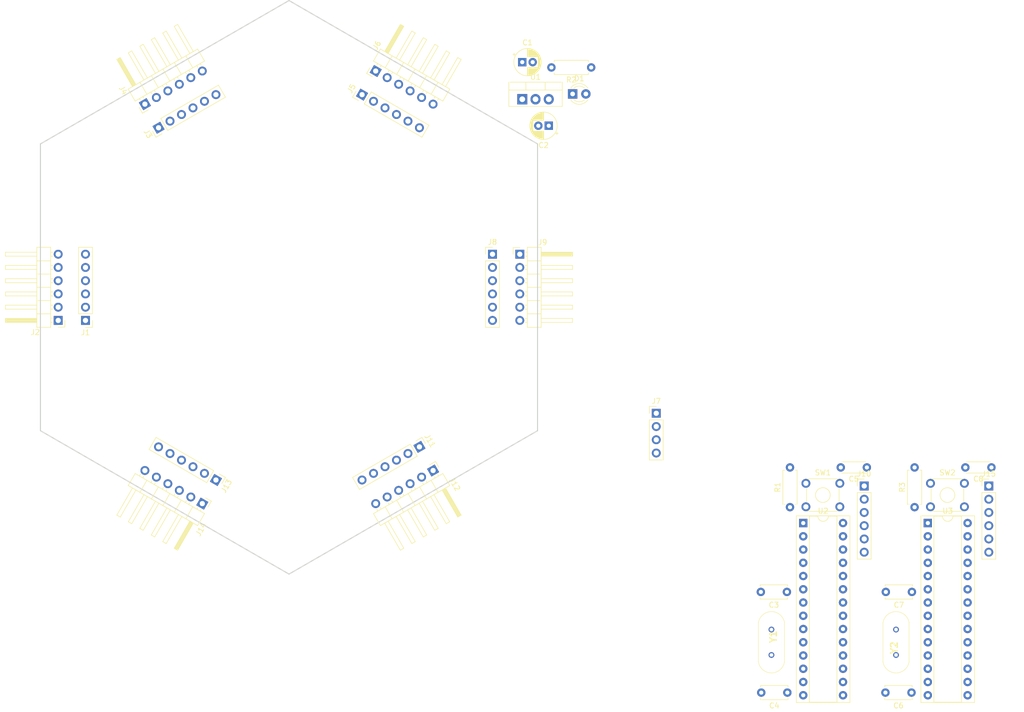
<source format=kicad_pcb>
(kicad_pcb (version 20171130) (host pcbnew "(5.1.9)-1")

  (general
    (thickness 1.6)
    (drawings 6)
    (tracks 0)
    (zones 0)
    (modules 34)
    (nets 33)
  )

  (page A4)
  (layers
    (0 F.Cu signal)
    (31 B.Cu signal)
    (32 B.Adhes user)
    (33 F.Adhes user)
    (34 B.Paste user)
    (35 F.Paste user)
    (36 B.SilkS user)
    (37 F.SilkS user)
    (38 B.Mask user)
    (39 F.Mask user)
    (40 Dwgs.User user)
    (41 Cmts.User user)
    (42 Eco1.User user)
    (43 Eco2.User user)
    (44 Edge.Cuts user)
    (45 Margin user)
    (46 B.CrtYd user)
    (47 F.CrtYd user)
    (48 B.Fab user)
    (49 F.Fab user)
  )

  (setup
    (last_trace_width 0.25)
    (user_trace_width 0.2)
    (user_trace_width 1.8)
    (trace_clearance 0.2)
    (zone_clearance 0.508)
    (zone_45_only no)
    (trace_min 0.2)
    (via_size 0.8)
    (via_drill 0.4)
    (via_min_size 0.4)
    (via_min_drill 0.3)
    (user_via 0.4 0.3)
    (user_via 3.6 1.8)
    (uvia_size 0.3)
    (uvia_drill 0.1)
    (uvias_allowed no)
    (uvia_min_size 0.2)
    (uvia_min_drill 0.1)
    (edge_width 0.05)
    (segment_width 0.2)
    (pcb_text_width 0.3)
    (pcb_text_size 1.5 1.5)
    (mod_edge_width 0.12)
    (mod_text_size 1 1)
    (mod_text_width 0.15)
    (pad_size 1.524 1.524)
    (pad_drill 0.762)
    (pad_to_mask_clearance 0)
    (aux_axis_origin 0 0)
    (grid_origin 152.4 101.6)
    (visible_elements 7FFFFFFF)
    (pcbplotparams
      (layerselection 0x010fc_ffffffff)
      (usegerberextensions false)
      (usegerberattributes true)
      (usegerberadvancedattributes true)
      (creategerberjobfile true)
      (excludeedgelayer true)
      (linewidth 0.100000)
      (plotframeref false)
      (viasonmask false)
      (mode 1)
      (useauxorigin false)
      (hpglpennumber 1)
      (hpglpenspeed 20)
      (hpglpendiameter 15.000000)
      (psnegative false)
      (psa4output false)
      (plotreference true)
      (plotvalue true)
      (plotinvisibletext false)
      (padsonsilk false)
      (subtractmaskfromsilk false)
      (outputformat 1)
      (mirror false)
      (drillshape 1)
      (scaleselection 1)
      (outputdirectory ""))
  )

  (net 0 "")
  (net 1 GND)
  (net 2 +9V)
  (net 3 "Net-(C2-Pad1)")
  (net 4 "Net-(C3-Pad2)")
  (net 5 "Net-(C4-Pad2)")
  (net 6 "Net-(C5-Pad2)")
  (net 7 "Net-(C5-Pad1)")
  (net 8 "Net-(C6-Pad2)")
  (net 9 "Net-(C7-Pad2)")
  (net 10 "Net-(C8-Pad2)")
  (net 11 "Net-(C8-Pad1)")
  (net 12 "Net-(D1-Pad2)")
  (net 13 "Net-(J1-Pad5)")
  (net 14 "Net-(J1-Pad2)")
  (net 15 "Net-(J3-Pad5)")
  (net 16 "Net-(J3-Pad2)")
  (net 17 "Net-(J5-Pad5)")
  (net 18 "Net-(J5-Pad2)")
  (net 19 "Net-(J7-Pad3)")
  (net 20 "Net-(J7-Pad2)")
  (net 21 "Net-(J8-Pad5)")
  (net 22 "Net-(J8-Pad2)")
  (net 23 "Net-(J10-Pad3)")
  (net 24 "Net-(J10-Pad2)")
  (net 25 "Net-(J11-Pad5)")
  (net 26 "Net-(J11-Pad2)")
  (net 27 "Net-(J13-Pad5)")
  (net 28 "Net-(J13-Pad2)")
  (net 29 "Net-(J15-Pad3)")
  (net 30 "Net-(J15-Pad2)")
  (net 31 "Net-(U2-Pad28)")
  (net 32 "Net-(U2-Pad27)")

  (net_class Default "This is the default net class."
    (clearance 0.2)
    (trace_width 0.25)
    (via_dia 0.8)
    (via_drill 0.4)
    (uvia_dia 0.3)
    (uvia_drill 0.1)
    (add_net +9V)
    (add_net GND)
    (add_net "Net-(C2-Pad1)")
    (add_net "Net-(C3-Pad2)")
    (add_net "Net-(C4-Pad2)")
    (add_net "Net-(C5-Pad1)")
    (add_net "Net-(C5-Pad2)")
    (add_net "Net-(C6-Pad2)")
    (add_net "Net-(C7-Pad2)")
    (add_net "Net-(C8-Pad1)")
    (add_net "Net-(C8-Pad2)")
    (add_net "Net-(D1-Pad2)")
    (add_net "Net-(J1-Pad2)")
    (add_net "Net-(J1-Pad5)")
    (add_net "Net-(J10-Pad2)")
    (add_net "Net-(J10-Pad3)")
    (add_net "Net-(J10-Pad5)")
    (add_net "Net-(J11-Pad2)")
    (add_net "Net-(J11-Pad5)")
    (add_net "Net-(J13-Pad2)")
    (add_net "Net-(J13-Pad5)")
    (add_net "Net-(J15-Pad2)")
    (add_net "Net-(J15-Pad3)")
    (add_net "Net-(J15-Pad5)")
    (add_net "Net-(J3-Pad2)")
    (add_net "Net-(J3-Pad5)")
    (add_net "Net-(J5-Pad2)")
    (add_net "Net-(J5-Pad5)")
    (add_net "Net-(J7-Pad2)")
    (add_net "Net-(J7-Pad3)")
    (add_net "Net-(J8-Pad2)")
    (add_net "Net-(J8-Pad5)")
    (add_net "Net-(SW1-Pad2)")
    (add_net "Net-(SW1-Pad4)")
    (add_net "Net-(SW2-Pad2)")
    (add_net "Net-(SW2-Pad4)")
    (add_net "Net-(U2-Pad25)")
    (add_net "Net-(U2-Pad26)")
    (add_net "Net-(U2-Pad27)")
    (add_net "Net-(U2-Pad28)")
    (add_net "Net-(U3-Pad11)")
    (add_net "Net-(U3-Pad12)")
    (add_net "Net-(U3-Pad13)")
    (add_net "Net-(U3-Pad14)")
    (add_net "Net-(U3-Pad15)")
    (add_net "Net-(U3-Pad16)")
    (add_net "Net-(U3-Pad17)")
    (add_net "Net-(U3-Pad18)")
    (add_net "Net-(U3-Pad19)")
    (add_net "Net-(U3-Pad23)")
    (add_net "Net-(U3-Pad24)")
    (add_net "Net-(U3-Pad25)")
    (add_net "Net-(U3-Pad26)")
    (add_net "Net-(U3-Pad4)")
    (add_net "Net-(U3-Pad5)")
    (add_net "Net-(U3-Pad6)")
  )

  (module Connector_PinHeader_2.54mm:PinHeader_1x06_P2.54mm_Horizontal (layer F.Cu) (tedit 59FED5CB) (tstamp 6027B2ED)
    (at 135.784262 143.079302 240)
    (descr "Through hole angled pin header, 1x06, 2.54mm pitch, 6mm pin length, single row")
    (tags "Through hole angled pin header THT 1x06 2.54mm single row")
    (path /604683D9)
    (fp_text reference J14 (at 4.385 -2.27 60) (layer F.SilkS)
      (effects (font (size 1 1) (thickness 0.15)))
    )
    (fp_text value Conn_01x06_Male (at 4.385 14.97 60) (layer F.Fab)
      (effects (font (size 1 1) (thickness 0.15)))
    )
    (fp_line (start 10.55 -1.8) (end -1.8 -1.8) (layer F.CrtYd) (width 0.05))
    (fp_line (start 10.55 14.5) (end 10.55 -1.8) (layer F.CrtYd) (width 0.05))
    (fp_line (start -1.8 14.5) (end 10.55 14.5) (layer F.CrtYd) (width 0.05))
    (fp_line (start -1.8 -1.8) (end -1.8 14.5) (layer F.CrtYd) (width 0.05))
    (fp_line (start -1.27 -1.27) (end 0 -1.27) (layer F.SilkS) (width 0.12))
    (fp_line (start -1.27 0) (end -1.27 -1.27) (layer F.SilkS) (width 0.12))
    (fp_line (start 1.042929 13.08) (end 1.44 13.08) (layer F.SilkS) (width 0.12))
    (fp_line (start 1.042929 12.32) (end 1.44 12.32) (layer F.SilkS) (width 0.12))
    (fp_line (start 10.1 13.08) (end 4.1 13.08) (layer F.SilkS) (width 0.12))
    (fp_line (start 10.1 12.32) (end 10.1 13.08) (layer F.SilkS) (width 0.12))
    (fp_line (start 4.1 12.32) (end 10.1 12.32) (layer F.SilkS) (width 0.12))
    (fp_line (start 1.44 11.43) (end 4.1 11.43) (layer F.SilkS) (width 0.12))
    (fp_line (start 1.042929 10.54) (end 1.44 10.54) (layer F.SilkS) (width 0.12))
    (fp_line (start 1.042929 9.78) (end 1.44 9.78) (layer F.SilkS) (width 0.12))
    (fp_line (start 10.1 10.54) (end 4.1 10.54) (layer F.SilkS) (width 0.12))
    (fp_line (start 10.1 9.78) (end 10.1 10.54) (layer F.SilkS) (width 0.12))
    (fp_line (start 4.1 9.78) (end 10.1 9.78) (layer F.SilkS) (width 0.12))
    (fp_line (start 1.44 8.89) (end 4.1 8.89) (layer F.SilkS) (width 0.12))
    (fp_line (start 1.042929 8) (end 1.44 8) (layer F.SilkS) (width 0.12))
    (fp_line (start 1.042929 7.24) (end 1.44 7.24) (layer F.SilkS) (width 0.12))
    (fp_line (start 10.1 8) (end 4.1 8) (layer F.SilkS) (width 0.12))
    (fp_line (start 10.1 7.24) (end 10.1 8) (layer F.SilkS) (width 0.12))
    (fp_line (start 4.1 7.24) (end 10.1 7.24) (layer F.SilkS) (width 0.12))
    (fp_line (start 1.44 6.35) (end 4.1 6.35) (layer F.SilkS) (width 0.12))
    (fp_line (start 1.042929 5.46) (end 1.44 5.46) (layer F.SilkS) (width 0.12))
    (fp_line (start 1.042929 4.7) (end 1.44 4.7) (layer F.SilkS) (width 0.12))
    (fp_line (start 10.1 5.46) (end 4.1 5.46) (layer F.SilkS) (width 0.12))
    (fp_line (start 10.1 4.7) (end 10.1 5.46) (layer F.SilkS) (width 0.12))
    (fp_line (start 4.1 4.7) (end 10.1 4.7) (layer F.SilkS) (width 0.12))
    (fp_line (start 1.44 3.81) (end 4.1 3.81) (layer F.SilkS) (width 0.12))
    (fp_line (start 1.042929 2.92) (end 1.44 2.92) (layer F.SilkS) (width 0.12))
    (fp_line (start 1.042929 2.16) (end 1.44 2.16) (layer F.SilkS) (width 0.12))
    (fp_line (start 10.1 2.92) (end 4.1 2.92) (layer F.SilkS) (width 0.12))
    (fp_line (start 10.1 2.16) (end 10.1 2.92) (layer F.SilkS) (width 0.12))
    (fp_line (start 4.1 2.16) (end 10.1 2.16) (layer F.SilkS) (width 0.12))
    (fp_line (start 1.44 1.27) (end 4.1 1.27) (layer F.SilkS) (width 0.12))
    (fp_line (start 1.11 0.38) (end 1.44 0.38) (layer F.SilkS) (width 0.12))
    (fp_line (start 1.11 -0.38) (end 1.44 -0.38) (layer F.SilkS) (width 0.12))
    (fp_line (start 4.1 0.28) (end 10.1 0.28) (layer F.SilkS) (width 0.12))
    (fp_line (start 4.1 0.16) (end 10.1 0.16) (layer F.SilkS) (width 0.12))
    (fp_line (start 4.1 0.04) (end 10.1 0.04) (layer F.SilkS) (width 0.12))
    (fp_line (start 4.1 -0.08) (end 10.1 -0.08) (layer F.SilkS) (width 0.12))
    (fp_line (start 4.1 -0.2) (end 10.1 -0.2) (layer F.SilkS) (width 0.12))
    (fp_line (start 4.1 -0.32) (end 10.1 -0.32) (layer F.SilkS) (width 0.12))
    (fp_line (start 10.1 0.38) (end 4.1 0.38) (layer F.SilkS) (width 0.12))
    (fp_line (start 10.1 -0.38) (end 10.1 0.38) (layer F.SilkS) (width 0.12))
    (fp_line (start 4.1 -0.38) (end 10.1 -0.38) (layer F.SilkS) (width 0.12))
    (fp_line (start 4.1 -1.33) (end 1.44 -1.33) (layer F.SilkS) (width 0.12))
    (fp_line (start 4.1 14.03) (end 4.1 -1.33) (layer F.SilkS) (width 0.12))
    (fp_line (start 1.44 14.03) (end 4.1 14.03) (layer F.SilkS) (width 0.12))
    (fp_line (start 1.44 -1.33) (end 1.44 14.03) (layer F.SilkS) (width 0.12))
    (fp_line (start 4.04 13.02) (end 10.04 13.02) (layer F.Fab) (width 0.1))
    (fp_line (start 10.04 12.38) (end 10.04 13.02) (layer F.Fab) (width 0.1))
    (fp_line (start 4.04 12.38) (end 10.04 12.38) (layer F.Fab) (width 0.1))
    (fp_line (start -0.32 13.02) (end 1.5 13.02) (layer F.Fab) (width 0.1))
    (fp_line (start -0.32 12.38) (end -0.32 13.02) (layer F.Fab) (width 0.1))
    (fp_line (start -0.32 12.38) (end 1.5 12.38) (layer F.Fab) (width 0.1))
    (fp_line (start 4.04 10.48) (end 10.04 10.48) (layer F.Fab) (width 0.1))
    (fp_line (start 10.04 9.84) (end 10.04 10.48) (layer F.Fab) (width 0.1))
    (fp_line (start 4.04 9.84) (end 10.04 9.84) (layer F.Fab) (width 0.1))
    (fp_line (start -0.32 10.48) (end 1.5 10.48) (layer F.Fab) (width 0.1))
    (fp_line (start -0.32 9.84) (end -0.32 10.48) (layer F.Fab) (width 0.1))
    (fp_line (start -0.32 9.84) (end 1.5 9.84) (layer F.Fab) (width 0.1))
    (fp_line (start 4.04 7.94) (end 10.04 7.94) (layer F.Fab) (width 0.1))
    (fp_line (start 10.04 7.3) (end 10.04 7.94) (layer F.Fab) (width 0.1))
    (fp_line (start 4.04 7.3) (end 10.04 7.3) (layer F.Fab) (width 0.1))
    (fp_line (start -0.32 7.94) (end 1.5 7.94) (layer F.Fab) (width 0.1))
    (fp_line (start -0.32 7.3) (end -0.32 7.94) (layer F.Fab) (width 0.1))
    (fp_line (start -0.32 7.3) (end 1.5 7.3) (layer F.Fab) (width 0.1))
    (fp_line (start 4.04 5.4) (end 10.04 5.4) (layer F.Fab) (width 0.1))
    (fp_line (start 10.04 4.76) (end 10.04 5.4) (layer F.Fab) (width 0.1))
    (fp_line (start 4.04 4.76) (end 10.04 4.76) (layer F.Fab) (width 0.1))
    (fp_line (start -0.32 5.4) (end 1.5 5.4) (layer F.Fab) (width 0.1))
    (fp_line (start -0.32 4.76) (end -0.32 5.4) (layer F.Fab) (width 0.1))
    (fp_line (start -0.32 4.76) (end 1.5 4.76) (layer F.Fab) (width 0.1))
    (fp_line (start 4.04 2.86) (end 10.04 2.86) (layer F.Fab) (width 0.1))
    (fp_line (start 10.04 2.22) (end 10.04 2.86) (layer F.Fab) (width 0.1))
    (fp_line (start 4.04 2.22) (end 10.04 2.22) (layer F.Fab) (width 0.1))
    (fp_line (start -0.32 2.86) (end 1.5 2.86) (layer F.Fab) (width 0.1))
    (fp_line (start -0.32 2.22) (end -0.32 2.86) (layer F.Fab) (width 0.1))
    (fp_line (start -0.32 2.22) (end 1.5 2.22) (layer F.Fab) (width 0.1))
    (fp_line (start 4.04 0.32) (end 10.04 0.32) (layer F.Fab) (width 0.1))
    (fp_line (start 10.04 -0.32) (end 10.04 0.32) (layer F.Fab) (width 0.1))
    (fp_line (start 4.04 -0.32) (end 10.04 -0.32) (layer F.Fab) (width 0.1))
    (fp_line (start -0.32 0.32) (end 1.5 0.32) (layer F.Fab) (width 0.1))
    (fp_line (start -0.32 -0.32) (end -0.32 0.32) (layer F.Fab) (width 0.1))
    (fp_line (start -0.32 -0.32) (end 1.5 -0.32) (layer F.Fab) (width 0.1))
    (fp_line (start 1.5 -0.635) (end 2.135 -1.27) (layer F.Fab) (width 0.1))
    (fp_line (start 1.5 13.97) (end 1.5 -0.635) (layer F.Fab) (width 0.1))
    (fp_line (start 4.04 13.97) (end 1.5 13.97) (layer F.Fab) (width 0.1))
    (fp_line (start 4.04 -1.27) (end 4.04 13.97) (layer F.Fab) (width 0.1))
    (fp_line (start 2.135 -1.27) (end 4.04 -1.27) (layer F.Fab) (width 0.1))
    (fp_text user %R (at 2.77 6.35 150) (layer F.Fab)
      (effects (font (size 1 1) (thickness 0.15)))
    )
    (pad 1 thru_hole rect (at 0 0 240) (size 1.7 1.7) (drill 1) (layers *.Cu *.Mask)
      (net 2 +9V))
    (pad 2 thru_hole oval (at 0 2.54 240) (size 1.7 1.7) (drill 1) (layers *.Cu *.Mask)
      (net 28 "Net-(J13-Pad2)"))
    (pad 3 thru_hole oval (at 0 5.08 240) (size 1.7 1.7) (drill 1) (layers *.Cu *.Mask)
      (net 1 GND))
    (pad 4 thru_hole oval (at 0 7.62 240) (size 1.7 1.7) (drill 1) (layers *.Cu *.Mask)
      (net 1 GND))
    (pad 5 thru_hole oval (at 0 10.16 240) (size 1.7 1.7) (drill 1) (layers *.Cu *.Mask)
      (net 27 "Net-(J13-Pad5)"))
    (pad 6 thru_hole oval (at 0 12.7 240) (size 1.7 1.7) (drill 1) (layers *.Cu *.Mask)
      (net 2 +9V))
    (model ${KISYS3DMOD}/Connector_PinHeader_2.54mm.3dshapes/PinHeader_1x06_P2.54mm_Horizontal.wrl
      (at (xyz 0 0 0))
      (scale (xyz 1 1 1))
      (rotate (xyz 0 0 0))
    )
  )

  (module Connector_PinHeader_2.54mm:PinHeader_1x06_P2.54mm_Horizontal (layer F.Cu) (tedit 59FED5CB) (tstamp 6027B281)
    (at 180.014261 136.729304 300)
    (descr "Through hole angled pin header, 1x06, 2.54mm pitch, 6mm pin length, single row")
    (tags "Through hole angled pin header THT 1x06 2.54mm single row")
    (path /60467525)
    (fp_text reference J12 (at 4.385 -2.27 120) (layer F.SilkS)
      (effects (font (size 1 1) (thickness 0.15)))
    )
    (fp_text value Conn_01x06_Male (at 4.385 14.97 120) (layer F.Fab)
      (effects (font (size 1 1) (thickness 0.15)))
    )
    (fp_line (start 10.55 -1.8) (end -1.8 -1.8) (layer F.CrtYd) (width 0.05))
    (fp_line (start 10.55 14.5) (end 10.55 -1.8) (layer F.CrtYd) (width 0.05))
    (fp_line (start -1.8 14.5) (end 10.55 14.5) (layer F.CrtYd) (width 0.05))
    (fp_line (start -1.8 -1.8) (end -1.8 14.5) (layer F.CrtYd) (width 0.05))
    (fp_line (start -1.27 -1.27) (end 0 -1.27) (layer F.SilkS) (width 0.12))
    (fp_line (start -1.27 0) (end -1.27 -1.27) (layer F.SilkS) (width 0.12))
    (fp_line (start 1.042929 13.08) (end 1.44 13.08) (layer F.SilkS) (width 0.12))
    (fp_line (start 1.042929 12.32) (end 1.44 12.32) (layer F.SilkS) (width 0.12))
    (fp_line (start 10.1 13.08) (end 4.1 13.08) (layer F.SilkS) (width 0.12))
    (fp_line (start 10.1 12.32) (end 10.1 13.08) (layer F.SilkS) (width 0.12))
    (fp_line (start 4.1 12.32) (end 10.1 12.32) (layer F.SilkS) (width 0.12))
    (fp_line (start 1.44 11.43) (end 4.1 11.43) (layer F.SilkS) (width 0.12))
    (fp_line (start 1.042929 10.54) (end 1.44 10.54) (layer F.SilkS) (width 0.12))
    (fp_line (start 1.042929 9.78) (end 1.44 9.78) (layer F.SilkS) (width 0.12))
    (fp_line (start 10.1 10.54) (end 4.1 10.54) (layer F.SilkS) (width 0.12))
    (fp_line (start 10.1 9.78) (end 10.1 10.54) (layer F.SilkS) (width 0.12))
    (fp_line (start 4.1 9.78) (end 10.1 9.78) (layer F.SilkS) (width 0.12))
    (fp_line (start 1.44 8.89) (end 4.1 8.89) (layer F.SilkS) (width 0.12))
    (fp_line (start 1.042929 8) (end 1.44 8) (layer F.SilkS) (width 0.12))
    (fp_line (start 1.042929 7.24) (end 1.44 7.24) (layer F.SilkS) (width 0.12))
    (fp_line (start 10.1 8) (end 4.1 8) (layer F.SilkS) (width 0.12))
    (fp_line (start 10.1 7.24) (end 10.1 8) (layer F.SilkS) (width 0.12))
    (fp_line (start 4.1 7.24) (end 10.1 7.24) (layer F.SilkS) (width 0.12))
    (fp_line (start 1.44 6.35) (end 4.1 6.35) (layer F.SilkS) (width 0.12))
    (fp_line (start 1.042929 5.46) (end 1.44 5.46) (layer F.SilkS) (width 0.12))
    (fp_line (start 1.042929 4.7) (end 1.44 4.7) (layer F.SilkS) (width 0.12))
    (fp_line (start 10.1 5.46) (end 4.1 5.46) (layer F.SilkS) (width 0.12))
    (fp_line (start 10.1 4.7) (end 10.1 5.46) (layer F.SilkS) (width 0.12))
    (fp_line (start 4.1 4.7) (end 10.1 4.7) (layer F.SilkS) (width 0.12))
    (fp_line (start 1.44 3.81) (end 4.1 3.81) (layer F.SilkS) (width 0.12))
    (fp_line (start 1.042929 2.92) (end 1.44 2.92) (layer F.SilkS) (width 0.12))
    (fp_line (start 1.042929 2.16) (end 1.44 2.16) (layer F.SilkS) (width 0.12))
    (fp_line (start 10.1 2.92) (end 4.1 2.92) (layer F.SilkS) (width 0.12))
    (fp_line (start 10.1 2.16) (end 10.1 2.92) (layer F.SilkS) (width 0.12))
    (fp_line (start 4.1 2.16) (end 10.1 2.16) (layer F.SilkS) (width 0.12))
    (fp_line (start 1.44 1.27) (end 4.1 1.27) (layer F.SilkS) (width 0.12))
    (fp_line (start 1.11 0.38) (end 1.44 0.38) (layer F.SilkS) (width 0.12))
    (fp_line (start 1.11 -0.38) (end 1.44 -0.38) (layer F.SilkS) (width 0.12))
    (fp_line (start 4.1 0.28) (end 10.1 0.28) (layer F.SilkS) (width 0.12))
    (fp_line (start 4.1 0.16) (end 10.1 0.16) (layer F.SilkS) (width 0.12))
    (fp_line (start 4.1 0.04) (end 10.1 0.04) (layer F.SilkS) (width 0.12))
    (fp_line (start 4.1 -0.08) (end 10.1 -0.08) (layer F.SilkS) (width 0.12))
    (fp_line (start 4.1 -0.2) (end 10.1 -0.2) (layer F.SilkS) (width 0.12))
    (fp_line (start 4.1 -0.32) (end 10.1 -0.32) (layer F.SilkS) (width 0.12))
    (fp_line (start 10.1 0.38) (end 4.1 0.38) (layer F.SilkS) (width 0.12))
    (fp_line (start 10.1 -0.38) (end 10.1 0.38) (layer F.SilkS) (width 0.12))
    (fp_line (start 4.1 -0.38) (end 10.1 -0.38) (layer F.SilkS) (width 0.12))
    (fp_line (start 4.1 -1.33) (end 1.44 -1.33) (layer F.SilkS) (width 0.12))
    (fp_line (start 4.1 14.03) (end 4.1 -1.33) (layer F.SilkS) (width 0.12))
    (fp_line (start 1.44 14.03) (end 4.1 14.03) (layer F.SilkS) (width 0.12))
    (fp_line (start 1.44 -1.33) (end 1.44 14.03) (layer F.SilkS) (width 0.12))
    (fp_line (start 4.04 13.02) (end 10.04 13.02) (layer F.Fab) (width 0.1))
    (fp_line (start 10.04 12.38) (end 10.04 13.02) (layer F.Fab) (width 0.1))
    (fp_line (start 4.04 12.38) (end 10.04 12.38) (layer F.Fab) (width 0.1))
    (fp_line (start -0.32 13.02) (end 1.5 13.02) (layer F.Fab) (width 0.1))
    (fp_line (start -0.32 12.38) (end -0.32 13.02) (layer F.Fab) (width 0.1))
    (fp_line (start -0.32 12.38) (end 1.5 12.38) (layer F.Fab) (width 0.1))
    (fp_line (start 4.04 10.48) (end 10.04 10.48) (layer F.Fab) (width 0.1))
    (fp_line (start 10.04 9.84) (end 10.04 10.48) (layer F.Fab) (width 0.1))
    (fp_line (start 4.04 9.84) (end 10.04 9.84) (layer F.Fab) (width 0.1))
    (fp_line (start -0.32 10.48) (end 1.5 10.48) (layer F.Fab) (width 0.1))
    (fp_line (start -0.32 9.84) (end -0.32 10.48) (layer F.Fab) (width 0.1))
    (fp_line (start -0.32 9.84) (end 1.5 9.84) (layer F.Fab) (width 0.1))
    (fp_line (start 4.04 7.94) (end 10.04 7.94) (layer F.Fab) (width 0.1))
    (fp_line (start 10.04 7.3) (end 10.04 7.94) (layer F.Fab) (width 0.1))
    (fp_line (start 4.04 7.3) (end 10.04 7.3) (layer F.Fab) (width 0.1))
    (fp_line (start -0.32 7.94) (end 1.5 7.94) (layer F.Fab) (width 0.1))
    (fp_line (start -0.32 7.3) (end -0.32 7.94) (layer F.Fab) (width 0.1))
    (fp_line (start -0.32 7.3) (end 1.5 7.3) (layer F.Fab) (width 0.1))
    (fp_line (start 4.04 5.4) (end 10.04 5.4) (layer F.Fab) (width 0.1))
    (fp_line (start 10.04 4.76) (end 10.04 5.4) (layer F.Fab) (width 0.1))
    (fp_line (start 4.04 4.76) (end 10.04 4.76) (layer F.Fab) (width 0.1))
    (fp_line (start -0.32 5.4) (end 1.5 5.4) (layer F.Fab) (width 0.1))
    (fp_line (start -0.32 4.76) (end -0.32 5.4) (layer F.Fab) (width 0.1))
    (fp_line (start -0.32 4.76) (end 1.5 4.76) (layer F.Fab) (width 0.1))
    (fp_line (start 4.04 2.86) (end 10.04 2.86) (layer F.Fab) (width 0.1))
    (fp_line (start 10.04 2.22) (end 10.04 2.86) (layer F.Fab) (width 0.1))
    (fp_line (start 4.04 2.22) (end 10.04 2.22) (layer F.Fab) (width 0.1))
    (fp_line (start -0.32 2.86) (end 1.5 2.86) (layer F.Fab) (width 0.1))
    (fp_line (start -0.32 2.22) (end -0.32 2.86) (layer F.Fab) (width 0.1))
    (fp_line (start -0.32 2.22) (end 1.5 2.22) (layer F.Fab) (width 0.1))
    (fp_line (start 4.04 0.32) (end 10.04 0.32) (layer F.Fab) (width 0.1))
    (fp_line (start 10.04 -0.32) (end 10.04 0.32) (layer F.Fab) (width 0.1))
    (fp_line (start 4.04 -0.32) (end 10.04 -0.32) (layer F.Fab) (width 0.1))
    (fp_line (start -0.32 0.32) (end 1.5 0.32) (layer F.Fab) (width 0.1))
    (fp_line (start -0.32 -0.32) (end -0.32 0.32) (layer F.Fab) (width 0.1))
    (fp_line (start -0.32 -0.32) (end 1.5 -0.32) (layer F.Fab) (width 0.1))
    (fp_line (start 1.5 -0.635) (end 2.135 -1.27) (layer F.Fab) (width 0.1))
    (fp_line (start 1.5 13.97) (end 1.5 -0.635) (layer F.Fab) (width 0.1))
    (fp_line (start 4.04 13.97) (end 1.5 13.97) (layer F.Fab) (width 0.1))
    (fp_line (start 4.04 -1.27) (end 4.04 13.97) (layer F.Fab) (width 0.1))
    (fp_line (start 2.135 -1.27) (end 4.04 -1.27) (layer F.Fab) (width 0.1))
    (fp_text user %R (at 2.77 6.35 30) (layer F.Fab)
      (effects (font (size 1 1) (thickness 0.15)))
    )
    (pad 1 thru_hole rect (at 0 0 300) (size 1.7 1.7) (drill 1) (layers *.Cu *.Mask)
      (net 2 +9V))
    (pad 2 thru_hole oval (at 0 2.54 300) (size 1.7 1.7) (drill 1) (layers *.Cu *.Mask)
      (net 26 "Net-(J11-Pad2)"))
    (pad 3 thru_hole oval (at 0 5.08 300) (size 1.7 1.7) (drill 1) (layers *.Cu *.Mask)
      (net 1 GND))
    (pad 4 thru_hole oval (at 0 7.62 300) (size 1.7 1.7) (drill 1) (layers *.Cu *.Mask)
      (net 1 GND))
    (pad 5 thru_hole oval (at 0 10.16 300) (size 1.7 1.7) (drill 1) (layers *.Cu *.Mask)
      (net 25 "Net-(J11-Pad5)"))
    (pad 6 thru_hole oval (at 0 12.7 300) (size 1.7 1.7) (drill 1) (layers *.Cu *.Mask)
      (net 2 +9V))
    (model ${KISYS3DMOD}/Connector_PinHeader_2.54mm.3dshapes/PinHeader_1x06_P2.54mm_Horizontal.wrl
      (at (xyz 0 0 0))
      (scale (xyz 1 1 1))
      (rotate (xyz 0 0 0))
    )
  )

  (module Connector_PinHeader_2.54mm:PinHeader_1x06_P2.54mm_Horizontal (layer F.Cu) (tedit 59FED5CB) (tstamp 6027B1FB)
    (at 196.63 95.25)
    (descr "Through hole angled pin header, 1x06, 2.54mm pitch, 6mm pin length, single row")
    (tags "Through hole angled pin header THT 1x06 2.54mm single row")
    (path /604668E3)
    (fp_text reference J9 (at 4.385 -2.27) (layer F.SilkS)
      (effects (font (size 1 1) (thickness 0.15)))
    )
    (fp_text value Conn_01x06_Male (at 4.385 14.97) (layer F.Fab)
      (effects (font (size 1 1) (thickness 0.15)))
    )
    (fp_text user %R (at 2.77 6.35 90) (layer F.Fab)
      (effects (font (size 1 1) (thickness 0.15)))
    )
    (fp_line (start 2.135 -1.27) (end 4.04 -1.27) (layer F.Fab) (width 0.1))
    (fp_line (start 4.04 -1.27) (end 4.04 13.97) (layer F.Fab) (width 0.1))
    (fp_line (start 4.04 13.97) (end 1.5 13.97) (layer F.Fab) (width 0.1))
    (fp_line (start 1.5 13.97) (end 1.5 -0.635) (layer F.Fab) (width 0.1))
    (fp_line (start 1.5 -0.635) (end 2.135 -1.27) (layer F.Fab) (width 0.1))
    (fp_line (start -0.32 -0.32) (end 1.5 -0.32) (layer F.Fab) (width 0.1))
    (fp_line (start -0.32 -0.32) (end -0.32 0.32) (layer F.Fab) (width 0.1))
    (fp_line (start -0.32 0.32) (end 1.5 0.32) (layer F.Fab) (width 0.1))
    (fp_line (start 4.04 -0.32) (end 10.04 -0.32) (layer F.Fab) (width 0.1))
    (fp_line (start 10.04 -0.32) (end 10.04 0.32) (layer F.Fab) (width 0.1))
    (fp_line (start 4.04 0.32) (end 10.04 0.32) (layer F.Fab) (width 0.1))
    (fp_line (start -0.32 2.22) (end 1.5 2.22) (layer F.Fab) (width 0.1))
    (fp_line (start -0.32 2.22) (end -0.32 2.86) (layer F.Fab) (width 0.1))
    (fp_line (start -0.32 2.86) (end 1.5 2.86) (layer F.Fab) (width 0.1))
    (fp_line (start 4.04 2.22) (end 10.04 2.22) (layer F.Fab) (width 0.1))
    (fp_line (start 10.04 2.22) (end 10.04 2.86) (layer F.Fab) (width 0.1))
    (fp_line (start 4.04 2.86) (end 10.04 2.86) (layer F.Fab) (width 0.1))
    (fp_line (start -0.32 4.76) (end 1.5 4.76) (layer F.Fab) (width 0.1))
    (fp_line (start -0.32 4.76) (end -0.32 5.4) (layer F.Fab) (width 0.1))
    (fp_line (start -0.32 5.4) (end 1.5 5.4) (layer F.Fab) (width 0.1))
    (fp_line (start 4.04 4.76) (end 10.04 4.76) (layer F.Fab) (width 0.1))
    (fp_line (start 10.04 4.76) (end 10.04 5.4) (layer F.Fab) (width 0.1))
    (fp_line (start 4.04 5.4) (end 10.04 5.4) (layer F.Fab) (width 0.1))
    (fp_line (start -0.32 7.3) (end 1.5 7.3) (layer F.Fab) (width 0.1))
    (fp_line (start -0.32 7.3) (end -0.32 7.94) (layer F.Fab) (width 0.1))
    (fp_line (start -0.32 7.94) (end 1.5 7.94) (layer F.Fab) (width 0.1))
    (fp_line (start 4.04 7.3) (end 10.04 7.3) (layer F.Fab) (width 0.1))
    (fp_line (start 10.04 7.3) (end 10.04 7.94) (layer F.Fab) (width 0.1))
    (fp_line (start 4.04 7.94) (end 10.04 7.94) (layer F.Fab) (width 0.1))
    (fp_line (start -0.32 9.84) (end 1.5 9.84) (layer F.Fab) (width 0.1))
    (fp_line (start -0.32 9.84) (end -0.32 10.48) (layer F.Fab) (width 0.1))
    (fp_line (start -0.32 10.48) (end 1.5 10.48) (layer F.Fab) (width 0.1))
    (fp_line (start 4.04 9.84) (end 10.04 9.84) (layer F.Fab) (width 0.1))
    (fp_line (start 10.04 9.84) (end 10.04 10.48) (layer F.Fab) (width 0.1))
    (fp_line (start 4.04 10.48) (end 10.04 10.48) (layer F.Fab) (width 0.1))
    (fp_line (start -0.32 12.38) (end 1.5 12.38) (layer F.Fab) (width 0.1))
    (fp_line (start -0.32 12.38) (end -0.32 13.02) (layer F.Fab) (width 0.1))
    (fp_line (start -0.32 13.02) (end 1.5 13.02) (layer F.Fab) (width 0.1))
    (fp_line (start 4.04 12.38) (end 10.04 12.38) (layer F.Fab) (width 0.1))
    (fp_line (start 10.04 12.38) (end 10.04 13.02) (layer F.Fab) (width 0.1))
    (fp_line (start 4.04 13.02) (end 10.04 13.02) (layer F.Fab) (width 0.1))
    (fp_line (start 1.44 -1.33) (end 1.44 14.03) (layer F.SilkS) (width 0.12))
    (fp_line (start 1.44 14.03) (end 4.1 14.03) (layer F.SilkS) (width 0.12))
    (fp_line (start 4.1 14.03) (end 4.1 -1.33) (layer F.SilkS) (width 0.12))
    (fp_line (start 4.1 -1.33) (end 1.44 -1.33) (layer F.SilkS) (width 0.12))
    (fp_line (start 4.1 -0.38) (end 10.1 -0.38) (layer F.SilkS) (width 0.12))
    (fp_line (start 10.1 -0.38) (end 10.1 0.38) (layer F.SilkS) (width 0.12))
    (fp_line (start 10.1 0.38) (end 4.1 0.38) (layer F.SilkS) (width 0.12))
    (fp_line (start 4.1 -0.32) (end 10.1 -0.32) (layer F.SilkS) (width 0.12))
    (fp_line (start 4.1 -0.2) (end 10.1 -0.2) (layer F.SilkS) (width 0.12))
    (fp_line (start 4.1 -0.08) (end 10.1 -0.08) (layer F.SilkS) (width 0.12))
    (fp_line (start 4.1 0.04) (end 10.1 0.04) (layer F.SilkS) (width 0.12))
    (fp_line (start 4.1 0.16) (end 10.1 0.16) (layer F.SilkS) (width 0.12))
    (fp_line (start 4.1 0.28) (end 10.1 0.28) (layer F.SilkS) (width 0.12))
    (fp_line (start 1.11 -0.38) (end 1.44 -0.38) (layer F.SilkS) (width 0.12))
    (fp_line (start 1.11 0.38) (end 1.44 0.38) (layer F.SilkS) (width 0.12))
    (fp_line (start 1.44 1.27) (end 4.1 1.27) (layer F.SilkS) (width 0.12))
    (fp_line (start 4.1 2.16) (end 10.1 2.16) (layer F.SilkS) (width 0.12))
    (fp_line (start 10.1 2.16) (end 10.1 2.92) (layer F.SilkS) (width 0.12))
    (fp_line (start 10.1 2.92) (end 4.1 2.92) (layer F.SilkS) (width 0.12))
    (fp_line (start 1.042929 2.16) (end 1.44 2.16) (layer F.SilkS) (width 0.12))
    (fp_line (start 1.042929 2.92) (end 1.44 2.92) (layer F.SilkS) (width 0.12))
    (fp_line (start 1.44 3.81) (end 4.1 3.81) (layer F.SilkS) (width 0.12))
    (fp_line (start 4.1 4.7) (end 10.1 4.7) (layer F.SilkS) (width 0.12))
    (fp_line (start 10.1 4.7) (end 10.1 5.46) (layer F.SilkS) (width 0.12))
    (fp_line (start 10.1 5.46) (end 4.1 5.46) (layer F.SilkS) (width 0.12))
    (fp_line (start 1.042929 4.7) (end 1.44 4.7) (layer F.SilkS) (width 0.12))
    (fp_line (start 1.042929 5.46) (end 1.44 5.46) (layer F.SilkS) (width 0.12))
    (fp_line (start 1.44 6.35) (end 4.1 6.35) (layer F.SilkS) (width 0.12))
    (fp_line (start 4.1 7.24) (end 10.1 7.24) (layer F.SilkS) (width 0.12))
    (fp_line (start 10.1 7.24) (end 10.1 8) (layer F.SilkS) (width 0.12))
    (fp_line (start 10.1 8) (end 4.1 8) (layer F.SilkS) (width 0.12))
    (fp_line (start 1.042929 7.24) (end 1.44 7.24) (layer F.SilkS) (width 0.12))
    (fp_line (start 1.042929 8) (end 1.44 8) (layer F.SilkS) (width 0.12))
    (fp_line (start 1.44 8.89) (end 4.1 8.89) (layer F.SilkS) (width 0.12))
    (fp_line (start 4.1 9.78) (end 10.1 9.78) (layer F.SilkS) (width 0.12))
    (fp_line (start 10.1 9.78) (end 10.1 10.54) (layer F.SilkS) (width 0.12))
    (fp_line (start 10.1 10.54) (end 4.1 10.54) (layer F.SilkS) (width 0.12))
    (fp_line (start 1.042929 9.78) (end 1.44 9.78) (layer F.SilkS) (width 0.12))
    (fp_line (start 1.042929 10.54) (end 1.44 10.54) (layer F.SilkS) (width 0.12))
    (fp_line (start 1.44 11.43) (end 4.1 11.43) (layer F.SilkS) (width 0.12))
    (fp_line (start 4.1 12.32) (end 10.1 12.32) (layer F.SilkS) (width 0.12))
    (fp_line (start 10.1 12.32) (end 10.1 13.08) (layer F.SilkS) (width 0.12))
    (fp_line (start 10.1 13.08) (end 4.1 13.08) (layer F.SilkS) (width 0.12))
    (fp_line (start 1.042929 12.32) (end 1.44 12.32) (layer F.SilkS) (width 0.12))
    (fp_line (start 1.042929 13.08) (end 1.44 13.08) (layer F.SilkS) (width 0.12))
    (fp_line (start -1.27 0) (end -1.27 -1.27) (layer F.SilkS) (width 0.12))
    (fp_line (start -1.27 -1.27) (end 0 -1.27) (layer F.SilkS) (width 0.12))
    (fp_line (start -1.8 -1.8) (end -1.8 14.5) (layer F.CrtYd) (width 0.05))
    (fp_line (start -1.8 14.5) (end 10.55 14.5) (layer F.CrtYd) (width 0.05))
    (fp_line (start 10.55 14.5) (end 10.55 -1.8) (layer F.CrtYd) (width 0.05))
    (fp_line (start 10.55 -1.8) (end -1.8 -1.8) (layer F.CrtYd) (width 0.05))
    (pad 6 thru_hole oval (at 0 12.7) (size 1.7 1.7) (drill 1) (layers *.Cu *.Mask)
      (net 2 +9V))
    (pad 5 thru_hole oval (at 0 10.16) (size 1.7 1.7) (drill 1) (layers *.Cu *.Mask)
      (net 21 "Net-(J8-Pad5)"))
    (pad 4 thru_hole oval (at 0 7.62) (size 1.7 1.7) (drill 1) (layers *.Cu *.Mask)
      (net 1 GND))
    (pad 3 thru_hole oval (at 0 5.08) (size 1.7 1.7) (drill 1) (layers *.Cu *.Mask)
      (net 1 GND))
    (pad 2 thru_hole oval (at 0 2.54) (size 1.7 1.7) (drill 1) (layers *.Cu *.Mask)
      (net 22 "Net-(J8-Pad2)"))
    (pad 1 thru_hole rect (at 0 0) (size 1.7 1.7) (drill 1) (layers *.Cu *.Mask)
      (net 2 +9V))
    (model ${KISYS3DMOD}/Connector_PinHeader_2.54mm.3dshapes/PinHeader_1x06_P2.54mm_Horizontal.wrl
      (at (xyz 0 0 0))
      (scale (xyz 1 1 1))
      (rotate (xyz 0 0 0))
    )
  )

  (module Capacitor_THT:C_Disc_D4.3mm_W1.9mm_P5.00mm (layer F.Cu) (tedit 5AE50EF0) (tstamp 6027AFE1)
    (at 287.02 136.144 180)
    (descr "C, Disc series, Radial, pin pitch=5.00mm, , diameter*width=4.3*1.9mm^2, Capacitor, http://www.vishay.com/docs/45233/krseries.pdf")
    (tags "C Disc series Radial pin pitch 5.00mm  diameter 4.3mm width 1.9mm Capacitor")
    (path /60214A48)
    (fp_text reference C8 (at 2.5 -2.2) (layer F.SilkS)
      (effects (font (size 1 1) (thickness 0.15)))
    )
    (fp_text value C_Small (at 2.5 2.2) (layer F.Fab)
      (effects (font (size 1 1) (thickness 0.15)))
    )
    (fp_line (start 6.05 -1.2) (end -1.05 -1.2) (layer F.CrtYd) (width 0.05))
    (fp_line (start 6.05 1.2) (end 6.05 -1.2) (layer F.CrtYd) (width 0.05))
    (fp_line (start -1.05 1.2) (end 6.05 1.2) (layer F.CrtYd) (width 0.05))
    (fp_line (start -1.05 -1.2) (end -1.05 1.2) (layer F.CrtYd) (width 0.05))
    (fp_line (start 4.77 1.055) (end 4.77 1.07) (layer F.SilkS) (width 0.12))
    (fp_line (start 4.77 -1.07) (end 4.77 -1.055) (layer F.SilkS) (width 0.12))
    (fp_line (start 0.23 1.055) (end 0.23 1.07) (layer F.SilkS) (width 0.12))
    (fp_line (start 0.23 -1.07) (end 0.23 -1.055) (layer F.SilkS) (width 0.12))
    (fp_line (start 0.23 1.07) (end 4.77 1.07) (layer F.SilkS) (width 0.12))
    (fp_line (start 0.23 -1.07) (end 4.77 -1.07) (layer F.SilkS) (width 0.12))
    (fp_line (start 4.65 -0.95) (end 0.35 -0.95) (layer F.Fab) (width 0.1))
    (fp_line (start 4.65 0.95) (end 4.65 -0.95) (layer F.Fab) (width 0.1))
    (fp_line (start 0.35 0.95) (end 4.65 0.95) (layer F.Fab) (width 0.1))
    (fp_line (start 0.35 -0.95) (end 0.35 0.95) (layer F.Fab) (width 0.1))
    (fp_text user %R (at 2.5 0) (layer F.Fab)
      (effects (font (size 0.86 0.86) (thickness 0.129)))
    )
    (pad 2 thru_hole circle (at 5 0 180) (size 1.6 1.6) (drill 0.8) (layers *.Cu *.Mask)
      (net 10 "Net-(C8-Pad2)"))
    (pad 1 thru_hole circle (at 0 0 180) (size 1.6 1.6) (drill 0.8) (layers *.Cu *.Mask)
      (net 11 "Net-(C8-Pad1)"))
    (model ${KISYS3DMOD}/Capacitor_THT.3dshapes/C_Disc_D4.3mm_W1.9mm_P5.00mm.wrl
      (at (xyz 0 0 0))
      (scale (xyz 1 1 1))
      (rotate (xyz 0 0 0))
    )
  )

  (module Capacitor_THT:C_Disc_D5.0mm_W2.5mm_P5.00mm (layer F.Cu) (tedit 5AE50EF0) (tstamp 6027AFD4)
    (at 271.78 160.02 180)
    (descr "C, Disc series, Radial, pin pitch=5.00mm, , diameter*width=5*2.5mm^2, Capacitor, http://cdn-reichelt.de/documents/datenblatt/B300/DS_KERKO_TC.pdf")
    (tags "C Disc series Radial pin pitch 5.00mm  diameter 5mm width 2.5mm Capacitor")
    (path /60214A22)
    (fp_text reference C7 (at 2.5 -2.5) (layer F.SilkS)
      (effects (font (size 1 1) (thickness 0.15)))
    )
    (fp_text value C_Small (at 2.5 2.5) (layer F.Fab)
      (effects (font (size 1 1) (thickness 0.15)))
    )
    (fp_line (start 6.05 -1.5) (end -1.05 -1.5) (layer F.CrtYd) (width 0.05))
    (fp_line (start 6.05 1.5) (end 6.05 -1.5) (layer F.CrtYd) (width 0.05))
    (fp_line (start -1.05 1.5) (end 6.05 1.5) (layer F.CrtYd) (width 0.05))
    (fp_line (start -1.05 -1.5) (end -1.05 1.5) (layer F.CrtYd) (width 0.05))
    (fp_line (start 5.12 1.055) (end 5.12 1.37) (layer F.SilkS) (width 0.12))
    (fp_line (start 5.12 -1.37) (end 5.12 -1.055) (layer F.SilkS) (width 0.12))
    (fp_line (start -0.12 1.055) (end -0.12 1.37) (layer F.SilkS) (width 0.12))
    (fp_line (start -0.12 -1.37) (end -0.12 -1.055) (layer F.SilkS) (width 0.12))
    (fp_line (start -0.12 1.37) (end 5.12 1.37) (layer F.SilkS) (width 0.12))
    (fp_line (start -0.12 -1.37) (end 5.12 -1.37) (layer F.SilkS) (width 0.12))
    (fp_line (start 5 -1.25) (end 0 -1.25) (layer F.Fab) (width 0.1))
    (fp_line (start 5 1.25) (end 5 -1.25) (layer F.Fab) (width 0.1))
    (fp_line (start 0 1.25) (end 5 1.25) (layer F.Fab) (width 0.1))
    (fp_line (start 0 -1.25) (end 0 1.25) (layer F.Fab) (width 0.1))
    (fp_text user %R (at 2.5 0) (layer F.Fab)
      (effects (font (size 1 1) (thickness 0.15)))
    )
    (pad 2 thru_hole circle (at 5 0 180) (size 1.6 1.6) (drill 0.8) (layers *.Cu *.Mask)
      (net 9 "Net-(C7-Pad2)"))
    (pad 1 thru_hole circle (at 0 0 180) (size 1.6 1.6) (drill 0.8) (layers *.Cu *.Mask)
      (net 1 GND))
    (model ${KISYS3DMOD}/Capacitor_THT.3dshapes/C_Disc_D5.0mm_W2.5mm_P5.00mm.wrl
      (at (xyz 0 0 0))
      (scale (xyz 1 1 1))
      (rotate (xyz 0 0 0))
    )
  )

  (module Capacitor_THT:C_Disc_D5.0mm_W2.5mm_P5.00mm (layer F.Cu) (tedit 5AE50EF0) (tstamp 6027AFA7)
    (at 271.7 179.324 180)
    (descr "C, Disc series, Radial, pin pitch=5.00mm, , diameter*width=5*2.5mm^2, Capacitor, http://cdn-reichelt.de/documents/datenblatt/B300/DS_KERKO_TC.pdf")
    (tags "C Disc series Radial pin pitch 5.00mm  diameter 5mm width 2.5mm Capacitor")
    (path /60214A1C)
    (fp_text reference C6 (at 2.5 -2.5) (layer F.SilkS)
      (effects (font (size 1 1) (thickness 0.15)))
    )
    (fp_text value C_Small (at 2.5 2.5) (layer F.Fab)
      (effects (font (size 1 1) (thickness 0.15)))
    )
    (fp_line (start 6.05 -1.5) (end -1.05 -1.5) (layer F.CrtYd) (width 0.05))
    (fp_line (start 6.05 1.5) (end 6.05 -1.5) (layer F.CrtYd) (width 0.05))
    (fp_line (start -1.05 1.5) (end 6.05 1.5) (layer F.CrtYd) (width 0.05))
    (fp_line (start -1.05 -1.5) (end -1.05 1.5) (layer F.CrtYd) (width 0.05))
    (fp_line (start 5.12 1.055) (end 5.12 1.37) (layer F.SilkS) (width 0.12))
    (fp_line (start 5.12 -1.37) (end 5.12 -1.055) (layer F.SilkS) (width 0.12))
    (fp_line (start -0.12 1.055) (end -0.12 1.37) (layer F.SilkS) (width 0.12))
    (fp_line (start -0.12 -1.37) (end -0.12 -1.055) (layer F.SilkS) (width 0.12))
    (fp_line (start -0.12 1.37) (end 5.12 1.37) (layer F.SilkS) (width 0.12))
    (fp_line (start -0.12 -1.37) (end 5.12 -1.37) (layer F.SilkS) (width 0.12))
    (fp_line (start 5 -1.25) (end 0 -1.25) (layer F.Fab) (width 0.1))
    (fp_line (start 5 1.25) (end 5 -1.25) (layer F.Fab) (width 0.1))
    (fp_line (start 0 1.25) (end 5 1.25) (layer F.Fab) (width 0.1))
    (fp_line (start 0 -1.25) (end 0 1.25) (layer F.Fab) (width 0.1))
    (fp_text user %R (at 2.5 0) (layer F.Fab)
      (effects (font (size 1 1) (thickness 0.15)))
    )
    (pad 2 thru_hole circle (at 5 0 180) (size 1.6 1.6) (drill 0.8) (layers *.Cu *.Mask)
      (net 8 "Net-(C6-Pad2)"))
    (pad 1 thru_hole circle (at 0 0 180) (size 1.6 1.6) (drill 0.8) (layers *.Cu *.Mask)
      (net 1 GND))
    (model ${KISYS3DMOD}/Capacitor_THT.3dshapes/C_Disc_D5.0mm_W2.5mm_P5.00mm.wrl
      (at (xyz 0 0 0))
      (scale (xyz 1 1 1))
      (rotate (xyz 0 0 0))
    )
  )

  (module Capacitor_THT:C_Disc_D4.3mm_W1.9mm_P5.00mm (layer F.Cu) (tedit 5AE50EF0) (tstamp 6027AF7A)
    (at 263.144 136.144 180)
    (descr "C, Disc series, Radial, pin pitch=5.00mm, , diameter*width=4.3*1.9mm^2, Capacitor, http://www.vishay.com/docs/45233/krseries.pdf")
    (tags "C Disc series Radial pin pitch 5.00mm  diameter 4.3mm width 1.9mm Capacitor")
    (path /6015BA65)
    (fp_text reference C5 (at 2.5 -2.2) (layer F.SilkS)
      (effects (font (size 1 1) (thickness 0.15)))
    )
    (fp_text value C_Small (at 2.5 2.2) (layer F.Fab)
      (effects (font (size 1 1) (thickness 0.15)))
    )
    (fp_line (start 6.05 -1.2) (end -1.05 -1.2) (layer F.CrtYd) (width 0.05))
    (fp_line (start 6.05 1.2) (end 6.05 -1.2) (layer F.CrtYd) (width 0.05))
    (fp_line (start -1.05 1.2) (end 6.05 1.2) (layer F.CrtYd) (width 0.05))
    (fp_line (start -1.05 -1.2) (end -1.05 1.2) (layer F.CrtYd) (width 0.05))
    (fp_line (start 4.77 1.055) (end 4.77 1.07) (layer F.SilkS) (width 0.12))
    (fp_line (start 4.77 -1.07) (end 4.77 -1.055) (layer F.SilkS) (width 0.12))
    (fp_line (start 0.23 1.055) (end 0.23 1.07) (layer F.SilkS) (width 0.12))
    (fp_line (start 0.23 -1.07) (end 0.23 -1.055) (layer F.SilkS) (width 0.12))
    (fp_line (start 0.23 1.07) (end 4.77 1.07) (layer F.SilkS) (width 0.12))
    (fp_line (start 0.23 -1.07) (end 4.77 -1.07) (layer F.SilkS) (width 0.12))
    (fp_line (start 4.65 -0.95) (end 0.35 -0.95) (layer F.Fab) (width 0.1))
    (fp_line (start 4.65 0.95) (end 4.65 -0.95) (layer F.Fab) (width 0.1))
    (fp_line (start 0.35 0.95) (end 4.65 0.95) (layer F.Fab) (width 0.1))
    (fp_line (start 0.35 -0.95) (end 0.35 0.95) (layer F.Fab) (width 0.1))
    (fp_text user %R (at 2.5 0) (layer F.Fab)
      (effects (font (size 0.86 0.86) (thickness 0.129)))
    )
    (pad 2 thru_hole circle (at 5 0 180) (size 1.6 1.6) (drill 0.8) (layers *.Cu *.Mask)
      (net 6 "Net-(C5-Pad2)"))
    (pad 1 thru_hole circle (at 0 0 180) (size 1.6 1.6) (drill 0.8) (layers *.Cu *.Mask)
      (net 7 "Net-(C5-Pad1)"))
    (model ${KISYS3DMOD}/Capacitor_THT.3dshapes/C_Disc_D4.3mm_W1.9mm_P5.00mm.wrl
      (at (xyz 0 0 0))
      (scale (xyz 1 1 1))
      (rotate (xyz 0 0 0))
    )
  )

  (module Capacitor_THT:C_Disc_D5.0mm_W2.5mm_P5.00mm (layer F.Cu) (tedit 5AE50EF0) (tstamp 6027AF6D)
    (at 247.904 179.324 180)
    (descr "C, Disc series, Radial, pin pitch=5.00mm, , diameter*width=5*2.5mm^2, Capacitor, http://cdn-reichelt.de/documents/datenblatt/B300/DS_KERKO_TC.pdf")
    (tags "C Disc series Radial pin pitch 5.00mm  diameter 5mm width 2.5mm Capacitor")
    (path /60151642)
    (fp_text reference C4 (at 2.5 -2.5) (layer F.SilkS)
      (effects (font (size 1 1) (thickness 0.15)))
    )
    (fp_text value C_Small (at 2.5 2.5) (layer F.Fab)
      (effects (font (size 1 1) (thickness 0.15)))
    )
    (fp_line (start 6.05 -1.5) (end -1.05 -1.5) (layer F.CrtYd) (width 0.05))
    (fp_line (start 6.05 1.5) (end 6.05 -1.5) (layer F.CrtYd) (width 0.05))
    (fp_line (start -1.05 1.5) (end 6.05 1.5) (layer F.CrtYd) (width 0.05))
    (fp_line (start -1.05 -1.5) (end -1.05 1.5) (layer F.CrtYd) (width 0.05))
    (fp_line (start 5.12 1.055) (end 5.12 1.37) (layer F.SilkS) (width 0.12))
    (fp_line (start 5.12 -1.37) (end 5.12 -1.055) (layer F.SilkS) (width 0.12))
    (fp_line (start -0.12 1.055) (end -0.12 1.37) (layer F.SilkS) (width 0.12))
    (fp_line (start -0.12 -1.37) (end -0.12 -1.055) (layer F.SilkS) (width 0.12))
    (fp_line (start -0.12 1.37) (end 5.12 1.37) (layer F.SilkS) (width 0.12))
    (fp_line (start -0.12 -1.37) (end 5.12 -1.37) (layer F.SilkS) (width 0.12))
    (fp_line (start 5 -1.25) (end 0 -1.25) (layer F.Fab) (width 0.1))
    (fp_line (start 5 1.25) (end 5 -1.25) (layer F.Fab) (width 0.1))
    (fp_line (start 0 1.25) (end 5 1.25) (layer F.Fab) (width 0.1))
    (fp_line (start 0 -1.25) (end 0 1.25) (layer F.Fab) (width 0.1))
    (fp_text user %R (at 2.5 0) (layer F.Fab)
      (effects (font (size 1 1) (thickness 0.15)))
    )
    (pad 2 thru_hole circle (at 5 0 180) (size 1.6 1.6) (drill 0.8) (layers *.Cu *.Mask)
      (net 5 "Net-(C4-Pad2)"))
    (pad 1 thru_hole circle (at 0 0 180) (size 1.6 1.6) (drill 0.8) (layers *.Cu *.Mask)
      (net 1 GND))
    (model ${KISYS3DMOD}/Capacitor_THT.3dshapes/C_Disc_D5.0mm_W2.5mm_P5.00mm.wrl
      (at (xyz 0 0 0))
      (scale (xyz 1 1 1))
      (rotate (xyz 0 0 0))
    )
  )

  (module Capacitor_THT:C_Disc_D5.0mm_W2.5mm_P5.00mm (layer F.Cu) (tedit 5AE50EF0) (tstamp 6027AF40)
    (at 247.824 160.02 180)
    (descr "C, Disc series, Radial, pin pitch=5.00mm, , diameter*width=5*2.5mm^2, Capacitor, http://cdn-reichelt.de/documents/datenblatt/B300/DS_KERKO_TC.pdf")
    (tags "C Disc series Radial pin pitch 5.00mm  diameter 5mm width 2.5mm Capacitor")
    (path /60150E8B)
    (fp_text reference C3 (at 2.5 -2.5) (layer F.SilkS)
      (effects (font (size 1 1) (thickness 0.15)))
    )
    (fp_text value C_Small (at 2.5 2.5) (layer F.Fab)
      (effects (font (size 1 1) (thickness 0.15)))
    )
    (fp_line (start 6.05 -1.5) (end -1.05 -1.5) (layer F.CrtYd) (width 0.05))
    (fp_line (start 6.05 1.5) (end 6.05 -1.5) (layer F.CrtYd) (width 0.05))
    (fp_line (start -1.05 1.5) (end 6.05 1.5) (layer F.CrtYd) (width 0.05))
    (fp_line (start -1.05 -1.5) (end -1.05 1.5) (layer F.CrtYd) (width 0.05))
    (fp_line (start 5.12 1.055) (end 5.12 1.37) (layer F.SilkS) (width 0.12))
    (fp_line (start 5.12 -1.37) (end 5.12 -1.055) (layer F.SilkS) (width 0.12))
    (fp_line (start -0.12 1.055) (end -0.12 1.37) (layer F.SilkS) (width 0.12))
    (fp_line (start -0.12 -1.37) (end -0.12 -1.055) (layer F.SilkS) (width 0.12))
    (fp_line (start -0.12 1.37) (end 5.12 1.37) (layer F.SilkS) (width 0.12))
    (fp_line (start -0.12 -1.37) (end 5.12 -1.37) (layer F.SilkS) (width 0.12))
    (fp_line (start 5 -1.25) (end 0 -1.25) (layer F.Fab) (width 0.1))
    (fp_line (start 5 1.25) (end 5 -1.25) (layer F.Fab) (width 0.1))
    (fp_line (start 0 1.25) (end 5 1.25) (layer F.Fab) (width 0.1))
    (fp_line (start 0 -1.25) (end 0 1.25) (layer F.Fab) (width 0.1))
    (fp_text user %R (at 2.5 0) (layer F.Fab)
      (effects (font (size 1 1) (thickness 0.15)))
    )
    (pad 2 thru_hole circle (at 5 0 180) (size 1.6 1.6) (drill 0.8) (layers *.Cu *.Mask)
      (net 4 "Net-(C3-Pad2)"))
    (pad 1 thru_hole circle (at 0 0 180) (size 1.6 1.6) (drill 0.8) (layers *.Cu *.Mask)
      (net 1 GND))
    (model ${KISYS3DMOD}/Capacitor_THT.3dshapes/C_Disc_D5.0mm_W2.5mm_P5.00mm.wrl
      (at (xyz 0 0 0))
      (scale (xyz 1 1 1))
      (rotate (xyz 0 0 0))
    )
  )

  (module SamacSys_Parts:HC_49US__AT49_PTH (layer F.Cu) (tedit 0) (tstamp 6027B428)
    (at 268.732 169.672 90)
    (descr "HC/49US_(AT49)PTH")
    (tags "Crystal or Oscillator")
    (path /60214A12)
    (fp_text reference Y2 (at -1.048 -0.358 90) (layer F.SilkS)
      (effects (font (size 1.27 1.27) (thickness 0.254)))
    )
    (fp_text value Crystal (at -1.048 -0.358 90) (layer F.SilkS) hide
      (effects (font (size 1.27 1.27) (thickness 0.254)))
    )
    (fp_line (start 3.75 2.5) (end -3.75 2.5) (layer F.Fab) (width 0.2))
    (fp_line (start -3.75 -2.5) (end 3.75 -2.5) (layer F.Fab) (width 0.2))
    (fp_line (start -3.75 2.5) (end 3.75 2.5) (layer F.SilkS) (width 0.1))
    (fp_line (start -3.75 -2.5) (end 3.75 -2.5) (layer F.SilkS) (width 0.1))
    (fp_line (start -7.5 4) (end -7.5 -4) (layer F.CrtYd) (width 0.05))
    (fp_line (start 7.5 4) (end -7.5 4) (layer F.CrtYd) (width 0.05))
    (fp_line (start 7.5 -4) (end 7.5 4) (layer F.CrtYd) (width 0.05))
    (fp_line (start -7.5 -4) (end 7.5 -4) (layer F.CrtYd) (width 0.05))
    (fp_arc (start -3.35143 0) (end -3.75 2.5) (angle 161.9) (layer F.Fab) (width 0.2))
    (fp_arc (start 3.349565 0) (end 3.75 -2.5) (angle 161.8) (layer F.Fab) (width 0.2))
    (fp_arc (start -3.35143 0) (end -3.75 -2.5) (angle -161.9) (layer F.SilkS) (width 0.1))
    (fp_arc (start 3.349565 0) (end 3.75 2.5) (angle -161.8) (layer F.SilkS) (width 0.1))
    (fp_text user %R (at -1.048 -0.358 90) (layer F.Fab)
      (effects (font (size 1.27 1.27) (thickness 0.254)))
    )
    (pad 2 thru_hole circle (at 2.44 0 90) (size 1.1 1.1) (drill 0.66) (layers *.Cu *.Mask)
      (net 9 "Net-(C7-Pad2)"))
    (pad 1 thru_hole circle (at -2.44 0 90) (size 1.1 1.1) (drill 0.66) (layers *.Cu *.Mask)
      (net 8 "Net-(C6-Pad2)"))
  )

  (module SamacSys_Parts:HC_49US__AT49_PTH (layer F.Cu) (tedit 0) (tstamp 6027B415)
    (at 244.856 169.672 270)
    (descr "HC/49US_(AT49)PTH")
    (tags "Crystal or Oscillator")
    (path /6014DF9B)
    (fp_text reference Y1 (at -1.048 -0.358 90) (layer F.SilkS)
      (effects (font (size 1.27 1.27) (thickness 0.254)))
    )
    (fp_text value Crystal (at -1.048 -0.358 90) (layer F.SilkS) hide
      (effects (font (size 1.27 1.27) (thickness 0.254)))
    )
    (fp_line (start 3.75 2.5) (end -3.75 2.5) (layer F.Fab) (width 0.2))
    (fp_line (start -3.75 -2.5) (end 3.75 -2.5) (layer F.Fab) (width 0.2))
    (fp_line (start -3.75 2.5) (end 3.75 2.5) (layer F.SilkS) (width 0.1))
    (fp_line (start -3.75 -2.5) (end 3.75 -2.5) (layer F.SilkS) (width 0.1))
    (fp_line (start -7.5 4) (end -7.5 -4) (layer F.CrtYd) (width 0.05))
    (fp_line (start 7.5 4) (end -7.5 4) (layer F.CrtYd) (width 0.05))
    (fp_line (start 7.5 -4) (end 7.5 4) (layer F.CrtYd) (width 0.05))
    (fp_line (start -7.5 -4) (end 7.5 -4) (layer F.CrtYd) (width 0.05))
    (fp_arc (start -3.35143 0) (end -3.75 2.5) (angle 161.9) (layer F.Fab) (width 0.2))
    (fp_arc (start 3.349565 0) (end 3.75 -2.5) (angle 161.8) (layer F.Fab) (width 0.2))
    (fp_arc (start -3.35143 0) (end -3.75 -2.5) (angle -161.9) (layer F.SilkS) (width 0.1))
    (fp_arc (start 3.349565 0) (end 3.75 2.5) (angle -161.8) (layer F.SilkS) (width 0.1))
    (fp_text user %R (at -1.048 -0.358 90) (layer F.Fab)
      (effects (font (size 1.27 1.27) (thickness 0.254)))
    )
    (pad 2 thru_hole circle (at 2.44 0 270) (size 1.1 1.1) (drill 0.66) (layers *.Cu *.Mask)
      (net 5 "Net-(C4-Pad2)"))
    (pad 1 thru_hole circle (at -2.44 0 270) (size 1.1 1.1) (drill 0.66) (layers *.Cu *.Mask)
      (net 4 "Net-(C3-Pad2)"))
  )

  (module Package_DIP:DIP-28_W7.62mm_Socket (layer F.Cu) (tedit 5A02E8C5) (tstamp 6027B402)
    (at 274.828 146.812)
    (descr "28-lead though-hole mounted DIP package, row spacing 7.62 mm (300 mils), Socket")
    (tags "THT DIP DIL PDIP 2.54mm 7.62mm 300mil Socket")
    (path /602149F6)
    (fp_text reference U3 (at 3.81 -2.33) (layer F.SilkS)
      (effects (font (size 1 1) (thickness 0.15)))
    )
    (fp_text value ATmega328P-PU (at 3.81 35.35) (layer F.Fab)
      (effects (font (size 1 1) (thickness 0.15)))
    )
    (fp_line (start 9.15 -1.6) (end -1.55 -1.6) (layer F.CrtYd) (width 0.05))
    (fp_line (start 9.15 34.65) (end 9.15 -1.6) (layer F.CrtYd) (width 0.05))
    (fp_line (start -1.55 34.65) (end 9.15 34.65) (layer F.CrtYd) (width 0.05))
    (fp_line (start -1.55 -1.6) (end -1.55 34.65) (layer F.CrtYd) (width 0.05))
    (fp_line (start 8.95 -1.39) (end -1.33 -1.39) (layer F.SilkS) (width 0.12))
    (fp_line (start 8.95 34.41) (end 8.95 -1.39) (layer F.SilkS) (width 0.12))
    (fp_line (start -1.33 34.41) (end 8.95 34.41) (layer F.SilkS) (width 0.12))
    (fp_line (start -1.33 -1.39) (end -1.33 34.41) (layer F.SilkS) (width 0.12))
    (fp_line (start 6.46 -1.33) (end 4.81 -1.33) (layer F.SilkS) (width 0.12))
    (fp_line (start 6.46 34.35) (end 6.46 -1.33) (layer F.SilkS) (width 0.12))
    (fp_line (start 1.16 34.35) (end 6.46 34.35) (layer F.SilkS) (width 0.12))
    (fp_line (start 1.16 -1.33) (end 1.16 34.35) (layer F.SilkS) (width 0.12))
    (fp_line (start 2.81 -1.33) (end 1.16 -1.33) (layer F.SilkS) (width 0.12))
    (fp_line (start 8.89 -1.33) (end -1.27 -1.33) (layer F.Fab) (width 0.1))
    (fp_line (start 8.89 34.35) (end 8.89 -1.33) (layer F.Fab) (width 0.1))
    (fp_line (start -1.27 34.35) (end 8.89 34.35) (layer F.Fab) (width 0.1))
    (fp_line (start -1.27 -1.33) (end -1.27 34.35) (layer F.Fab) (width 0.1))
    (fp_line (start 0.635 -0.27) (end 1.635 -1.27) (layer F.Fab) (width 0.1))
    (fp_line (start 0.635 34.29) (end 0.635 -0.27) (layer F.Fab) (width 0.1))
    (fp_line (start 6.985 34.29) (end 0.635 34.29) (layer F.Fab) (width 0.1))
    (fp_line (start 6.985 -1.27) (end 6.985 34.29) (layer F.Fab) (width 0.1))
    (fp_line (start 1.635 -1.27) (end 6.985 -1.27) (layer F.Fab) (width 0.1))
    (fp_text user %R (at 3.81 16.51) (layer F.Fab)
      (effects (font (size 1 1) (thickness 0.15)))
    )
    (fp_arc (start 3.81 -1.33) (end 2.81 -1.33) (angle -180) (layer F.SilkS) (width 0.12))
    (pad 28 thru_hole oval (at 7.62 0) (size 1.6 1.6) (drill 0.8) (layers *.Cu *.Mask)
      (net 31 "Net-(U2-Pad28)"))
    (pad 14 thru_hole oval (at 0 33.02) (size 1.6 1.6) (drill 0.8) (layers *.Cu *.Mask))
    (pad 27 thru_hole oval (at 7.62 2.54) (size 1.6 1.6) (drill 0.8) (layers *.Cu *.Mask)
      (net 32 "Net-(U2-Pad27)"))
    (pad 13 thru_hole oval (at 0 30.48) (size 1.6 1.6) (drill 0.8) (layers *.Cu *.Mask))
    (pad 26 thru_hole oval (at 7.62 5.08) (size 1.6 1.6) (drill 0.8) (layers *.Cu *.Mask))
    (pad 12 thru_hole oval (at 0 27.94) (size 1.6 1.6) (drill 0.8) (layers *.Cu *.Mask))
    (pad 25 thru_hole oval (at 7.62 7.62) (size 1.6 1.6) (drill 0.8) (layers *.Cu *.Mask))
    (pad 11 thru_hole oval (at 0 25.4) (size 1.6 1.6) (drill 0.8) (layers *.Cu *.Mask))
    (pad 24 thru_hole oval (at 7.62 10.16) (size 1.6 1.6) (drill 0.8) (layers *.Cu *.Mask))
    (pad 10 thru_hole oval (at 0 22.86) (size 1.6 1.6) (drill 0.8) (layers *.Cu *.Mask)
      (net 9 "Net-(C7-Pad2)"))
    (pad 23 thru_hole oval (at 7.62 12.7) (size 1.6 1.6) (drill 0.8) (layers *.Cu *.Mask))
    (pad 9 thru_hole oval (at 0 20.32) (size 1.6 1.6) (drill 0.8) (layers *.Cu *.Mask)
      (net 8 "Net-(C6-Pad2)"))
    (pad 22 thru_hole oval (at 7.62 15.24) (size 1.6 1.6) (drill 0.8) (layers *.Cu *.Mask)
      (net 1 GND))
    (pad 8 thru_hole oval (at 0 17.78) (size 1.6 1.6) (drill 0.8) (layers *.Cu *.Mask)
      (net 1 GND))
    (pad 21 thru_hole oval (at 7.62 17.78) (size 1.6 1.6) (drill 0.8) (layers *.Cu *.Mask)
      (net 3 "Net-(C2-Pad1)"))
    (pad 7 thru_hole oval (at 0 15.24) (size 1.6 1.6) (drill 0.8) (layers *.Cu *.Mask)
      (net 3 "Net-(C2-Pad1)"))
    (pad 20 thru_hole oval (at 7.62 20.32) (size 1.6 1.6) (drill 0.8) (layers *.Cu *.Mask)
      (net 3 "Net-(C2-Pad1)"))
    (pad 6 thru_hole oval (at 0 12.7) (size 1.6 1.6) (drill 0.8) (layers *.Cu *.Mask))
    (pad 19 thru_hole oval (at 7.62 22.86) (size 1.6 1.6) (drill 0.8) (layers *.Cu *.Mask))
    (pad 5 thru_hole oval (at 0 10.16) (size 1.6 1.6) (drill 0.8) (layers *.Cu *.Mask))
    (pad 18 thru_hole oval (at 7.62 25.4) (size 1.6 1.6) (drill 0.8) (layers *.Cu *.Mask))
    (pad 4 thru_hole oval (at 0 7.62) (size 1.6 1.6) (drill 0.8) (layers *.Cu *.Mask))
    (pad 17 thru_hole oval (at 7.62 27.94) (size 1.6 1.6) (drill 0.8) (layers *.Cu *.Mask))
    (pad 3 thru_hole oval (at 0 5.08) (size 1.6 1.6) (drill 0.8) (layers *.Cu *.Mask)
      (net 30 "Net-(J15-Pad2)"))
    (pad 16 thru_hole oval (at 7.62 30.48) (size 1.6 1.6) (drill 0.8) (layers *.Cu *.Mask))
    (pad 2 thru_hole oval (at 0 2.54) (size 1.6 1.6) (drill 0.8) (layers *.Cu *.Mask)
      (net 29 "Net-(J15-Pad3)"))
    (pad 15 thru_hole oval (at 7.62 33.02) (size 1.6 1.6) (drill 0.8) (layers *.Cu *.Mask))
    (pad 1 thru_hole rect (at 0 0) (size 1.6 1.6) (drill 0.8) (layers *.Cu *.Mask)
      (net 10 "Net-(C8-Pad2)"))
    (model ${KISYS3DMOD}/Package_DIP.3dshapes/DIP-28_W7.62mm_Socket.wrl
      (at (xyz 0 0 0))
      (scale (xyz 1 1 1))
      (rotate (xyz 0 0 0))
    )
  )

  (module Package_DIP:DIP-28_W7.62mm_Socket (layer F.Cu) (tedit 5A02E8C5) (tstamp 6027B3CA)
    (at 250.952 146.812)
    (descr "28-lead though-hole mounted DIP package, row spacing 7.62 mm (300 mils), Socket")
    (tags "THT DIP DIL PDIP 2.54mm 7.62mm 300mil Socket")
    (path /601486A6)
    (fp_text reference U2 (at 3.81 -2.33) (layer F.SilkS)
      (effects (font (size 1 1) (thickness 0.15)))
    )
    (fp_text value ATmega328P-PU (at 3.81 35.35) (layer F.Fab)
      (effects (font (size 1 1) (thickness 0.15)))
    )
    (fp_line (start 9.15 -1.6) (end -1.55 -1.6) (layer F.CrtYd) (width 0.05))
    (fp_line (start 9.15 34.65) (end 9.15 -1.6) (layer F.CrtYd) (width 0.05))
    (fp_line (start -1.55 34.65) (end 9.15 34.65) (layer F.CrtYd) (width 0.05))
    (fp_line (start -1.55 -1.6) (end -1.55 34.65) (layer F.CrtYd) (width 0.05))
    (fp_line (start 8.95 -1.39) (end -1.33 -1.39) (layer F.SilkS) (width 0.12))
    (fp_line (start 8.95 34.41) (end 8.95 -1.39) (layer F.SilkS) (width 0.12))
    (fp_line (start -1.33 34.41) (end 8.95 34.41) (layer F.SilkS) (width 0.12))
    (fp_line (start -1.33 -1.39) (end -1.33 34.41) (layer F.SilkS) (width 0.12))
    (fp_line (start 6.46 -1.33) (end 4.81 -1.33) (layer F.SilkS) (width 0.12))
    (fp_line (start 6.46 34.35) (end 6.46 -1.33) (layer F.SilkS) (width 0.12))
    (fp_line (start 1.16 34.35) (end 6.46 34.35) (layer F.SilkS) (width 0.12))
    (fp_line (start 1.16 -1.33) (end 1.16 34.35) (layer F.SilkS) (width 0.12))
    (fp_line (start 2.81 -1.33) (end 1.16 -1.33) (layer F.SilkS) (width 0.12))
    (fp_line (start 8.89 -1.33) (end -1.27 -1.33) (layer F.Fab) (width 0.1))
    (fp_line (start 8.89 34.35) (end 8.89 -1.33) (layer F.Fab) (width 0.1))
    (fp_line (start -1.27 34.35) (end 8.89 34.35) (layer F.Fab) (width 0.1))
    (fp_line (start -1.27 -1.33) (end -1.27 34.35) (layer F.Fab) (width 0.1))
    (fp_line (start 0.635 -0.27) (end 1.635 -1.27) (layer F.Fab) (width 0.1))
    (fp_line (start 0.635 34.29) (end 0.635 -0.27) (layer F.Fab) (width 0.1))
    (fp_line (start 6.985 34.29) (end 0.635 34.29) (layer F.Fab) (width 0.1))
    (fp_line (start 6.985 -1.27) (end 6.985 34.29) (layer F.Fab) (width 0.1))
    (fp_line (start 1.635 -1.27) (end 6.985 -1.27) (layer F.Fab) (width 0.1))
    (fp_text user %R (at 3.81 16.51) (layer F.Fab)
      (effects (font (size 1 1) (thickness 0.15)))
    )
    (fp_arc (start 3.81 -1.33) (end 2.81 -1.33) (angle -180) (layer F.SilkS) (width 0.12))
    (pad 28 thru_hole oval (at 7.62 0) (size 1.6 1.6) (drill 0.8) (layers *.Cu *.Mask)
      (net 31 "Net-(U2-Pad28)"))
    (pad 14 thru_hole oval (at 0 33.02) (size 1.6 1.6) (drill 0.8) (layers *.Cu *.Mask)
      (net 21 "Net-(J8-Pad5)"))
    (pad 27 thru_hole oval (at 7.62 2.54) (size 1.6 1.6) (drill 0.8) (layers *.Cu *.Mask)
      (net 32 "Net-(U2-Pad27)"))
    (pad 13 thru_hole oval (at 0 30.48) (size 1.6 1.6) (drill 0.8) (layers *.Cu *.Mask)
      (net 18 "Net-(J5-Pad2)"))
    (pad 26 thru_hole oval (at 7.62 5.08) (size 1.6 1.6) (drill 0.8) (layers *.Cu *.Mask))
    (pad 12 thru_hole oval (at 0 27.94) (size 1.6 1.6) (drill 0.8) (layers *.Cu *.Mask)
      (net 17 "Net-(J5-Pad5)"))
    (pad 25 thru_hole oval (at 7.62 7.62) (size 1.6 1.6) (drill 0.8) (layers *.Cu *.Mask))
    (pad 11 thru_hole oval (at 0 25.4) (size 1.6 1.6) (drill 0.8) (layers *.Cu *.Mask)
      (net 16 "Net-(J3-Pad2)"))
    (pad 24 thru_hole oval (at 7.62 10.16) (size 1.6 1.6) (drill 0.8) (layers *.Cu *.Mask)
      (net 19 "Net-(J7-Pad3)"))
    (pad 10 thru_hole oval (at 0 22.86) (size 1.6 1.6) (drill 0.8) (layers *.Cu *.Mask)
      (net 5 "Net-(C4-Pad2)"))
    (pad 23 thru_hole oval (at 7.62 12.7) (size 1.6 1.6) (drill 0.8) (layers *.Cu *.Mask)
      (net 20 "Net-(J7-Pad2)"))
    (pad 9 thru_hole oval (at 0 20.32) (size 1.6 1.6) (drill 0.8) (layers *.Cu *.Mask)
      (net 4 "Net-(C3-Pad2)"))
    (pad 22 thru_hole oval (at 7.62 15.24) (size 1.6 1.6) (drill 0.8) (layers *.Cu *.Mask)
      (net 1 GND))
    (pad 8 thru_hole oval (at 0 17.78) (size 1.6 1.6) (drill 0.8) (layers *.Cu *.Mask)
      (net 1 GND))
    (pad 21 thru_hole oval (at 7.62 17.78) (size 1.6 1.6) (drill 0.8) (layers *.Cu *.Mask)
      (net 3 "Net-(C2-Pad1)"))
    (pad 7 thru_hole oval (at 0 15.24) (size 1.6 1.6) (drill 0.8) (layers *.Cu *.Mask)
      (net 3 "Net-(C2-Pad1)"))
    (pad 20 thru_hole oval (at 7.62 20.32) (size 1.6 1.6) (drill 0.8) (layers *.Cu *.Mask)
      (net 3 "Net-(C2-Pad1)"))
    (pad 6 thru_hole oval (at 0 12.7) (size 1.6 1.6) (drill 0.8) (layers *.Cu *.Mask)
      (net 15 "Net-(J3-Pad5)"))
    (pad 19 thru_hole oval (at 7.62 22.86) (size 1.6 1.6) (drill 0.8) (layers *.Cu *.Mask)
      (net 28 "Net-(J13-Pad2)"))
    (pad 5 thru_hole oval (at 0 10.16) (size 1.6 1.6) (drill 0.8) (layers *.Cu *.Mask)
      (net 14 "Net-(J1-Pad2)"))
    (pad 18 thru_hole oval (at 7.62 25.4) (size 1.6 1.6) (drill 0.8) (layers *.Cu *.Mask)
      (net 27 "Net-(J13-Pad5)"))
    (pad 4 thru_hole oval (at 0 7.62) (size 1.6 1.6) (drill 0.8) (layers *.Cu *.Mask)
      (net 13 "Net-(J1-Pad5)"))
    (pad 17 thru_hole oval (at 7.62 27.94) (size 1.6 1.6) (drill 0.8) (layers *.Cu *.Mask)
      (net 26 "Net-(J11-Pad2)"))
    (pad 3 thru_hole oval (at 0 5.08) (size 1.6 1.6) (drill 0.8) (layers *.Cu *.Mask)
      (net 24 "Net-(J10-Pad2)"))
    (pad 16 thru_hole oval (at 7.62 30.48) (size 1.6 1.6) (drill 0.8) (layers *.Cu *.Mask)
      (net 25 "Net-(J11-Pad5)"))
    (pad 2 thru_hole oval (at 0 2.54) (size 1.6 1.6) (drill 0.8) (layers *.Cu *.Mask)
      (net 23 "Net-(J10-Pad3)"))
    (pad 15 thru_hole oval (at 7.62 33.02) (size 1.6 1.6) (drill 0.8) (layers *.Cu *.Mask)
      (net 22 "Net-(J8-Pad2)"))
    (pad 1 thru_hole rect (at 0 0) (size 1.6 1.6) (drill 0.8) (layers *.Cu *.Mask)
      (net 6 "Net-(C5-Pad2)"))
    (model ${KISYS3DMOD}/Package_DIP.3dshapes/DIP-28_W7.62mm_Socket.wrl
      (at (xyz 0 0 0))
      (scale (xyz 1 1 1))
      (rotate (xyz 0 0 0))
    )
  )

  (module Package_TO_SOT_THT:TO-220-3_Vertical (layer F.Cu) (tedit 5AC8BA0D) (tstamp 6027B392)
    (at 197.104 65.532)
    (descr "TO-220-3, Vertical, RM 2.54mm, see https://www.vishay.com/docs/66542/to-220-1.pdf")
    (tags "TO-220-3 Vertical RM 2.54mm")
    (path /6013BFC2)
    (fp_text reference U1 (at 2.54 -4.27) (layer F.SilkS)
      (effects (font (size 1 1) (thickness 0.15)))
    )
    (fp_text value LM7805_TO220 (at 2.54 2.5) (layer F.Fab)
      (effects (font (size 1 1) (thickness 0.15)))
    )
    (fp_line (start 7.79 -3.4) (end -2.71 -3.4) (layer F.CrtYd) (width 0.05))
    (fp_line (start 7.79 1.51) (end 7.79 -3.4) (layer F.CrtYd) (width 0.05))
    (fp_line (start -2.71 1.51) (end 7.79 1.51) (layer F.CrtYd) (width 0.05))
    (fp_line (start -2.71 -3.4) (end -2.71 1.51) (layer F.CrtYd) (width 0.05))
    (fp_line (start 4.391 -3.27) (end 4.391 -1.76) (layer F.SilkS) (width 0.12))
    (fp_line (start 0.69 -3.27) (end 0.69 -1.76) (layer F.SilkS) (width 0.12))
    (fp_line (start -2.58 -1.76) (end 7.66 -1.76) (layer F.SilkS) (width 0.12))
    (fp_line (start 7.66 -3.27) (end 7.66 1.371) (layer F.SilkS) (width 0.12))
    (fp_line (start -2.58 -3.27) (end -2.58 1.371) (layer F.SilkS) (width 0.12))
    (fp_line (start -2.58 1.371) (end 7.66 1.371) (layer F.SilkS) (width 0.12))
    (fp_line (start -2.58 -3.27) (end 7.66 -3.27) (layer F.SilkS) (width 0.12))
    (fp_line (start 4.39 -3.15) (end 4.39 -1.88) (layer F.Fab) (width 0.1))
    (fp_line (start 0.69 -3.15) (end 0.69 -1.88) (layer F.Fab) (width 0.1))
    (fp_line (start -2.46 -1.88) (end 7.54 -1.88) (layer F.Fab) (width 0.1))
    (fp_line (start 7.54 -3.15) (end -2.46 -3.15) (layer F.Fab) (width 0.1))
    (fp_line (start 7.54 1.25) (end 7.54 -3.15) (layer F.Fab) (width 0.1))
    (fp_line (start -2.46 1.25) (end 7.54 1.25) (layer F.Fab) (width 0.1))
    (fp_line (start -2.46 -3.15) (end -2.46 1.25) (layer F.Fab) (width 0.1))
    (fp_text user %R (at 2.54 -4.27) (layer F.Fab)
      (effects (font (size 1 1) (thickness 0.15)))
    )
    (pad 3 thru_hole oval (at 5.08 0) (size 1.905 2) (drill 1.1) (layers *.Cu *.Mask)
      (net 3 "Net-(C2-Pad1)"))
    (pad 2 thru_hole oval (at 2.54 0) (size 1.905 2) (drill 1.1) (layers *.Cu *.Mask)
      (net 1 GND))
    (pad 1 thru_hole rect (at 0 0) (size 1.905 2) (drill 1.1) (layers *.Cu *.Mask)
      (net 2 +9V))
    (model ${KISYS3DMOD}/Package_TO_SOT_THT.3dshapes/TO-220-3_Vertical.wrl
      (at (xyz 0 0 0))
      (scale (xyz 1 1 1))
      (rotate (xyz 0 0 0))
    )
  )

  (module Button_Switch_THT:SW_TH_Tactile_Omron_B3F-10xx (layer F.Cu) (tedit 5D84F0EF) (tstamp 6027B378)
    (at 275.336 139.192)
    (descr SW_TH_Tactile_Omron_B3F-10xx_https://www.omron.com/ecb/products/pdf/en-b3f.pdf)
    (tags "Omron B3F-10xx")
    (path /60214A38)
    (fp_text reference SW2 (at 3.25 -2.05) (layer F.SilkS)
      (effects (font (size 1 1) (thickness 0.15)))
    )
    (fp_text value SW_MEC_5E (at 3.2 6.5) (layer F.Fab)
      (effects (font (size 1 1) (thickness 0.15)))
    )
    (fp_line (start -1.1 -1.1) (end 7.6 -1.1) (layer F.CrtYd) (width 0.05))
    (fp_line (start 0.25 5.25) (end 6.25 5.25) (layer F.Fab) (width 0.1))
    (fp_line (start 6.37 0.91) (end 6.37 3.59) (layer F.SilkS) (width 0.12))
    (fp_line (start 0.13 3.59) (end 0.13 0.91) (layer F.SilkS) (width 0.12))
    (fp_line (start 0.28 -0.87) (end 6.22 -0.87) (layer F.SilkS) (width 0.12))
    (fp_line (start 0.28 5.37) (end 6.22 5.37) (layer F.SilkS) (width 0.12))
    (fp_circle (center 3.25 2.25) (end 4.25 3.25) (layer F.SilkS) (width 0.12))
    (fp_line (start -1.1 -1.1) (end -1.1 5.6) (layer F.CrtYd) (width 0.05))
    (fp_line (start -1.1 5.6) (end 7.6 5.6) (layer F.CrtYd) (width 0.05))
    (fp_line (start 7.6 5.6) (end 7.6 -1.1) (layer F.CrtYd) (width 0.05))
    (fp_line (start 0.25 -0.75) (end 6.25 -0.75) (layer F.Fab) (width 0.1))
    (fp_line (start 6.25 -0.75) (end 6.25 5.25) (layer F.Fab) (width 0.1))
    (fp_line (start 0.25 -0.75) (end 0.25 5.25) (layer F.Fab) (width 0.1))
    (fp_text user %R (at 3.25 2.25) (layer F.Fab)
      (effects (font (size 1 1) (thickness 0.15)))
    )
    (pad 1 thru_hole circle (at 0 0) (size 1.7 1.7) (drill 1) (layers *.Cu *.Mask)
      (net 10 "Net-(C8-Pad2)"))
    (pad 2 thru_hole circle (at 6.5 0) (size 1.7 1.7) (drill 1) (layers *.Cu *.Mask))
    (pad 3 thru_hole circle (at 0 4.5) (size 1.7 1.7) (drill 1) (layers *.Cu *.Mask)
      (net 1 GND))
    (pad 4 thru_hole circle (at 6.5 4.5) (size 1.7 1.7) (drill 1) (layers *.Cu *.Mask))
    (model ${KISYS3DMOD}/Button_Switch_THT.3dshapes/SW_TH_Tactile_Omron_B3F-10xx.wrl
      (at (xyz 0 0 0))
      (scale (xyz 1 1 1))
      (rotate (xyz 0 0 0))
    )
  )

  (module Button_Switch_THT:SW_TH_Tactile_Omron_B3F-10xx (layer F.Cu) (tedit 5D84F0EF) (tstamp 6027B362)
    (at 251.46 139.192)
    (descr SW_TH_Tactile_Omron_B3F-10xx_https://www.omron.com/ecb/products/pdf/en-b3f.pdf)
    (tags "Omron B3F-10xx")
    (path /60155D78)
    (fp_text reference SW1 (at 3.25 -2.05) (layer F.SilkS)
      (effects (font (size 1 1) (thickness 0.15)))
    )
    (fp_text value SW_MEC_5E (at 3.2 6.5) (layer F.Fab)
      (effects (font (size 1 1) (thickness 0.15)))
    )
    (fp_line (start -1.1 -1.1) (end 7.6 -1.1) (layer F.CrtYd) (width 0.05))
    (fp_line (start 0.25 5.25) (end 6.25 5.25) (layer F.Fab) (width 0.1))
    (fp_line (start 6.37 0.91) (end 6.37 3.59) (layer F.SilkS) (width 0.12))
    (fp_line (start 0.13 3.59) (end 0.13 0.91) (layer F.SilkS) (width 0.12))
    (fp_line (start 0.28 -0.87) (end 6.22 -0.87) (layer F.SilkS) (width 0.12))
    (fp_line (start 0.28 5.37) (end 6.22 5.37) (layer F.SilkS) (width 0.12))
    (fp_circle (center 3.25 2.25) (end 4.25 3.25) (layer F.SilkS) (width 0.12))
    (fp_line (start -1.1 -1.1) (end -1.1 5.6) (layer F.CrtYd) (width 0.05))
    (fp_line (start -1.1 5.6) (end 7.6 5.6) (layer F.CrtYd) (width 0.05))
    (fp_line (start 7.6 5.6) (end 7.6 -1.1) (layer F.CrtYd) (width 0.05))
    (fp_line (start 0.25 -0.75) (end 6.25 -0.75) (layer F.Fab) (width 0.1))
    (fp_line (start 6.25 -0.75) (end 6.25 5.25) (layer F.Fab) (width 0.1))
    (fp_line (start 0.25 -0.75) (end 0.25 5.25) (layer F.Fab) (width 0.1))
    (fp_text user %R (at 3.25 2.25) (layer F.Fab)
      (effects (font (size 1 1) (thickness 0.15)))
    )
    (pad 1 thru_hole circle (at 0 0) (size 1.7 1.7) (drill 1) (layers *.Cu *.Mask)
      (net 6 "Net-(C5-Pad2)"))
    (pad 2 thru_hole circle (at 6.5 0) (size 1.7 1.7) (drill 1) (layers *.Cu *.Mask))
    (pad 3 thru_hole circle (at 0 4.5) (size 1.7 1.7) (drill 1) (layers *.Cu *.Mask)
      (net 1 GND))
    (pad 4 thru_hole circle (at 6.5 4.5) (size 1.7 1.7) (drill 1) (layers *.Cu *.Mask))
    (model ${KISYS3DMOD}/Button_Switch_THT.3dshapes/SW_TH_Tactile_Omron_B3F-10xx.wrl
      (at (xyz 0 0 0))
      (scale (xyz 1 1 1))
      (rotate (xyz 0 0 0))
    )
  )

  (module Resistor_THT:R_Axial_DIN0207_L6.3mm_D2.5mm_P7.62mm_Horizontal (layer F.Cu) (tedit 5AE5139B) (tstamp 6027B34C)
    (at 272.288 143.764 90)
    (descr "Resistor, Axial_DIN0207 series, Axial, Horizontal, pin pitch=7.62mm, 0.25W = 1/4W, length*diameter=6.3*2.5mm^2, http://cdn-reichelt.de/documents/datenblatt/B400/1_4W%23YAG.pdf")
    (tags "Resistor Axial_DIN0207 series Axial Horizontal pin pitch 7.62mm 0.25W = 1/4W length 6.3mm diameter 2.5mm")
    (path /60214A31)
    (fp_text reference R3 (at 3.81 -2.37 90) (layer F.SilkS)
      (effects (font (size 1 1) (thickness 0.15)))
    )
    (fp_text value R (at 3.81 2.37 90) (layer F.Fab)
      (effects (font (size 1 1) (thickness 0.15)))
    )
    (fp_line (start 8.67 -1.5) (end -1.05 -1.5) (layer F.CrtYd) (width 0.05))
    (fp_line (start 8.67 1.5) (end 8.67 -1.5) (layer F.CrtYd) (width 0.05))
    (fp_line (start -1.05 1.5) (end 8.67 1.5) (layer F.CrtYd) (width 0.05))
    (fp_line (start -1.05 -1.5) (end -1.05 1.5) (layer F.CrtYd) (width 0.05))
    (fp_line (start 7.08 1.37) (end 7.08 1.04) (layer F.SilkS) (width 0.12))
    (fp_line (start 0.54 1.37) (end 7.08 1.37) (layer F.SilkS) (width 0.12))
    (fp_line (start 0.54 1.04) (end 0.54 1.37) (layer F.SilkS) (width 0.12))
    (fp_line (start 7.08 -1.37) (end 7.08 -1.04) (layer F.SilkS) (width 0.12))
    (fp_line (start 0.54 -1.37) (end 7.08 -1.37) (layer F.SilkS) (width 0.12))
    (fp_line (start 0.54 -1.04) (end 0.54 -1.37) (layer F.SilkS) (width 0.12))
    (fp_line (start 7.62 0) (end 6.96 0) (layer F.Fab) (width 0.1))
    (fp_line (start 0 0) (end 0.66 0) (layer F.Fab) (width 0.1))
    (fp_line (start 6.96 -1.25) (end 0.66 -1.25) (layer F.Fab) (width 0.1))
    (fp_line (start 6.96 1.25) (end 6.96 -1.25) (layer F.Fab) (width 0.1))
    (fp_line (start 0.66 1.25) (end 6.96 1.25) (layer F.Fab) (width 0.1))
    (fp_line (start 0.66 -1.25) (end 0.66 1.25) (layer F.Fab) (width 0.1))
    (fp_text user %R (at 3.81 0 90) (layer F.Fab)
      (effects (font (size 1 1) (thickness 0.15)))
    )
    (pad 2 thru_hole oval (at 7.62 0 90) (size 1.6 1.6) (drill 0.8) (layers *.Cu *.Mask)
      (net 10 "Net-(C8-Pad2)"))
    (pad 1 thru_hole circle (at 0 0 90) (size 1.6 1.6) (drill 0.8) (layers *.Cu *.Mask)
      (net 3 "Net-(C2-Pad1)"))
    (model ${KISYS3DMOD}/Resistor_THT.3dshapes/R_Axial_DIN0207_L6.3mm_D2.5mm_P7.62mm_Horizontal.wrl
      (at (xyz 0 0 0))
      (scale (xyz 1 1 1))
      (rotate (xyz 0 0 0))
    )
  )

  (module Resistor_THT:R_Axial_DIN0207_L6.3mm_D2.5mm_P7.62mm_Horizontal (layer F.Cu) (tedit 5AE5139B) (tstamp 6027B335)
    (at 210.312 59.436 180)
    (descr "Resistor, Axial_DIN0207 series, Axial, Horizontal, pin pitch=7.62mm, 0.25W = 1/4W, length*diameter=6.3*2.5mm^2, http://cdn-reichelt.de/documents/datenblatt/B400/1_4W%23YAG.pdf")
    (tags "Resistor Axial_DIN0207 series Axial Horizontal pin pitch 7.62mm 0.25W = 1/4W length 6.3mm diameter 2.5mm")
    (path /6022B14D)
    (fp_text reference R2 (at 3.81 -2.37) (layer F.SilkS)
      (effects (font (size 1 1) (thickness 0.15)))
    )
    (fp_text value R (at 3.81 2.37) (layer F.Fab)
      (effects (font (size 1 1) (thickness 0.15)))
    )
    (fp_line (start 8.67 -1.5) (end -1.05 -1.5) (layer F.CrtYd) (width 0.05))
    (fp_line (start 8.67 1.5) (end 8.67 -1.5) (layer F.CrtYd) (width 0.05))
    (fp_line (start -1.05 1.5) (end 8.67 1.5) (layer F.CrtYd) (width 0.05))
    (fp_line (start -1.05 -1.5) (end -1.05 1.5) (layer F.CrtYd) (width 0.05))
    (fp_line (start 7.08 1.37) (end 7.08 1.04) (layer F.SilkS) (width 0.12))
    (fp_line (start 0.54 1.37) (end 7.08 1.37) (layer F.SilkS) (width 0.12))
    (fp_line (start 0.54 1.04) (end 0.54 1.37) (layer F.SilkS) (width 0.12))
    (fp_line (start 7.08 -1.37) (end 7.08 -1.04) (layer F.SilkS) (width 0.12))
    (fp_line (start 0.54 -1.37) (end 7.08 -1.37) (layer F.SilkS) (width 0.12))
    (fp_line (start 0.54 -1.04) (end 0.54 -1.37) (layer F.SilkS) (width 0.12))
    (fp_line (start 7.62 0) (end 6.96 0) (layer F.Fab) (width 0.1))
    (fp_line (start 0 0) (end 0.66 0) (layer F.Fab) (width 0.1))
    (fp_line (start 6.96 -1.25) (end 0.66 -1.25) (layer F.Fab) (width 0.1))
    (fp_line (start 6.96 1.25) (end 6.96 -1.25) (layer F.Fab) (width 0.1))
    (fp_line (start 0.66 1.25) (end 6.96 1.25) (layer F.Fab) (width 0.1))
    (fp_line (start 0.66 -1.25) (end 0.66 1.25) (layer F.Fab) (width 0.1))
    (fp_text user %R (at 3.81 0) (layer F.Fab)
      (effects (font (size 1 1) (thickness 0.15)))
    )
    (pad 2 thru_hole oval (at 7.62 0 180) (size 1.6 1.6) (drill 0.8) (layers *.Cu *.Mask)
      (net 3 "Net-(C2-Pad1)"))
    (pad 1 thru_hole circle (at 0 0 180) (size 1.6 1.6) (drill 0.8) (layers *.Cu *.Mask)
      (net 12 "Net-(D1-Pad2)"))
    (model ${KISYS3DMOD}/Resistor_THT.3dshapes/R_Axial_DIN0207_L6.3mm_D2.5mm_P7.62mm_Horizontal.wrl
      (at (xyz 0 0 0))
      (scale (xyz 1 1 1))
      (rotate (xyz 0 0 0))
    )
  )

  (module Resistor_THT:R_Axial_DIN0207_L6.3mm_D2.5mm_P7.62mm_Horizontal (layer F.Cu) (tedit 5AE5139B) (tstamp 6027B31E)
    (at 248.412 143.764 90)
    (descr "Resistor, Axial_DIN0207 series, Axial, Horizontal, pin pitch=7.62mm, 0.25W = 1/4W, length*diameter=6.3*2.5mm^2, http://cdn-reichelt.de/documents/datenblatt/B400/1_4W%23YAG.pdf")
    (tags "Resistor Axial_DIN0207 series Axial Horizontal pin pitch 7.62mm 0.25W = 1/4W length 6.3mm diameter 2.5mm")
    (path /60152F6A)
    (fp_text reference R1 (at 3.81 -2.37 90) (layer F.SilkS)
      (effects (font (size 1 1) (thickness 0.15)))
    )
    (fp_text value R (at 3.81 2.37 90) (layer F.Fab)
      (effects (font (size 1 1) (thickness 0.15)))
    )
    (fp_line (start 8.67 -1.5) (end -1.05 -1.5) (layer F.CrtYd) (width 0.05))
    (fp_line (start 8.67 1.5) (end 8.67 -1.5) (layer F.CrtYd) (width 0.05))
    (fp_line (start -1.05 1.5) (end 8.67 1.5) (layer F.CrtYd) (width 0.05))
    (fp_line (start -1.05 -1.5) (end -1.05 1.5) (layer F.CrtYd) (width 0.05))
    (fp_line (start 7.08 1.37) (end 7.08 1.04) (layer F.SilkS) (width 0.12))
    (fp_line (start 0.54 1.37) (end 7.08 1.37) (layer F.SilkS) (width 0.12))
    (fp_line (start 0.54 1.04) (end 0.54 1.37) (layer F.SilkS) (width 0.12))
    (fp_line (start 7.08 -1.37) (end 7.08 -1.04) (layer F.SilkS) (width 0.12))
    (fp_line (start 0.54 -1.37) (end 7.08 -1.37) (layer F.SilkS) (width 0.12))
    (fp_line (start 0.54 -1.04) (end 0.54 -1.37) (layer F.SilkS) (width 0.12))
    (fp_line (start 7.62 0) (end 6.96 0) (layer F.Fab) (width 0.1))
    (fp_line (start 0 0) (end 0.66 0) (layer F.Fab) (width 0.1))
    (fp_line (start 6.96 -1.25) (end 0.66 -1.25) (layer F.Fab) (width 0.1))
    (fp_line (start 6.96 1.25) (end 6.96 -1.25) (layer F.Fab) (width 0.1))
    (fp_line (start 0.66 1.25) (end 6.96 1.25) (layer F.Fab) (width 0.1))
    (fp_line (start 0.66 -1.25) (end 0.66 1.25) (layer F.Fab) (width 0.1))
    (fp_text user %R (at 3.81 0 90) (layer F.Fab)
      (effects (font (size 1 1) (thickness 0.15)))
    )
    (pad 2 thru_hole oval (at 7.62 0 90) (size 1.6 1.6) (drill 0.8) (layers *.Cu *.Mask)
      (net 6 "Net-(C5-Pad2)"))
    (pad 1 thru_hole circle (at 0 0 90) (size 1.6 1.6) (drill 0.8) (layers *.Cu *.Mask)
      (net 3 "Net-(C2-Pad1)"))
    (model ${KISYS3DMOD}/Resistor_THT.3dshapes/R_Axial_DIN0207_L6.3mm_D2.5mm_P7.62mm_Horizontal.wrl
      (at (xyz 0 0 0))
      (scale (xyz 1 1 1))
      (rotate (xyz 0 0 0))
    )
  )

  (module Connector_PinHeader_2.54mm:PinHeader_1x06_P2.54mm_Vertical (layer F.Cu) (tedit 59FED5CC) (tstamp 6027B307)
    (at 286.512 139.7)
    (descr "Through hole straight pin header, 1x06, 2.54mm pitch, single row")
    (tags "Through hole pin header THT 1x06 2.54mm single row")
    (path /60214A4E)
    (fp_text reference J15 (at 0 -2.33) (layer F.SilkS)
      (effects (font (size 1 1) (thickness 0.15)))
    )
    (fp_text value Conn_01x06_Male (at 0 15.03) (layer F.Fab)
      (effects (font (size 1 1) (thickness 0.15)))
    )
    (fp_line (start 1.8 -1.8) (end -1.8 -1.8) (layer F.CrtYd) (width 0.05))
    (fp_line (start 1.8 14.5) (end 1.8 -1.8) (layer F.CrtYd) (width 0.05))
    (fp_line (start -1.8 14.5) (end 1.8 14.5) (layer F.CrtYd) (width 0.05))
    (fp_line (start -1.8 -1.8) (end -1.8 14.5) (layer F.CrtYd) (width 0.05))
    (fp_line (start -1.33 -1.33) (end 0 -1.33) (layer F.SilkS) (width 0.12))
    (fp_line (start -1.33 0) (end -1.33 -1.33) (layer F.SilkS) (width 0.12))
    (fp_line (start -1.33 1.27) (end 1.33 1.27) (layer F.SilkS) (width 0.12))
    (fp_line (start 1.33 1.27) (end 1.33 14.03) (layer F.SilkS) (width 0.12))
    (fp_line (start -1.33 1.27) (end -1.33 14.03) (layer F.SilkS) (width 0.12))
    (fp_line (start -1.33 14.03) (end 1.33 14.03) (layer F.SilkS) (width 0.12))
    (fp_line (start -1.27 -0.635) (end -0.635 -1.27) (layer F.Fab) (width 0.1))
    (fp_line (start -1.27 13.97) (end -1.27 -0.635) (layer F.Fab) (width 0.1))
    (fp_line (start 1.27 13.97) (end -1.27 13.97) (layer F.Fab) (width 0.1))
    (fp_line (start 1.27 -1.27) (end 1.27 13.97) (layer F.Fab) (width 0.1))
    (fp_line (start -0.635 -1.27) (end 1.27 -1.27) (layer F.Fab) (width 0.1))
    (fp_text user %R (at 0 6.35 90) (layer F.Fab)
      (effects (font (size 1 1) (thickness 0.15)))
    )
    (pad 6 thru_hole oval (at 0 12.7) (size 1.7 1.7) (drill 1) (layers *.Cu *.Mask)
      (net 1 GND))
    (pad 5 thru_hole oval (at 0 10.16) (size 1.7 1.7) (drill 1) (layers *.Cu *.Mask))
    (pad 4 thru_hole oval (at 0 7.62) (size 1.7 1.7) (drill 1) (layers *.Cu *.Mask)
      (net 3 "Net-(C2-Pad1)"))
    (pad 3 thru_hole oval (at 0 5.08) (size 1.7 1.7) (drill 1) (layers *.Cu *.Mask)
      (net 29 "Net-(J15-Pad3)"))
    (pad 2 thru_hole oval (at 0 2.54) (size 1.7 1.7) (drill 1) (layers *.Cu *.Mask)
      (net 30 "Net-(J15-Pad2)"))
    (pad 1 thru_hole rect (at 0 0) (size 1.7 1.7) (drill 1) (layers *.Cu *.Mask)
      (net 11 "Net-(C8-Pad1)"))
    (model ${KISYS3DMOD}/Connector_PinHeader_2.54mm.3dshapes/PinHeader_1x06_P2.54mm_Vertical.wrl
      (at (xyz 0 0 0))
      (scale (xyz 1 1 1))
      (rotate (xyz 0 0 0))
    )
  )

  (module Connector_PinHeader_2.54mm:PinHeader_1x06_P2.54mm_Vertical (layer F.Cu) (tedit 59FED5CC) (tstamp 6027B29B)
    (at 138.399262 138.549989 240)
    (descr "Through hole straight pin header, 1x06, 2.54mm pitch, single row")
    (tags "Through hole pin header THT 1x06 2.54mm single row")
    (path /605DFCA9)
    (fp_text reference J13 (at 0 -2.33 60) (layer F.SilkS)
      (effects (font (size 1 1) (thickness 0.15)))
    )
    (fp_text value Conn_01x06_Male (at 0 15.03 60) (layer F.Fab)
      (effects (font (size 1 1) (thickness 0.15)))
    )
    (fp_line (start 1.8 -1.8) (end -1.8 -1.8) (layer F.CrtYd) (width 0.05))
    (fp_line (start 1.8 14.5) (end 1.8 -1.8) (layer F.CrtYd) (width 0.05))
    (fp_line (start -1.8 14.5) (end 1.8 14.5) (layer F.CrtYd) (width 0.05))
    (fp_line (start -1.8 -1.8) (end -1.8 14.5) (layer F.CrtYd) (width 0.05))
    (fp_line (start -1.33 -1.33) (end 0 -1.33) (layer F.SilkS) (width 0.12))
    (fp_line (start -1.33 0) (end -1.33 -1.33) (layer F.SilkS) (width 0.12))
    (fp_line (start -1.33 1.27) (end 1.33 1.27) (layer F.SilkS) (width 0.12))
    (fp_line (start 1.33 1.27) (end 1.33 14.03) (layer F.SilkS) (width 0.12))
    (fp_line (start -1.33 1.27) (end -1.33 14.03) (layer F.SilkS) (width 0.12))
    (fp_line (start -1.33 14.03) (end 1.33 14.03) (layer F.SilkS) (width 0.12))
    (fp_line (start -1.27 -0.635) (end -0.635 -1.27) (layer F.Fab) (width 0.1))
    (fp_line (start -1.27 13.97) (end -1.27 -0.635) (layer F.Fab) (width 0.1))
    (fp_line (start 1.27 13.97) (end -1.27 13.97) (layer F.Fab) (width 0.1))
    (fp_line (start 1.27 -1.27) (end 1.27 13.97) (layer F.Fab) (width 0.1))
    (fp_line (start -0.635 -1.27) (end 1.27 -1.27) (layer F.Fab) (width 0.1))
    (fp_text user %R (at 0 6.35 150) (layer F.Fab)
      (effects (font (size 1 1) (thickness 0.15)))
    )
    (pad 6 thru_hole oval (at 0 12.7 240) (size 1.7 1.7) (drill 1) (layers *.Cu *.Mask)
      (net 2 +9V))
    (pad 5 thru_hole oval (at 0 10.16 240) (size 1.7 1.7) (drill 1) (layers *.Cu *.Mask)
      (net 27 "Net-(J13-Pad5)"))
    (pad 4 thru_hole oval (at 0 7.62 240) (size 1.7 1.7) (drill 1) (layers *.Cu *.Mask)
      (net 1 GND))
    (pad 3 thru_hole oval (at 0 5.08 240) (size 1.7 1.7) (drill 1) (layers *.Cu *.Mask)
      (net 1 GND))
    (pad 2 thru_hole oval (at 0 2.54 240) (size 1.7 1.7) (drill 1) (layers *.Cu *.Mask)
      (net 28 "Net-(J13-Pad2)"))
    (pad 1 thru_hole rect (at 0 0 240) (size 1.7 1.7) (drill 1) (layers *.Cu *.Mask)
      (net 2 +9V))
    (model ${KISYS3DMOD}/Connector_PinHeader_2.54mm.3dshapes/PinHeader_1x06_P2.54mm_Vertical.wrl
      (at (xyz 0 0 0))
      (scale (xyz 1 1 1))
      (rotate (xyz 0 0 0))
    )
  )

  (module Connector_PinHeader_2.54mm:PinHeader_1x06_P2.54mm_Vertical (layer F.Cu) (tedit 59FED5CC) (tstamp 6027B22F)
    (at 177.399261 132.19999 300)
    (descr "Through hole straight pin header, 1x06, 2.54mm pitch, single row")
    (tags "Through hole pin header THT 1x06 2.54mm single row")
    (path /605CAA18)
    (fp_text reference J11 (at 0 -2.33 120) (layer F.SilkS)
      (effects (font (size 1 1) (thickness 0.15)))
    )
    (fp_text value Conn_01x06_Male (at 0 15.03 120) (layer F.Fab)
      (effects (font (size 1 1) (thickness 0.15)))
    )
    (fp_line (start 1.8 -1.8) (end -1.8 -1.8) (layer F.CrtYd) (width 0.05))
    (fp_line (start 1.8 14.5) (end 1.8 -1.8) (layer F.CrtYd) (width 0.05))
    (fp_line (start -1.8 14.5) (end 1.8 14.5) (layer F.CrtYd) (width 0.05))
    (fp_line (start -1.8 -1.8) (end -1.8 14.5) (layer F.CrtYd) (width 0.05))
    (fp_line (start -1.33 -1.33) (end 0 -1.33) (layer F.SilkS) (width 0.12))
    (fp_line (start -1.33 0) (end -1.33 -1.33) (layer F.SilkS) (width 0.12))
    (fp_line (start -1.33 1.27) (end 1.33 1.27) (layer F.SilkS) (width 0.12))
    (fp_line (start 1.33 1.27) (end 1.33 14.03) (layer F.SilkS) (width 0.12))
    (fp_line (start -1.33 1.27) (end -1.33 14.03) (layer F.SilkS) (width 0.12))
    (fp_line (start -1.33 14.03) (end 1.33 14.03) (layer F.SilkS) (width 0.12))
    (fp_line (start -1.27 -0.635) (end -0.635 -1.27) (layer F.Fab) (width 0.1))
    (fp_line (start -1.27 13.97) (end -1.27 -0.635) (layer F.Fab) (width 0.1))
    (fp_line (start 1.27 13.97) (end -1.27 13.97) (layer F.Fab) (width 0.1))
    (fp_line (start 1.27 -1.27) (end 1.27 13.97) (layer F.Fab) (width 0.1))
    (fp_line (start -0.635 -1.27) (end 1.27 -1.27) (layer F.Fab) (width 0.1))
    (fp_text user %R (at 0 6.35 30) (layer F.Fab)
      (effects (font (size 1 1) (thickness 0.15)))
    )
    (pad 6 thru_hole oval (at 0 12.7 300) (size 1.7 1.7) (drill 1) (layers *.Cu *.Mask)
      (net 2 +9V))
    (pad 5 thru_hole oval (at 0 10.16 300) (size 1.7 1.7) (drill 1) (layers *.Cu *.Mask)
      (net 25 "Net-(J11-Pad5)"))
    (pad 4 thru_hole oval (at 0 7.62 300) (size 1.7 1.7) (drill 1) (layers *.Cu *.Mask)
      (net 1 GND))
    (pad 3 thru_hole oval (at 0 5.08 300) (size 1.7 1.7) (drill 1) (layers *.Cu *.Mask)
      (net 1 GND))
    (pad 2 thru_hole oval (at 0 2.54 300) (size 1.7 1.7) (drill 1) (layers *.Cu *.Mask)
      (net 26 "Net-(J11-Pad2)"))
    (pad 1 thru_hole rect (at 0 0 300) (size 1.7 1.7) (drill 1) (layers *.Cu *.Mask)
      (net 2 +9V))
    (model ${KISYS3DMOD}/Connector_PinHeader_2.54mm.3dshapes/PinHeader_1x06_P2.54mm_Vertical.wrl
      (at (xyz 0 0 0))
      (scale (xyz 1 1 1))
      (rotate (xyz 0 0 0))
    )
  )

  (module Connector_PinHeader_2.54mm:PinHeader_1x06_P2.54mm_Vertical (layer F.Cu) (tedit 59FED5CC) (tstamp 6027B215)
    (at 262.636 139.7)
    (descr "Through hole straight pin header, 1x06, 2.54mm pitch, single row")
    (tags "Through hole pin header THT 1x06 2.54mm single row")
    (path /6015A1A1)
    (fp_text reference J10 (at 0 -2.33) (layer F.SilkS)
      (effects (font (size 1 1) (thickness 0.15)))
    )
    (fp_text value Conn_01x06_Male (at 0 15.03) (layer F.Fab)
      (effects (font (size 1 1) (thickness 0.15)))
    )
    (fp_line (start -0.635 -1.27) (end 1.27 -1.27) (layer F.Fab) (width 0.1))
    (fp_line (start 1.27 -1.27) (end 1.27 13.97) (layer F.Fab) (width 0.1))
    (fp_line (start 1.27 13.97) (end -1.27 13.97) (layer F.Fab) (width 0.1))
    (fp_line (start -1.27 13.97) (end -1.27 -0.635) (layer F.Fab) (width 0.1))
    (fp_line (start -1.27 -0.635) (end -0.635 -1.27) (layer F.Fab) (width 0.1))
    (fp_line (start -1.33 14.03) (end 1.33 14.03) (layer F.SilkS) (width 0.12))
    (fp_line (start -1.33 1.27) (end -1.33 14.03) (layer F.SilkS) (width 0.12))
    (fp_line (start 1.33 1.27) (end 1.33 14.03) (layer F.SilkS) (width 0.12))
    (fp_line (start -1.33 1.27) (end 1.33 1.27) (layer F.SilkS) (width 0.12))
    (fp_line (start -1.33 0) (end -1.33 -1.33) (layer F.SilkS) (width 0.12))
    (fp_line (start -1.33 -1.33) (end 0 -1.33) (layer F.SilkS) (width 0.12))
    (fp_line (start -1.8 -1.8) (end -1.8 14.5) (layer F.CrtYd) (width 0.05))
    (fp_line (start -1.8 14.5) (end 1.8 14.5) (layer F.CrtYd) (width 0.05))
    (fp_line (start 1.8 14.5) (end 1.8 -1.8) (layer F.CrtYd) (width 0.05))
    (fp_line (start 1.8 -1.8) (end -1.8 -1.8) (layer F.CrtYd) (width 0.05))
    (fp_text user %R (at 0 6.35 90) (layer F.Fab)
      (effects (font (size 1 1) (thickness 0.15)))
    )
    (pad 1 thru_hole rect (at 0 0) (size 1.7 1.7) (drill 1) (layers *.Cu *.Mask)
      (net 7 "Net-(C5-Pad1)"))
    (pad 2 thru_hole oval (at 0 2.54) (size 1.7 1.7) (drill 1) (layers *.Cu *.Mask)
      (net 24 "Net-(J10-Pad2)"))
    (pad 3 thru_hole oval (at 0 5.08) (size 1.7 1.7) (drill 1) (layers *.Cu *.Mask)
      (net 23 "Net-(J10-Pad3)"))
    (pad 4 thru_hole oval (at 0 7.62) (size 1.7 1.7) (drill 1) (layers *.Cu *.Mask)
      (net 3 "Net-(C2-Pad1)"))
    (pad 5 thru_hole oval (at 0 10.16) (size 1.7 1.7) (drill 1) (layers *.Cu *.Mask))
    (pad 6 thru_hole oval (at 0 12.7) (size 1.7 1.7) (drill 1) (layers *.Cu *.Mask)
      (net 1 GND))
    (model ${KISYS3DMOD}/Connector_PinHeader_2.54mm.3dshapes/PinHeader_1x06_P2.54mm_Vertical.wrl
      (at (xyz 0 0 0))
      (scale (xyz 1 1 1))
      (rotate (xyz 0 0 0))
    )
  )

  (module Connector_PinHeader_2.54mm:PinHeader_1x06_P2.54mm_Vertical (layer F.Cu) (tedit 59FED5CC) (tstamp 6027B1A9)
    (at 191.4 95.25)
    (descr "Through hole straight pin header, 1x06, 2.54mm pitch, single row")
    (tags "Through hole pin header THT 1x06 2.54mm single row")
    (path /604B6EBA)
    (fp_text reference J8 (at 0 -2.33) (layer F.SilkS)
      (effects (font (size 1 1) (thickness 0.15)))
    )
    (fp_text value Conn_01x06_Male (at 0 15.03) (layer F.Fab)
      (effects (font (size 1 1) (thickness 0.15)))
    )
    (fp_line (start 1.8 -1.8) (end -1.8 -1.8) (layer F.CrtYd) (width 0.05))
    (fp_line (start 1.8 14.5) (end 1.8 -1.8) (layer F.CrtYd) (width 0.05))
    (fp_line (start -1.8 14.5) (end 1.8 14.5) (layer F.CrtYd) (width 0.05))
    (fp_line (start -1.8 -1.8) (end -1.8 14.5) (layer F.CrtYd) (width 0.05))
    (fp_line (start -1.33 -1.33) (end 0 -1.33) (layer F.SilkS) (width 0.12))
    (fp_line (start -1.33 0) (end -1.33 -1.33) (layer F.SilkS) (width 0.12))
    (fp_line (start -1.33 1.27) (end 1.33 1.27) (layer F.SilkS) (width 0.12))
    (fp_line (start 1.33 1.27) (end 1.33 14.03) (layer F.SilkS) (width 0.12))
    (fp_line (start -1.33 1.27) (end -1.33 14.03) (layer F.SilkS) (width 0.12))
    (fp_line (start -1.33 14.03) (end 1.33 14.03) (layer F.SilkS) (width 0.12))
    (fp_line (start -1.27 -0.635) (end -0.635 -1.27) (layer F.Fab) (width 0.1))
    (fp_line (start -1.27 13.97) (end -1.27 -0.635) (layer F.Fab) (width 0.1))
    (fp_line (start 1.27 13.97) (end -1.27 13.97) (layer F.Fab) (width 0.1))
    (fp_line (start 1.27 -1.27) (end 1.27 13.97) (layer F.Fab) (width 0.1))
    (fp_line (start -0.635 -1.27) (end 1.27 -1.27) (layer F.Fab) (width 0.1))
    (fp_text user %R (at 0 6.35 90) (layer F.Fab)
      (effects (font (size 1 1) (thickness 0.15)))
    )
    (pad 6 thru_hole oval (at 0 12.7) (size 1.7 1.7) (drill 1) (layers *.Cu *.Mask)
      (net 2 +9V))
    (pad 5 thru_hole oval (at 0 10.16) (size 1.7 1.7) (drill 1) (layers *.Cu *.Mask)
      (net 21 "Net-(J8-Pad5)"))
    (pad 4 thru_hole oval (at 0 7.62) (size 1.7 1.7) (drill 1) (layers *.Cu *.Mask)
      (net 1 GND))
    (pad 3 thru_hole oval (at 0 5.08) (size 1.7 1.7) (drill 1) (layers *.Cu *.Mask)
      (net 1 GND))
    (pad 2 thru_hole oval (at 0 2.54) (size 1.7 1.7) (drill 1) (layers *.Cu *.Mask)
      (net 22 "Net-(J8-Pad2)"))
    (pad 1 thru_hole rect (at 0 0) (size 1.7 1.7) (drill 1) (layers *.Cu *.Mask)
      (net 2 +9V))
    (model ${KISYS3DMOD}/Connector_PinHeader_2.54mm.3dshapes/PinHeader_1x06_P2.54mm_Vertical.wrl
      (at (xyz 0 0 0))
      (scale (xyz 1 1 1))
      (rotate (xyz 0 0 0))
    )
  )

  (module Connector_PinHeader_2.54mm:PinHeader_1x04_P2.54mm_Vertical (layer F.Cu) (tedit 59FED5CC) (tstamp 6027B18F)
    (at 222.784225 125.758)
    (descr "Through hole straight pin header, 1x04, 2.54mm pitch, single row")
    (tags "Through hole pin header THT 1x04 2.54mm single row")
    (path /6023356C)
    (fp_text reference J7 (at 0 -2.33) (layer F.SilkS)
      (effects (font (size 1 1) (thickness 0.15)))
    )
    (fp_text value Conn_01x04_Male (at 0 9.95) (layer F.Fab)
      (effects (font (size 1 1) (thickness 0.15)))
    )
    (fp_line (start 1.8 -1.8) (end -1.8 -1.8) (layer F.CrtYd) (width 0.05))
    (fp_line (start 1.8 9.4) (end 1.8 -1.8) (layer F.CrtYd) (width 0.05))
    (fp_line (start -1.8 9.4) (end 1.8 9.4) (layer F.CrtYd) (width 0.05))
    (fp_line (start -1.8 -1.8) (end -1.8 9.4) (layer F.CrtYd) (width 0.05))
    (fp_line (start -1.33 -1.33) (end 0 -1.33) (layer F.SilkS) (width 0.12))
    (fp_line (start -1.33 0) (end -1.33 -1.33) (layer F.SilkS) (width 0.12))
    (fp_line (start -1.33 1.27) (end 1.33 1.27) (layer F.SilkS) (width 0.12))
    (fp_line (start 1.33 1.27) (end 1.33 8.95) (layer F.SilkS) (width 0.12))
    (fp_line (start -1.33 1.27) (end -1.33 8.95) (layer F.SilkS) (width 0.12))
    (fp_line (start -1.33 8.95) (end 1.33 8.95) (layer F.SilkS) (width 0.12))
    (fp_line (start -1.27 -0.635) (end -0.635 -1.27) (layer F.Fab) (width 0.1))
    (fp_line (start -1.27 8.89) (end -1.27 -0.635) (layer F.Fab) (width 0.1))
    (fp_line (start 1.27 8.89) (end -1.27 8.89) (layer F.Fab) (width 0.1))
    (fp_line (start 1.27 -1.27) (end 1.27 8.89) (layer F.Fab) (width 0.1))
    (fp_line (start -0.635 -1.27) (end 1.27 -1.27) (layer F.Fab) (width 0.1))
    (fp_text user %R (at 0 3.81 90) (layer F.Fab)
      (effects (font (size 1 1) (thickness 0.15)))
    )
    (pad 4 thru_hole oval (at 0 7.62) (size 1.7 1.7) (drill 1) (layers *.Cu *.Mask)
      (net 2 +9V))
    (pad 3 thru_hole oval (at 0 5.08) (size 1.7 1.7) (drill 1) (layers *.Cu *.Mask)
      (net 19 "Net-(J7-Pad3)"))
    (pad 2 thru_hole oval (at 0 2.54) (size 1.7 1.7) (drill 1) (layers *.Cu *.Mask)
      (net 20 "Net-(J7-Pad2)"))
    (pad 1 thru_hole rect (at 0 0) (size 1.7 1.7) (drill 1) (layers *.Cu *.Mask)
      (net 1 GND))
    (model ${KISYS3DMOD}/Connector_PinHeader_2.54mm.3dshapes/PinHeader_1x04_P2.54mm_Vertical.wrl
      (at (xyz 0 0 0))
      (scale (xyz 1 1 1))
      (rotate (xyz 0 0 0))
    )
  )

  (module Connector_PinHeader_2.54mm:PinHeader_1x06_P2.54mm_Horizontal (layer F.Cu) (tedit 59FED5CB) (tstamp 6027B177)
    (at 169.015739 60.120698 60)
    (descr "Through hole angled pin header, 1x06, 2.54mm pitch, 6mm pin length, single row")
    (tags "Through hole angled pin header THT 1x06 2.54mm single row")
    (path /605B6C6A)
    (fp_text reference J6 (at 4.385 -2.27 60) (layer F.SilkS)
      (effects (font (size 1 1) (thickness 0.15)))
    )
    (fp_text value Conn_01x06_Male (at 4.385 14.97 60) (layer F.Fab)
      (effects (font (size 1 1) (thickness 0.15)))
    )
    (fp_line (start 10.55 -1.8) (end -1.8 -1.8) (layer F.CrtYd) (width 0.05))
    (fp_line (start 10.55 14.5) (end 10.55 -1.8) (layer F.CrtYd) (width 0.05))
    (fp_line (start -1.8 14.5) (end 10.55 14.5) (layer F.CrtYd) (width 0.05))
    (fp_line (start -1.8 -1.8) (end -1.8 14.5) (layer F.CrtYd) (width 0.05))
    (fp_line (start -1.27 -1.27) (end 0 -1.27) (layer F.SilkS) (width 0.12))
    (fp_line (start -1.27 0) (end -1.27 -1.27) (layer F.SilkS) (width 0.12))
    (fp_line (start 1.042929 13.08) (end 1.44 13.08) (layer F.SilkS) (width 0.12))
    (fp_line (start 1.042929 12.32) (end 1.44 12.32) (layer F.SilkS) (width 0.12))
    (fp_line (start 10.1 13.08) (end 4.1 13.08) (layer F.SilkS) (width 0.12))
    (fp_line (start 10.1 12.32) (end 10.1 13.08) (layer F.SilkS) (width 0.12))
    (fp_line (start 4.1 12.32) (end 10.1 12.32) (layer F.SilkS) (width 0.12))
    (fp_line (start 1.44 11.43) (end 4.1 11.43) (layer F.SilkS) (width 0.12))
    (fp_line (start 1.042929 10.54) (end 1.44 10.54) (layer F.SilkS) (width 0.12))
    (fp_line (start 1.042929 9.78) (end 1.44 9.78) (layer F.SilkS) (width 0.12))
    (fp_line (start 10.1 10.54) (end 4.1 10.54) (layer F.SilkS) (width 0.12))
    (fp_line (start 10.1 9.78) (end 10.1 10.54) (layer F.SilkS) (width 0.12))
    (fp_line (start 4.1 9.78) (end 10.1 9.78) (layer F.SilkS) (width 0.12))
    (fp_line (start 1.44 8.89) (end 4.1 8.89) (layer F.SilkS) (width 0.12))
    (fp_line (start 1.042929 8) (end 1.44 8) (layer F.SilkS) (width 0.12))
    (fp_line (start 1.042929 7.24) (end 1.44 7.24) (layer F.SilkS) (width 0.12))
    (fp_line (start 10.1 8) (end 4.1 8) (layer F.SilkS) (width 0.12))
    (fp_line (start 10.1 7.24) (end 10.1 8) (layer F.SilkS) (width 0.12))
    (fp_line (start 4.1 7.24) (end 10.1 7.24) (layer F.SilkS) (width 0.12))
    (fp_line (start 1.44 6.35) (end 4.1 6.35) (layer F.SilkS) (width 0.12))
    (fp_line (start 1.042929 5.46) (end 1.44 5.46) (layer F.SilkS) (width 0.12))
    (fp_line (start 1.042929 4.7) (end 1.44 4.7) (layer F.SilkS) (width 0.12))
    (fp_line (start 10.1 5.46) (end 4.1 5.46) (layer F.SilkS) (width 0.12))
    (fp_line (start 10.1 4.7) (end 10.1 5.46) (layer F.SilkS) (width 0.12))
    (fp_line (start 4.1 4.7) (end 10.1 4.7) (layer F.SilkS) (width 0.12))
    (fp_line (start 1.44 3.81) (end 4.1 3.81) (layer F.SilkS) (width 0.12))
    (fp_line (start 1.042929 2.92) (end 1.44 2.92) (layer F.SilkS) (width 0.12))
    (fp_line (start 1.042929 2.16) (end 1.44 2.16) (layer F.SilkS) (width 0.12))
    (fp_line (start 10.1 2.92) (end 4.1 2.92) (layer F.SilkS) (width 0.12))
    (fp_line (start 10.1 2.16) (end 10.1 2.92) (layer F.SilkS) (width 0.12))
    (fp_line (start 4.1 2.16) (end 10.1 2.16) (layer F.SilkS) (width 0.12))
    (fp_line (start 1.44 1.27) (end 4.1 1.27) (layer F.SilkS) (width 0.12))
    (fp_line (start 1.11 0.38) (end 1.44 0.38) (layer F.SilkS) (width 0.12))
    (fp_line (start 1.11 -0.38) (end 1.44 -0.38) (layer F.SilkS) (width 0.12))
    (fp_line (start 4.1 0.28) (end 10.1 0.28) (layer F.SilkS) (width 0.12))
    (fp_line (start 4.1 0.16) (end 10.1 0.16) (layer F.SilkS) (width 0.12))
    (fp_line (start 4.1 0.04) (end 10.1 0.04) (layer F.SilkS) (width 0.12))
    (fp_line (start 4.1 -0.08) (end 10.1 -0.08) (layer F.SilkS) (width 0.12))
    (fp_line (start 4.1 -0.2) (end 10.1 -0.2) (layer F.SilkS) (width 0.12))
    (fp_line (start 4.1 -0.32) (end 10.1 -0.32) (layer F.SilkS) (width 0.12))
    (fp_line (start 10.1 0.38) (end 4.1 0.38) (layer F.SilkS) (width 0.12))
    (fp_line (start 10.1 -0.38) (end 10.1 0.38) (layer F.SilkS) (width 0.12))
    (fp_line (start 4.1 -0.38) (end 10.1 -0.38) (layer F.SilkS) (width 0.12))
    (fp_line (start 4.1 -1.33) (end 1.44 -1.33) (layer F.SilkS) (width 0.12))
    (fp_line (start 4.1 14.03) (end 4.1 -1.33) (layer F.SilkS) (width 0.12))
    (fp_line (start 1.44 14.03) (end 4.1 14.03) (layer F.SilkS) (width 0.12))
    (fp_line (start 1.44 -1.33) (end 1.44 14.03) (layer F.SilkS) (width 0.12))
    (fp_line (start 4.04 13.02) (end 10.04 13.02) (layer F.Fab) (width 0.1))
    (fp_line (start 10.04 12.38) (end 10.04 13.02) (layer F.Fab) (width 0.1))
    (fp_line (start 4.04 12.38) (end 10.04 12.38) (layer F.Fab) (width 0.1))
    (fp_line (start -0.32 13.02) (end 1.5 13.02) (layer F.Fab) (width 0.1))
    (fp_line (start -0.32 12.38) (end -0.32 13.02) (layer F.Fab) (width 0.1))
    (fp_line (start -0.32 12.38) (end 1.5 12.38) (layer F.Fab) (width 0.1))
    (fp_line (start 4.04 10.48) (end 10.04 10.48) (layer F.Fab) (width 0.1))
    (fp_line (start 10.04 9.84) (end 10.04 10.48) (layer F.Fab) (width 0.1))
    (fp_line (start 4.04 9.84) (end 10.04 9.84) (layer F.Fab) (width 0.1))
    (fp_line (start -0.32 10.48) (end 1.5 10.48) (layer F.Fab) (width 0.1))
    (fp_line (start -0.32 9.84) (end -0.32 10.48) (layer F.Fab) (width 0.1))
    (fp_line (start -0.32 9.84) (end 1.5 9.84) (layer F.Fab) (width 0.1))
    (fp_line (start 4.04 7.94) (end 10.04 7.94) (layer F.Fab) (width 0.1))
    (fp_line (start 10.04 7.3) (end 10.04 7.94) (layer F.Fab) (width 0.1))
    (fp_line (start 4.04 7.3) (end 10.04 7.3) (layer F.Fab) (width 0.1))
    (fp_line (start -0.32 7.94) (end 1.5 7.94) (layer F.Fab) (width 0.1))
    (fp_line (start -0.32 7.3) (end -0.32 7.94) (layer F.Fab) (width 0.1))
    (fp_line (start -0.32 7.3) (end 1.5 7.3) (layer F.Fab) (width 0.1))
    (fp_line (start 4.04 5.4) (end 10.04 5.4) (layer F.Fab) (width 0.1))
    (fp_line (start 10.04 4.76) (end 10.04 5.4) (layer F.Fab) (width 0.1))
    (fp_line (start 4.04 4.76) (end 10.04 4.76) (layer F.Fab) (width 0.1))
    (fp_line (start -0.32 5.4) (end 1.5 5.4) (layer F.Fab) (width 0.1))
    (fp_line (start -0.32 4.76) (end -0.32 5.4) (layer F.Fab) (width 0.1))
    (fp_line (start -0.32 4.76) (end 1.5 4.76) (layer F.Fab) (width 0.1))
    (fp_line (start 4.04 2.86) (end 10.04 2.86) (layer F.Fab) (width 0.1))
    (fp_line (start 10.04 2.22) (end 10.04 2.86) (layer F.Fab) (width 0.1))
    (fp_line (start 4.04 2.22) (end 10.04 2.22) (layer F.Fab) (width 0.1))
    (fp_line (start -0.32 2.86) (end 1.5 2.86) (layer F.Fab) (width 0.1))
    (fp_line (start -0.32 2.22) (end -0.32 2.86) (layer F.Fab) (width 0.1))
    (fp_line (start -0.32 2.22) (end 1.5 2.22) (layer F.Fab) (width 0.1))
    (fp_line (start 4.04 0.32) (end 10.04 0.32) (layer F.Fab) (width 0.1))
    (fp_line (start 10.04 -0.32) (end 10.04 0.32) (layer F.Fab) (width 0.1))
    (fp_line (start 4.04 -0.32) (end 10.04 -0.32) (layer F.Fab) (width 0.1))
    (fp_line (start -0.32 0.32) (end 1.5 0.32) (layer F.Fab) (width 0.1))
    (fp_line (start -0.32 -0.32) (end -0.32 0.32) (layer F.Fab) (width 0.1))
    (fp_line (start -0.32 -0.32) (end 1.5 -0.32) (layer F.Fab) (width 0.1))
    (fp_line (start 1.5 -0.635) (end 2.135 -1.27) (layer F.Fab) (width 0.1))
    (fp_line (start 1.5 13.97) (end 1.5 -0.635) (layer F.Fab) (width 0.1))
    (fp_line (start 4.04 13.97) (end 1.5 13.97) (layer F.Fab) (width 0.1))
    (fp_line (start 4.04 -1.27) (end 4.04 13.97) (layer F.Fab) (width 0.1))
    (fp_line (start 2.135 -1.27) (end 4.04 -1.27) (layer F.Fab) (width 0.1))
    (fp_text user %R (at 2.77 6.35 150) (layer F.Fab)
      (effects (font (size 1 1) (thickness 0.15)))
    )
    (pad 6 thru_hole oval (at 0 12.7 60) (size 1.7 1.7) (drill 1) (layers *.Cu *.Mask)
      (net 2 +9V))
    (pad 5 thru_hole oval (at 0 10.16 60) (size 1.7 1.7) (drill 1) (layers *.Cu *.Mask)
      (net 17 "Net-(J5-Pad5)"))
    (pad 4 thru_hole oval (at 0 7.62 60) (size 1.7 1.7) (drill 1) (layers *.Cu *.Mask)
      (net 1 GND))
    (pad 3 thru_hole oval (at 0 5.08 60) (size 1.7 1.7) (drill 1) (layers *.Cu *.Mask)
      (net 1 GND))
    (pad 2 thru_hole oval (at 0 2.54 60) (size 1.7 1.7) (drill 1) (layers *.Cu *.Mask)
      (net 18 "Net-(J5-Pad2)"))
    (pad 1 thru_hole rect (at 0 0 60) (size 1.7 1.7) (drill 1) (layers *.Cu *.Mask)
      (net 2 +9V))
    (model ${KISYS3DMOD}/Connector_PinHeader_2.54mm.3dshapes/PinHeader_1x06_P2.54mm_Horizontal.wrl
      (at (xyz 0 0 0))
      (scale (xyz 1 1 1))
      (rotate (xyz 0 0 0))
    )
  )

  (module Connector_PinHeader_2.54mm:PinHeader_1x06_P2.54mm_Vertical (layer F.Cu) (tedit 59FED5CC) (tstamp 6027B110)
    (at 166.400739 64.65001 60)
    (descr "Through hole straight pin header, 1x06, 2.54mm pitch, single row")
    (tags "Through hole pin header THT 1x06 2.54mm single row")
    (path /605B6C36)
    (fp_text reference J5 (at 0 -2.33 60) (layer F.SilkS)
      (effects (font (size 1 1) (thickness 0.15)))
    )
    (fp_text value Conn_01x06_Male (at 0 15.03 60) (layer F.Fab)
      (effects (font (size 1 1) (thickness 0.15)))
    )
    (fp_line (start 1.8 -1.8) (end -1.8 -1.8) (layer F.CrtYd) (width 0.05))
    (fp_line (start 1.8 14.5) (end 1.8 -1.8) (layer F.CrtYd) (width 0.05))
    (fp_line (start -1.8 14.5) (end 1.8 14.5) (layer F.CrtYd) (width 0.05))
    (fp_line (start -1.8 -1.8) (end -1.8 14.5) (layer F.CrtYd) (width 0.05))
    (fp_line (start -1.33 -1.33) (end 0 -1.33) (layer F.SilkS) (width 0.12))
    (fp_line (start -1.33 0) (end -1.33 -1.33) (layer F.SilkS) (width 0.12))
    (fp_line (start -1.33 1.27) (end 1.33 1.27) (layer F.SilkS) (width 0.12))
    (fp_line (start 1.33 1.27) (end 1.33 14.03) (layer F.SilkS) (width 0.12))
    (fp_line (start -1.33 1.27) (end -1.33 14.03) (layer F.SilkS) (width 0.12))
    (fp_line (start -1.33 14.03) (end 1.33 14.03) (layer F.SilkS) (width 0.12))
    (fp_line (start -1.27 -0.635) (end -0.635 -1.27) (layer F.Fab) (width 0.1))
    (fp_line (start -1.27 13.97) (end -1.27 -0.635) (layer F.Fab) (width 0.1))
    (fp_line (start 1.27 13.97) (end -1.27 13.97) (layer F.Fab) (width 0.1))
    (fp_line (start 1.27 -1.27) (end 1.27 13.97) (layer F.Fab) (width 0.1))
    (fp_line (start -0.635 -1.27) (end 1.27 -1.27) (layer F.Fab) (width 0.1))
    (fp_text user %R (at 0 6.35 150) (layer F.Fab)
      (effects (font (size 1 1) (thickness 0.15)))
    )
    (pad 6 thru_hole oval (at 0 12.7 60) (size 1.7 1.7) (drill 1) (layers *.Cu *.Mask)
      (net 2 +9V))
    (pad 5 thru_hole oval (at 0 10.16 60) (size 1.7 1.7) (drill 1) (layers *.Cu *.Mask)
      (net 17 "Net-(J5-Pad5)"))
    (pad 4 thru_hole oval (at 0 7.62 60) (size 1.7 1.7) (drill 1) (layers *.Cu *.Mask)
      (net 1 GND))
    (pad 3 thru_hole oval (at 0 5.08 60) (size 1.7 1.7) (drill 1) (layers *.Cu *.Mask)
      (net 1 GND))
    (pad 2 thru_hole oval (at 0 2.54 60) (size 1.7 1.7) (drill 1) (layers *.Cu *.Mask)
      (net 18 "Net-(J5-Pad2)"))
    (pad 1 thru_hole rect (at 0 0 60) (size 1.7 1.7) (drill 1) (layers *.Cu *.Mask)
      (net 2 +9V))
    (model ${KISYS3DMOD}/Connector_PinHeader_2.54mm.3dshapes/PinHeader_1x06_P2.54mm_Vertical.wrl
      (at (xyz 0 0 0))
      (scale (xyz 1 1 1))
      (rotate (xyz 0 0 0))
    )
  )

  (module Connector_PinHeader_2.54mm:PinHeader_1x06_P2.54mm_Horizontal (layer F.Cu) (tedit 59FED5CB) (tstamp 6027B0F6)
    (at 124.78574 66.470697 120)
    (descr "Through hole angled pin header, 1x06, 2.54mm pitch, 6mm pin length, single row")
    (tags "Through hole angled pin header THT 1x06 2.54mm single row")
    (path /605A67B4)
    (fp_text reference J4 (at 4.385 -2.27 120) (layer F.SilkS)
      (effects (font (size 1 1) (thickness 0.15)))
    )
    (fp_text value Conn_01x06_Male (at 4.385 14.97 120) (layer F.Fab)
      (effects (font (size 1 1) (thickness 0.15)))
    )
    (fp_line (start 10.55 -1.8) (end -1.8 -1.8) (layer F.CrtYd) (width 0.05))
    (fp_line (start 10.55 14.5) (end 10.55 -1.8) (layer F.CrtYd) (width 0.05))
    (fp_line (start -1.8 14.5) (end 10.55 14.5) (layer F.CrtYd) (width 0.05))
    (fp_line (start -1.8 -1.8) (end -1.8 14.5) (layer F.CrtYd) (width 0.05))
    (fp_line (start -1.27 -1.27) (end 0 -1.27) (layer F.SilkS) (width 0.12))
    (fp_line (start -1.27 0) (end -1.27 -1.27) (layer F.SilkS) (width 0.12))
    (fp_line (start 1.042929 13.08) (end 1.44 13.08) (layer F.SilkS) (width 0.12))
    (fp_line (start 1.042929 12.32) (end 1.44 12.32) (layer F.SilkS) (width 0.12))
    (fp_line (start 10.1 13.08) (end 4.1 13.08) (layer F.SilkS) (width 0.12))
    (fp_line (start 10.1 12.32) (end 10.1 13.08) (layer F.SilkS) (width 0.12))
    (fp_line (start 4.1 12.32) (end 10.1 12.32) (layer F.SilkS) (width 0.12))
    (fp_line (start 1.44 11.43) (end 4.1 11.43) (layer F.SilkS) (width 0.12))
    (fp_line (start 1.042929 10.54) (end 1.44 10.54) (layer F.SilkS) (width 0.12))
    (fp_line (start 1.042929 9.78) (end 1.44 9.78) (layer F.SilkS) (width 0.12))
    (fp_line (start 10.1 10.54) (end 4.1 10.54) (layer F.SilkS) (width 0.12))
    (fp_line (start 10.1 9.78) (end 10.1 10.54) (layer F.SilkS) (width 0.12))
    (fp_line (start 4.1 9.78) (end 10.1 9.78) (layer F.SilkS) (width 0.12))
    (fp_line (start 1.44 8.89) (end 4.1 8.89) (layer F.SilkS) (width 0.12))
    (fp_line (start 1.042929 8) (end 1.44 8) (layer F.SilkS) (width 0.12))
    (fp_line (start 1.042929 7.24) (end 1.44 7.24) (layer F.SilkS) (width 0.12))
    (fp_line (start 10.1 8) (end 4.1 8) (layer F.SilkS) (width 0.12))
    (fp_line (start 10.1 7.24) (end 10.1 8) (layer F.SilkS) (width 0.12))
    (fp_line (start 4.1 7.24) (end 10.1 7.24) (layer F.SilkS) (width 0.12))
    (fp_line (start 1.44 6.35) (end 4.1 6.35) (layer F.SilkS) (width 0.12))
    (fp_line (start 1.042929 5.46) (end 1.44 5.46) (layer F.SilkS) (width 0.12))
    (fp_line (start 1.042929 4.7) (end 1.44 4.7) (layer F.SilkS) (width 0.12))
    (fp_line (start 10.1 5.46) (end 4.1 5.46) (layer F.SilkS) (width 0.12))
    (fp_line (start 10.1 4.7) (end 10.1 5.46) (layer F.SilkS) (width 0.12))
    (fp_line (start 4.1 4.7) (end 10.1 4.7) (layer F.SilkS) (width 0.12))
    (fp_line (start 1.44 3.81) (end 4.1 3.81) (layer F.SilkS) (width 0.12))
    (fp_line (start 1.042929 2.92) (end 1.44 2.92) (layer F.SilkS) (width 0.12))
    (fp_line (start 1.042929 2.16) (end 1.44 2.16) (layer F.SilkS) (width 0.12))
    (fp_line (start 10.1 2.92) (end 4.1 2.92) (layer F.SilkS) (width 0.12))
    (fp_line (start 10.1 2.16) (end 10.1 2.92) (layer F.SilkS) (width 0.12))
    (fp_line (start 4.1 2.16) (end 10.1 2.16) (layer F.SilkS) (width 0.12))
    (fp_line (start 1.44 1.27) (end 4.1 1.27) (layer F.SilkS) (width 0.12))
    (fp_line (start 1.11 0.38) (end 1.44 0.38) (layer F.SilkS) (width 0.12))
    (fp_line (start 1.11 -0.38) (end 1.44 -0.38) (layer F.SilkS) (width 0.12))
    (fp_line (start 4.1 0.28) (end 10.1 0.28) (layer F.SilkS) (width 0.12))
    (fp_line (start 4.1 0.16) (end 10.1 0.16) (layer F.SilkS) (width 0.12))
    (fp_line (start 4.1 0.04) (end 10.1 0.04) (layer F.SilkS) (width 0.12))
    (fp_line (start 4.1 -0.08) (end 10.1 -0.08) (layer F.SilkS) (width 0.12))
    (fp_line (start 4.1 -0.2) (end 10.1 -0.2) (layer F.SilkS) (width 0.12))
    (fp_line (start 4.1 -0.32) (end 10.1 -0.32) (layer F.SilkS) (width 0.12))
    (fp_line (start 10.1 0.38) (end 4.1 0.38) (layer F.SilkS) (width 0.12))
    (fp_line (start 10.1 -0.38) (end 10.1 0.38) (layer F.SilkS) (width 0.12))
    (fp_line (start 4.1 -0.38) (end 10.1 -0.38) (layer F.SilkS) (width 0.12))
    (fp_line (start 4.1 -1.33) (end 1.44 -1.33) (layer F.SilkS) (width 0.12))
    (fp_line (start 4.1 14.03) (end 4.1 -1.33) (layer F.SilkS) (width 0.12))
    (fp_line (start 1.44 14.03) (end 4.1 14.03) (layer F.SilkS) (width 0.12))
    (fp_line (start 1.44 -1.33) (end 1.44 14.03) (layer F.SilkS) (width 0.12))
    (fp_line (start 4.04 13.02) (end 10.04 13.02) (layer F.Fab) (width 0.1))
    (fp_line (start 10.04 12.38) (end 10.04 13.02) (layer F.Fab) (width 0.1))
    (fp_line (start 4.04 12.38) (end 10.04 12.38) (layer F.Fab) (width 0.1))
    (fp_line (start -0.32 13.02) (end 1.5 13.02) (layer F.Fab) (width 0.1))
    (fp_line (start -0.32 12.38) (end -0.32 13.02) (layer F.Fab) (width 0.1))
    (fp_line (start -0.32 12.38) (end 1.5 12.38) (layer F.Fab) (width 0.1))
    (fp_line (start 4.04 10.48) (end 10.04 10.48) (layer F.Fab) (width 0.1))
    (fp_line (start 10.04 9.84) (end 10.04 10.48) (layer F.Fab) (width 0.1))
    (fp_line (start 4.04 9.84) (end 10.04 9.84) (layer F.Fab) (width 0.1))
    (fp_line (start -0.32 10.48) (end 1.5 10.48) (layer F.Fab) (width 0.1))
    (fp_line (start -0.32 9.84) (end -0.32 10.48) (layer F.Fab) (width 0.1))
    (fp_line (start -0.32 9.84) (end 1.5 9.84) (layer F.Fab) (width 0.1))
    (fp_line (start 4.04 7.94) (end 10.04 7.94) (layer F.Fab) (width 0.1))
    (fp_line (start 10.04 7.3) (end 10.04 7.94) (layer F.Fab) (width 0.1))
    (fp_line (start 4.04 7.3) (end 10.04 7.3) (layer F.Fab) (width 0.1))
    (fp_line (start -0.32 7.94) (end 1.5 7.94) (layer F.Fab) (width 0.1))
    (fp_line (start -0.32 7.3) (end -0.32 7.94) (layer F.Fab) (width 0.1))
    (fp_line (start -0.32 7.3) (end 1.5 7.3) (layer F.Fab) (width 0.1))
    (fp_line (start 4.04 5.4) (end 10.04 5.4) (layer F.Fab) (width 0.1))
    (fp_line (start 10.04 4.76) (end 10.04 5.4) (layer F.Fab) (width 0.1))
    (fp_line (start 4.04 4.76) (end 10.04 4.76) (layer F.Fab) (width 0.1))
    (fp_line (start -0.32 5.4) (end 1.5 5.4) (layer F.Fab) (width 0.1))
    (fp_line (start -0.32 4.76) (end -0.32 5.4) (layer F.Fab) (width 0.1))
    (fp_line (start -0.32 4.76) (end 1.5 4.76) (layer F.Fab) (width 0.1))
    (fp_line (start 4.04 2.86) (end 10.04 2.86) (layer F.Fab) (width 0.1))
    (fp_line (start 10.04 2.22) (end 10.04 2.86) (layer F.Fab) (width 0.1))
    (fp_line (start 4.04 2.22) (end 10.04 2.22) (layer F.Fab) (width 0.1))
    (fp_line (start -0.32 2.86) (end 1.5 2.86) (layer F.Fab) (width 0.1))
    (fp_line (start -0.32 2.22) (end -0.32 2.86) (layer F.Fab) (width 0.1))
    (fp_line (start -0.32 2.22) (end 1.5 2.22) (layer F.Fab) (width 0.1))
    (fp_line (start 4.04 0.32) (end 10.04 0.32) (layer F.Fab) (width 0.1))
    (fp_line (start 10.04 -0.32) (end 10.04 0.32) (layer F.Fab) (width 0.1))
    (fp_line (start 4.04 -0.32) (end 10.04 -0.32) (layer F.Fab) (width 0.1))
    (fp_line (start -0.32 0.32) (end 1.5 0.32) (layer F.Fab) (width 0.1))
    (fp_line (start -0.32 -0.32) (end -0.32 0.32) (layer F.Fab) (width 0.1))
    (fp_line (start -0.32 -0.32) (end 1.5 -0.32) (layer F.Fab) (width 0.1))
    (fp_line (start 1.5 -0.635) (end 2.135 -1.27) (layer F.Fab) (width 0.1))
    (fp_line (start 1.5 13.97) (end 1.5 -0.635) (layer F.Fab) (width 0.1))
    (fp_line (start 4.04 13.97) (end 1.5 13.97) (layer F.Fab) (width 0.1))
    (fp_line (start 4.04 -1.27) (end 4.04 13.97) (layer F.Fab) (width 0.1))
    (fp_line (start 2.135 -1.27) (end 4.04 -1.27) (layer F.Fab) (width 0.1))
    (fp_text user %R (at 2.77 6.35 30) (layer F.Fab)
      (effects (font (size 1 1) (thickness 0.15)))
    )
    (pad 6 thru_hole oval (at 0 12.7 120) (size 1.7 1.7) (drill 1) (layers *.Cu *.Mask)
      (net 2 +9V))
    (pad 5 thru_hole oval (at 0 10.16 120) (size 1.7 1.7) (drill 1) (layers *.Cu *.Mask)
      (net 15 "Net-(J3-Pad5)"))
    (pad 4 thru_hole oval (at 0 7.62 120) (size 1.7 1.7) (drill 1) (layers *.Cu *.Mask)
      (net 1 GND))
    (pad 3 thru_hole oval (at 0 5.08 120) (size 1.7 1.7) (drill 1) (layers *.Cu *.Mask)
      (net 1 GND))
    (pad 2 thru_hole oval (at 0 2.54 120) (size 1.7 1.7) (drill 1) (layers *.Cu *.Mask)
      (net 16 "Net-(J3-Pad2)"))
    (pad 1 thru_hole rect (at 0 0 120) (size 1.7 1.7) (drill 1) (layers *.Cu *.Mask)
      (net 2 +9V))
    (model ${KISYS3DMOD}/Connector_PinHeader_2.54mm.3dshapes/PinHeader_1x06_P2.54mm_Horizontal.wrl
      (at (xyz 0 0 0))
      (scale (xyz 1 1 1))
      (rotate (xyz 0 0 0))
    )
  )

  (module Connector_PinHeader_2.54mm:PinHeader_1x06_P2.54mm_Vertical (layer F.Cu) (tedit 59FED5CC) (tstamp 6027B08F)
    (at 127.40074 71.000009 120)
    (descr "Through hole straight pin header, 1x06, 2.54mm pitch, single row")
    (tags "Through hole pin header THT 1x06 2.54mm single row")
    (path /605A6780)
    (fp_text reference J3 (at 0 -2.33 120) (layer F.SilkS)
      (effects (font (size 1 1) (thickness 0.15)))
    )
    (fp_text value Conn_01x06_Male (at 0 15.03 120) (layer F.Fab)
      (effects (font (size 1 1) (thickness 0.15)))
    )
    (fp_line (start 1.8 -1.8) (end -1.8 -1.8) (layer F.CrtYd) (width 0.05))
    (fp_line (start 1.8 14.5) (end 1.8 -1.8) (layer F.CrtYd) (width 0.05))
    (fp_line (start -1.8 14.5) (end 1.8 14.5) (layer F.CrtYd) (width 0.05))
    (fp_line (start -1.8 -1.8) (end -1.8 14.5) (layer F.CrtYd) (width 0.05))
    (fp_line (start -1.33 -1.33) (end 0 -1.33) (layer F.SilkS) (width 0.12))
    (fp_line (start -1.33 0) (end -1.33 -1.33) (layer F.SilkS) (width 0.12))
    (fp_line (start -1.33 1.27) (end 1.33 1.27) (layer F.SilkS) (width 0.12))
    (fp_line (start 1.33 1.27) (end 1.33 14.03) (layer F.SilkS) (width 0.12))
    (fp_line (start -1.33 1.27) (end -1.33 14.03) (layer F.SilkS) (width 0.12))
    (fp_line (start -1.33 14.03) (end 1.33 14.03) (layer F.SilkS) (width 0.12))
    (fp_line (start -1.27 -0.635) (end -0.635 -1.27) (layer F.Fab) (width 0.1))
    (fp_line (start -1.27 13.97) (end -1.27 -0.635) (layer F.Fab) (width 0.1))
    (fp_line (start 1.27 13.97) (end -1.27 13.97) (layer F.Fab) (width 0.1))
    (fp_line (start 1.27 -1.27) (end 1.27 13.97) (layer F.Fab) (width 0.1))
    (fp_line (start -0.635 -1.27) (end 1.27 -1.27) (layer F.Fab) (width 0.1))
    (fp_text user %R (at 0 6.35 30) (layer F.Fab)
      (effects (font (size 1 1) (thickness 0.15)))
    )
    (pad 6 thru_hole oval (at 0 12.7 120) (size 1.7 1.7) (drill 1) (layers *.Cu *.Mask)
      (net 2 +9V))
    (pad 5 thru_hole oval (at 0 10.16 120) (size 1.7 1.7) (drill 1) (layers *.Cu *.Mask)
      (net 15 "Net-(J3-Pad5)"))
    (pad 4 thru_hole oval (at 0 7.62 120) (size 1.7 1.7) (drill 1) (layers *.Cu *.Mask)
      (net 1 GND))
    (pad 3 thru_hole oval (at 0 5.08 120) (size 1.7 1.7) (drill 1) (layers *.Cu *.Mask)
      (net 1 GND))
    (pad 2 thru_hole oval (at 0 2.54 120) (size 1.7 1.7) (drill 1) (layers *.Cu *.Mask)
      (net 16 "Net-(J3-Pad2)"))
    (pad 1 thru_hole rect (at 0 0 120) (size 1.7 1.7) (drill 1) (layers *.Cu *.Mask)
      (net 2 +9V))
    (model ${KISYS3DMOD}/Connector_PinHeader_2.54mm.3dshapes/PinHeader_1x06_P2.54mm_Vertical.wrl
      (at (xyz 0 0 0))
      (scale (xyz 1 1 1))
      (rotate (xyz 0 0 0))
    )
  )

  (module Connector_PinHeader_2.54mm:PinHeader_1x06_P2.54mm_Horizontal (layer F.Cu) (tedit 59FED5CB) (tstamp 6027B075)
    (at 108.17 107.95 180)
    (descr "Through hole angled pin header, 1x06, 2.54mm pitch, 6mm pin length, single row")
    (tags "Through hole angled pin header THT 1x06 2.54mm single row")
    (path /604C2AD5)
    (fp_text reference J2 (at 4.385 -2.27) (layer F.SilkS)
      (effects (font (size 1 1) (thickness 0.15)))
    )
    (fp_text value Conn_01x06_Male (at 4.385 14.97) (layer F.Fab)
      (effects (font (size 1 1) (thickness 0.15)))
    )
    (fp_line (start 10.55 -1.8) (end -1.8 -1.8) (layer F.CrtYd) (width 0.05))
    (fp_line (start 10.55 14.5) (end 10.55 -1.8) (layer F.CrtYd) (width 0.05))
    (fp_line (start -1.8 14.5) (end 10.55 14.5) (layer F.CrtYd) (width 0.05))
    (fp_line (start -1.8 -1.8) (end -1.8 14.5) (layer F.CrtYd) (width 0.05))
    (fp_line (start -1.27 -1.27) (end 0 -1.27) (layer F.SilkS) (width 0.12))
    (fp_line (start -1.27 0) (end -1.27 -1.27) (layer F.SilkS) (width 0.12))
    (fp_line (start 1.042929 13.08) (end 1.44 13.08) (layer F.SilkS) (width 0.12))
    (fp_line (start 1.042929 12.32) (end 1.44 12.32) (layer F.SilkS) (width 0.12))
    (fp_line (start 10.1 13.08) (end 4.1 13.08) (layer F.SilkS) (width 0.12))
    (fp_line (start 10.1 12.32) (end 10.1 13.08) (layer F.SilkS) (width 0.12))
    (fp_line (start 4.1 12.32) (end 10.1 12.32) (layer F.SilkS) (width 0.12))
    (fp_line (start 1.44 11.43) (end 4.1 11.43) (layer F.SilkS) (width 0.12))
    (fp_line (start 1.042929 10.54) (end 1.44 10.54) (layer F.SilkS) (width 0.12))
    (fp_line (start 1.042929 9.78) (end 1.44 9.78) (layer F.SilkS) (width 0.12))
    (fp_line (start 10.1 10.54) (end 4.1 10.54) (layer F.SilkS) (width 0.12))
    (fp_line (start 10.1 9.78) (end 10.1 10.54) (layer F.SilkS) (width 0.12))
    (fp_line (start 4.1 9.78) (end 10.1 9.78) (layer F.SilkS) (width 0.12))
    (fp_line (start 1.44 8.89) (end 4.1 8.89) (layer F.SilkS) (width 0.12))
    (fp_line (start 1.042929 8) (end 1.44 8) (layer F.SilkS) (width 0.12))
    (fp_line (start 1.042929 7.24) (end 1.44 7.24) (layer F.SilkS) (width 0.12))
    (fp_line (start 10.1 8) (end 4.1 8) (layer F.SilkS) (width 0.12))
    (fp_line (start 10.1 7.24) (end 10.1 8) (layer F.SilkS) (width 0.12))
    (fp_line (start 4.1 7.24) (end 10.1 7.24) (layer F.SilkS) (width 0.12))
    (fp_line (start 1.44 6.35) (end 4.1 6.35) (layer F.SilkS) (width 0.12))
    (fp_line (start 1.042929 5.46) (end 1.44 5.46) (layer F.SilkS) (width 0.12))
    (fp_line (start 1.042929 4.7) (end 1.44 4.7) (layer F.SilkS) (width 0.12))
    (fp_line (start 10.1 5.46) (end 4.1 5.46) (layer F.SilkS) (width 0.12))
    (fp_line (start 10.1 4.7) (end 10.1 5.46) (layer F.SilkS) (width 0.12))
    (fp_line (start 4.1 4.7) (end 10.1 4.7) (layer F.SilkS) (width 0.12))
    (fp_line (start 1.44 3.81) (end 4.1 3.81) (layer F.SilkS) (width 0.12))
    (fp_line (start 1.042929 2.92) (end 1.44 2.92) (layer F.SilkS) (width 0.12))
    (fp_line (start 1.042929 2.16) (end 1.44 2.16) (layer F.SilkS) (width 0.12))
    (fp_line (start 10.1 2.92) (end 4.1 2.92) (layer F.SilkS) (width 0.12))
    (fp_line (start 10.1 2.16) (end 10.1 2.92) (layer F.SilkS) (width 0.12))
    (fp_line (start 4.1 2.16) (end 10.1 2.16) (layer F.SilkS) (width 0.12))
    (fp_line (start 1.44 1.27) (end 4.1 1.27) (layer F.SilkS) (width 0.12))
    (fp_line (start 1.11 0.38) (end 1.44 0.38) (layer F.SilkS) (width 0.12))
    (fp_line (start 1.11 -0.38) (end 1.44 -0.38) (layer F.SilkS) (width 0.12))
    (fp_line (start 4.1 0.28) (end 10.1 0.28) (layer F.SilkS) (width 0.12))
    (fp_line (start 4.1 0.16) (end 10.1 0.16) (layer F.SilkS) (width 0.12))
    (fp_line (start 4.1 0.04) (end 10.1 0.04) (layer F.SilkS) (width 0.12))
    (fp_line (start 4.1 -0.08) (end 10.1 -0.08) (layer F.SilkS) (width 0.12))
    (fp_line (start 4.1 -0.2) (end 10.1 -0.2) (layer F.SilkS) (width 0.12))
    (fp_line (start 4.1 -0.32) (end 10.1 -0.32) (layer F.SilkS) (width 0.12))
    (fp_line (start 10.1 0.38) (end 4.1 0.38) (layer F.SilkS) (width 0.12))
    (fp_line (start 10.1 -0.38) (end 10.1 0.38) (layer F.SilkS) (width 0.12))
    (fp_line (start 4.1 -0.38) (end 10.1 -0.38) (layer F.SilkS) (width 0.12))
    (fp_line (start 4.1 -1.33) (end 1.44 -1.33) (layer F.SilkS) (width 0.12))
    (fp_line (start 4.1 14.03) (end 4.1 -1.33) (layer F.SilkS) (width 0.12))
    (fp_line (start 1.44 14.03) (end 4.1 14.03) (layer F.SilkS) (width 0.12))
    (fp_line (start 1.44 -1.33) (end 1.44 14.03) (layer F.SilkS) (width 0.12))
    (fp_line (start 4.04 13.02) (end 10.04 13.02) (layer F.Fab) (width 0.1))
    (fp_line (start 10.04 12.38) (end 10.04 13.02) (layer F.Fab) (width 0.1))
    (fp_line (start 4.04 12.38) (end 10.04 12.38) (layer F.Fab) (width 0.1))
    (fp_line (start -0.32 13.02) (end 1.5 13.02) (layer F.Fab) (width 0.1))
    (fp_line (start -0.32 12.38) (end -0.32 13.02) (layer F.Fab) (width 0.1))
    (fp_line (start -0.32 12.38) (end 1.5 12.38) (layer F.Fab) (width 0.1))
    (fp_line (start 4.04 10.48) (end 10.04 10.48) (layer F.Fab) (width 0.1))
    (fp_line (start 10.04 9.84) (end 10.04 10.48) (layer F.Fab) (width 0.1))
    (fp_line (start 4.04 9.84) (end 10.04 9.84) (layer F.Fab) (width 0.1))
    (fp_line (start -0.32 10.48) (end 1.5 10.48) (layer F.Fab) (width 0.1))
    (fp_line (start -0.32 9.84) (end -0.32 10.48) (layer F.Fab) (width 0.1))
    (fp_line (start -0.32 9.84) (end 1.5 9.84) (layer F.Fab) (width 0.1))
    (fp_line (start 4.04 7.94) (end 10.04 7.94) (layer F.Fab) (width 0.1))
    (fp_line (start 10.04 7.3) (end 10.04 7.94) (layer F.Fab) (width 0.1))
    (fp_line (start 4.04 7.3) (end 10.04 7.3) (layer F.Fab) (width 0.1))
    (fp_line (start -0.32 7.94) (end 1.5 7.94) (layer F.Fab) (width 0.1))
    (fp_line (start -0.32 7.3) (end -0.32 7.94) (layer F.Fab) (width 0.1))
    (fp_line (start -0.32 7.3) (end 1.5 7.3) (layer F.Fab) (width 0.1))
    (fp_line (start 4.04 5.4) (end 10.04 5.4) (layer F.Fab) (width 0.1))
    (fp_line (start 10.04 4.76) (end 10.04 5.4) (layer F.Fab) (width 0.1))
    (fp_line (start 4.04 4.76) (end 10.04 4.76) (layer F.Fab) (width 0.1))
    (fp_line (start -0.32 5.4) (end 1.5 5.4) (layer F.Fab) (width 0.1))
    (fp_line (start -0.32 4.76) (end -0.32 5.4) (layer F.Fab) (width 0.1))
    (fp_line (start -0.32 4.76) (end 1.5 4.76) (layer F.Fab) (width 0.1))
    (fp_line (start 4.04 2.86) (end 10.04 2.86) (layer F.Fab) (width 0.1))
    (fp_line (start 10.04 2.22) (end 10.04 2.86) (layer F.Fab) (width 0.1))
    (fp_line (start 4.04 2.22) (end 10.04 2.22) (layer F.Fab) (width 0.1))
    (fp_line (start -0.32 2.86) (end 1.5 2.86) (layer F.Fab) (width 0.1))
    (fp_line (start -0.32 2.22) (end -0.32 2.86) (layer F.Fab) (width 0.1))
    (fp_line (start -0.32 2.22) (end 1.5 2.22) (layer F.Fab) (width 0.1))
    (fp_line (start 4.04 0.32) (end 10.04 0.32) (layer F.Fab) (width 0.1))
    (fp_line (start 10.04 -0.32) (end 10.04 0.32) (layer F.Fab) (width 0.1))
    (fp_line (start 4.04 -0.32) (end 10.04 -0.32) (layer F.Fab) (width 0.1))
    (fp_line (start -0.32 0.32) (end 1.5 0.32) (layer F.Fab) (width 0.1))
    (fp_line (start -0.32 -0.32) (end -0.32 0.32) (layer F.Fab) (width 0.1))
    (fp_line (start -0.32 -0.32) (end 1.5 -0.32) (layer F.Fab) (width 0.1))
    (fp_line (start 1.5 -0.635) (end 2.135 -1.27) (layer F.Fab) (width 0.1))
    (fp_line (start 1.5 13.97) (end 1.5 -0.635) (layer F.Fab) (width 0.1))
    (fp_line (start 4.04 13.97) (end 1.5 13.97) (layer F.Fab) (width 0.1))
    (fp_line (start 4.04 -1.27) (end 4.04 13.97) (layer F.Fab) (width 0.1))
    (fp_line (start 2.135 -1.27) (end 4.04 -1.27) (layer F.Fab) (width 0.1))
    (fp_text user %R (at 2.77 6.35 90) (layer F.Fab)
      (effects (font (size 1 1) (thickness 0.15)))
    )
    (pad 6 thru_hole oval (at 0 12.7 180) (size 1.7 1.7) (drill 1) (layers *.Cu *.Mask)
      (net 2 +9V))
    (pad 5 thru_hole oval (at 0 10.16 180) (size 1.7 1.7) (drill 1) (layers *.Cu *.Mask)
      (net 13 "Net-(J1-Pad5)"))
    (pad 4 thru_hole oval (at 0 7.62 180) (size 1.7 1.7) (drill 1) (layers *.Cu *.Mask)
      (net 1 GND))
    (pad 3 thru_hole oval (at 0 5.08 180) (size 1.7 1.7) (drill 1) (layers *.Cu *.Mask)
      (net 1 GND))
    (pad 2 thru_hole oval (at 0 2.54 180) (size 1.7 1.7) (drill 1) (layers *.Cu *.Mask)
      (net 14 "Net-(J1-Pad2)"))
    (pad 1 thru_hole rect (at 0 0 180) (size 1.7 1.7) (drill 1) (layers *.Cu *.Mask)
      (net 2 +9V))
    (model ${KISYS3DMOD}/Connector_PinHeader_2.54mm.3dshapes/PinHeader_1x06_P2.54mm_Horizontal.wrl
      (at (xyz 0 0 0))
      (scale (xyz 1 1 1))
      (rotate (xyz 0 0 0))
    )
  )

  (module Connector_PinHeader_2.54mm:PinHeader_1x06_P2.54mm_Vertical (layer F.Cu) (tedit 59FED5CC) (tstamp 6027B00E)
    (at 113.4 107.95 180)
    (descr "Through hole straight pin header, 1x06, 2.54mm pitch, single row")
    (tags "Through hole pin header THT 1x06 2.54mm single row")
    (path /604A5208)
    (fp_text reference J1 (at 0 -2.33) (layer F.SilkS)
      (effects (font (size 1 1) (thickness 0.15)))
    )
    (fp_text value Conn_01x06_Male (at 0 15.03) (layer F.Fab)
      (effects (font (size 1 1) (thickness 0.15)))
    )
    (fp_line (start 1.8 -1.8) (end -1.8 -1.8) (layer F.CrtYd) (width 0.05))
    (fp_line (start 1.8 14.5) (end 1.8 -1.8) (layer F.CrtYd) (width 0.05))
    (fp_line (start -1.8 14.5) (end 1.8 14.5) (layer F.CrtYd) (width 0.05))
    (fp_line (start -1.8 -1.8) (end -1.8 14.5) (layer F.CrtYd) (width 0.05))
    (fp_line (start -1.33 -1.33) (end 0 -1.33) (layer F.SilkS) (width 0.12))
    (fp_line (start -1.33 0) (end -1.33 -1.33) (layer F.SilkS) (width 0.12))
    (fp_line (start -1.33 1.27) (end 1.33 1.27) (layer F.SilkS) (width 0.12))
    (fp_line (start 1.33 1.27) (end 1.33 14.03) (layer F.SilkS) (width 0.12))
    (fp_line (start -1.33 1.27) (end -1.33 14.03) (layer F.SilkS) (width 0.12))
    (fp_line (start -1.33 14.03) (end 1.33 14.03) (layer F.SilkS) (width 0.12))
    (fp_line (start -1.27 -0.635) (end -0.635 -1.27) (layer F.Fab) (width 0.1))
    (fp_line (start -1.27 13.97) (end -1.27 -0.635) (layer F.Fab) (width 0.1))
    (fp_line (start 1.27 13.97) (end -1.27 13.97) (layer F.Fab) (width 0.1))
    (fp_line (start 1.27 -1.27) (end 1.27 13.97) (layer F.Fab) (width 0.1))
    (fp_line (start -0.635 -1.27) (end 1.27 -1.27) (layer F.Fab) (width 0.1))
    (fp_text user %R (at 0 6.35 90) (layer F.Fab)
      (effects (font (size 1 1) (thickness 0.15)))
    )
    (pad 6 thru_hole oval (at 0 12.7 180) (size 1.7 1.7) (drill 1) (layers *.Cu *.Mask)
      (net 2 +9V))
    (pad 5 thru_hole oval (at 0 10.16 180) (size 1.7 1.7) (drill 1) (layers *.Cu *.Mask)
      (net 13 "Net-(J1-Pad5)"))
    (pad 4 thru_hole oval (at 0 7.62 180) (size 1.7 1.7) (drill 1) (layers *.Cu *.Mask)
      (net 1 GND))
    (pad 3 thru_hole oval (at 0 5.08 180) (size 1.7 1.7) (drill 1) (layers *.Cu *.Mask)
      (net 1 GND))
    (pad 2 thru_hole oval (at 0 2.54 180) (size 1.7 1.7) (drill 1) (layers *.Cu *.Mask)
      (net 14 "Net-(J1-Pad2)"))
    (pad 1 thru_hole rect (at 0 0 180) (size 1.7 1.7) (drill 1) (layers *.Cu *.Mask)
      (net 2 +9V))
    (model ${KISYS3DMOD}/Connector_PinHeader_2.54mm.3dshapes/PinHeader_1x06_P2.54mm_Vertical.wrl
      (at (xyz 0 0 0))
      (scale (xyz 1 1 1))
      (rotate (xyz 0 0 0))
    )
  )

  (module LED_THT:LED_D3.0mm (layer F.Cu) (tedit 587A3A7B) (tstamp 6027AFF4)
    (at 206.756 64.516)
    (descr "LED, diameter 3.0mm, 2 pins")
    (tags "LED diameter 3.0mm 2 pins")
    (path /60221C04)
    (fp_text reference D1 (at 1.27 -2.96) (layer F.SilkS)
      (effects (font (size 1 1) (thickness 0.15)))
    )
    (fp_text value LED (at 1.27 2.96) (layer F.Fab)
      (effects (font (size 1 1) (thickness 0.15)))
    )
    (fp_line (start 3.7 -2.25) (end -1.15 -2.25) (layer F.CrtYd) (width 0.05))
    (fp_line (start 3.7 2.25) (end 3.7 -2.25) (layer F.CrtYd) (width 0.05))
    (fp_line (start -1.15 2.25) (end 3.7 2.25) (layer F.CrtYd) (width 0.05))
    (fp_line (start -1.15 -2.25) (end -1.15 2.25) (layer F.CrtYd) (width 0.05))
    (fp_line (start -0.29 1.08) (end -0.29 1.236) (layer F.SilkS) (width 0.12))
    (fp_line (start -0.29 -1.236) (end -0.29 -1.08) (layer F.SilkS) (width 0.12))
    (fp_line (start -0.23 -1.16619) (end -0.23 1.16619) (layer F.Fab) (width 0.1))
    (fp_circle (center 1.27 0) (end 2.77 0) (layer F.Fab) (width 0.1))
    (fp_arc (start 1.27 0) (end 0.229039 1.08) (angle -87.9) (layer F.SilkS) (width 0.12))
    (fp_arc (start 1.27 0) (end 0.229039 -1.08) (angle 87.9) (layer F.SilkS) (width 0.12))
    (fp_arc (start 1.27 0) (end -0.29 1.235516) (angle -108.8) (layer F.SilkS) (width 0.12))
    (fp_arc (start 1.27 0) (end -0.29 -1.235516) (angle 108.8) (layer F.SilkS) (width 0.12))
    (fp_arc (start 1.27 0) (end -0.23 -1.16619) (angle 284.3) (layer F.Fab) (width 0.1))
    (pad 2 thru_hole circle (at 2.54 0) (size 1.8 1.8) (drill 0.9) (layers *.Cu *.Mask)
      (net 12 "Net-(D1-Pad2)"))
    (pad 1 thru_hole rect (at 0 0) (size 1.8 1.8) (drill 0.9) (layers *.Cu *.Mask)
      (net 1 GND))
    (model ${KISYS3DMOD}/LED_THT.3dshapes/LED_D3.0mm.wrl
      (at (xyz 0 0 0))
      (scale (xyz 1 1 1))
      (rotate (xyz 0 0 0))
    )
  )

  (module Capacitor_THT:CP_Radial_D5.0mm_P2.00mm (layer F.Cu) (tedit 5AE50EF0) (tstamp 6027AF13)
    (at 202.184 70.612 180)
    (descr "CP, Radial series, Radial, pin pitch=2.00mm, , diameter=5mm, Electrolytic Capacitor")
    (tags "CP Radial series Radial pin pitch 2.00mm  diameter 5mm Electrolytic Capacitor")
    (path /60145EEE)
    (fp_text reference C2 (at 1 -3.75) (layer F.SilkS)
      (effects (font (size 1 1) (thickness 0.15)))
    )
    (fp_text value CP1 (at 1 3.75) (layer F.Fab)
      (effects (font (size 1 1) (thickness 0.15)))
    )
    (fp_line (start -1.554775 -1.725) (end -1.554775 -1.225) (layer F.SilkS) (width 0.12))
    (fp_line (start -1.804775 -1.475) (end -1.304775 -1.475) (layer F.SilkS) (width 0.12))
    (fp_line (start 3.601 -0.284) (end 3.601 0.284) (layer F.SilkS) (width 0.12))
    (fp_line (start 3.561 -0.518) (end 3.561 0.518) (layer F.SilkS) (width 0.12))
    (fp_line (start 3.521 -0.677) (end 3.521 0.677) (layer F.SilkS) (width 0.12))
    (fp_line (start 3.481 -0.805) (end 3.481 0.805) (layer F.SilkS) (width 0.12))
    (fp_line (start 3.441 -0.915) (end 3.441 0.915) (layer F.SilkS) (width 0.12))
    (fp_line (start 3.401 -1.011) (end 3.401 1.011) (layer F.SilkS) (width 0.12))
    (fp_line (start 3.361 -1.098) (end 3.361 1.098) (layer F.SilkS) (width 0.12))
    (fp_line (start 3.321 -1.178) (end 3.321 1.178) (layer F.SilkS) (width 0.12))
    (fp_line (start 3.281 -1.251) (end 3.281 1.251) (layer F.SilkS) (width 0.12))
    (fp_line (start 3.241 -1.319) (end 3.241 1.319) (layer F.SilkS) (width 0.12))
    (fp_line (start 3.201 -1.383) (end 3.201 1.383) (layer F.SilkS) (width 0.12))
    (fp_line (start 3.161 -1.443) (end 3.161 1.443) (layer F.SilkS) (width 0.12))
    (fp_line (start 3.121 -1.5) (end 3.121 1.5) (layer F.SilkS) (width 0.12))
    (fp_line (start 3.081 -1.554) (end 3.081 1.554) (layer F.SilkS) (width 0.12))
    (fp_line (start 3.041 -1.605) (end 3.041 1.605) (layer F.SilkS) (width 0.12))
    (fp_line (start 3.001 1.04) (end 3.001 1.653) (layer F.SilkS) (width 0.12))
    (fp_line (start 3.001 -1.653) (end 3.001 -1.04) (layer F.SilkS) (width 0.12))
    (fp_line (start 2.961 1.04) (end 2.961 1.699) (layer F.SilkS) (width 0.12))
    (fp_line (start 2.961 -1.699) (end 2.961 -1.04) (layer F.SilkS) (width 0.12))
    (fp_line (start 2.921 1.04) (end 2.921 1.743) (layer F.SilkS) (width 0.12))
    (fp_line (start 2.921 -1.743) (end 2.921 -1.04) (layer F.SilkS) (width 0.12))
    (fp_line (start 2.881 1.04) (end 2.881 1.785) (layer F.SilkS) (width 0.12))
    (fp_line (start 2.881 -1.785) (end 2.881 -1.04) (layer F.SilkS) (width 0.12))
    (fp_line (start 2.841 1.04) (end 2.841 1.826) (layer F.SilkS) (width 0.12))
    (fp_line (start 2.841 -1.826) (end 2.841 -1.04) (layer F.SilkS) (width 0.12))
    (fp_line (start 2.801 1.04) (end 2.801 1.864) (layer F.SilkS) (width 0.12))
    (fp_line (start 2.801 -1.864) (end 2.801 -1.04) (layer F.SilkS) (width 0.12))
    (fp_line (start 2.761 1.04) (end 2.761 1.901) (layer F.SilkS) (width 0.12))
    (fp_line (start 2.761 -1.901) (end 2.761 -1.04) (layer F.SilkS) (width 0.12))
    (fp_line (start 2.721 1.04) (end 2.721 1.937) (layer F.SilkS) (width 0.12))
    (fp_line (start 2.721 -1.937) (end 2.721 -1.04) (layer F.SilkS) (width 0.12))
    (fp_line (start 2.681 1.04) (end 2.681 1.971) (layer F.SilkS) (width 0.12))
    (fp_line (start 2.681 -1.971) (end 2.681 -1.04) (layer F.SilkS) (width 0.12))
    (fp_line (start 2.641 1.04) (end 2.641 2.004) (layer F.SilkS) (width 0.12))
    (fp_line (start 2.641 -2.004) (end 2.641 -1.04) (layer F.SilkS) (width 0.12))
    (fp_line (start 2.601 1.04) (end 2.601 2.035) (layer F.SilkS) (width 0.12))
    (fp_line (start 2.601 -2.035) (end 2.601 -1.04) (layer F.SilkS) (width 0.12))
    (fp_line (start 2.561 1.04) (end 2.561 2.065) (layer F.SilkS) (width 0.12))
    (fp_line (start 2.561 -2.065) (end 2.561 -1.04) (layer F.SilkS) (width 0.12))
    (fp_line (start 2.521 1.04) (end 2.521 2.095) (layer F.SilkS) (width 0.12))
    (fp_line (start 2.521 -2.095) (end 2.521 -1.04) (layer F.SilkS) (width 0.12))
    (fp_line (start 2.481 1.04) (end 2.481 2.122) (layer F.SilkS) (width 0.12))
    (fp_line (start 2.481 -2.122) (end 2.481 -1.04) (layer F.SilkS) (width 0.12))
    (fp_line (start 2.441 1.04) (end 2.441 2.149) (layer F.SilkS) (width 0.12))
    (fp_line (start 2.441 -2.149) (end 2.441 -1.04) (layer F.SilkS) (width 0.12))
    (fp_line (start 2.401 1.04) (end 2.401 2.175) (layer F.SilkS) (width 0.12))
    (fp_line (start 2.401 -2.175) (end 2.401 -1.04) (layer F.SilkS) (width 0.12))
    (fp_line (start 2.361 1.04) (end 2.361 2.2) (layer F.SilkS) (width 0.12))
    (fp_line (start 2.361 -2.2) (end 2.361 -1.04) (layer F.SilkS) (width 0.12))
    (fp_line (start 2.321 1.04) (end 2.321 2.224) (layer F.SilkS) (width 0.12))
    (fp_line (start 2.321 -2.224) (end 2.321 -1.04) (layer F.SilkS) (width 0.12))
    (fp_line (start 2.281 1.04) (end 2.281 2.247) (layer F.SilkS) (width 0.12))
    (fp_line (start 2.281 -2.247) (end 2.281 -1.04) (layer F.SilkS) (width 0.12))
    (fp_line (start 2.241 1.04) (end 2.241 2.268) (layer F.SilkS) (width 0.12))
    (fp_line (start 2.241 -2.268) (end 2.241 -1.04) (layer F.SilkS) (width 0.12))
    (fp_line (start 2.201 1.04) (end 2.201 2.29) (layer F.SilkS) (width 0.12))
    (fp_line (start 2.201 -2.29) (end 2.201 -1.04) (layer F.SilkS) (width 0.12))
    (fp_line (start 2.161 1.04) (end 2.161 2.31) (layer F.SilkS) (width 0.12))
    (fp_line (start 2.161 -2.31) (end 2.161 -1.04) (layer F.SilkS) (width 0.12))
    (fp_line (start 2.121 1.04) (end 2.121 2.329) (layer F.SilkS) (width 0.12))
    (fp_line (start 2.121 -2.329) (end 2.121 -1.04) (layer F.SilkS) (width 0.12))
    (fp_line (start 2.081 1.04) (end 2.081 2.348) (layer F.SilkS) (width 0.12))
    (fp_line (start 2.081 -2.348) (end 2.081 -1.04) (layer F.SilkS) (width 0.12))
    (fp_line (start 2.041 1.04) (end 2.041 2.365) (layer F.SilkS) (width 0.12))
    (fp_line (start 2.041 -2.365) (end 2.041 -1.04) (layer F.SilkS) (width 0.12))
    (fp_line (start 2.001 1.04) (end 2.001 2.382) (layer F.SilkS) (width 0.12))
    (fp_line (start 2.001 -2.382) (end 2.001 -1.04) (layer F.SilkS) (width 0.12))
    (fp_line (start 1.961 1.04) (end 1.961 2.398) (layer F.SilkS) (width 0.12))
    (fp_line (start 1.961 -2.398) (end 1.961 -1.04) (layer F.SilkS) (width 0.12))
    (fp_line (start 1.921 1.04) (end 1.921 2.414) (layer F.SilkS) (width 0.12))
    (fp_line (start 1.921 -2.414) (end 1.921 -1.04) (layer F.SilkS) (width 0.12))
    (fp_line (start 1.881 1.04) (end 1.881 2.428) (layer F.SilkS) (width 0.12))
    (fp_line (start 1.881 -2.428) (end 1.881 -1.04) (layer F.SilkS) (width 0.12))
    (fp_line (start 1.841 1.04) (end 1.841 2.442) (layer F.SilkS) (width 0.12))
    (fp_line (start 1.841 -2.442) (end 1.841 -1.04) (layer F.SilkS) (width 0.12))
    (fp_line (start 1.801 1.04) (end 1.801 2.455) (layer F.SilkS) (width 0.12))
    (fp_line (start 1.801 -2.455) (end 1.801 -1.04) (layer F.SilkS) (width 0.12))
    (fp_line (start 1.761 1.04) (end 1.761 2.468) (layer F.SilkS) (width 0.12))
    (fp_line (start 1.761 -2.468) (end 1.761 -1.04) (layer F.SilkS) (width 0.12))
    (fp_line (start 1.721 1.04) (end 1.721 2.48) (layer F.SilkS) (width 0.12))
    (fp_line (start 1.721 -2.48) (end 1.721 -1.04) (layer F.SilkS) (width 0.12))
    (fp_line (start 1.68 1.04) (end 1.68 2.491) (layer F.SilkS) (width 0.12))
    (fp_line (start 1.68 -2.491) (end 1.68 -1.04) (layer F.SilkS) (width 0.12))
    (fp_line (start 1.64 1.04) (end 1.64 2.501) (layer F.SilkS) (width 0.12))
    (fp_line (start 1.64 -2.501) (end 1.64 -1.04) (layer F.SilkS) (width 0.12))
    (fp_line (start 1.6 1.04) (end 1.6 2.511) (layer F.SilkS) (width 0.12))
    (fp_line (start 1.6 -2.511) (end 1.6 -1.04) (layer F.SilkS) (width 0.12))
    (fp_line (start 1.56 1.04) (end 1.56 2.52) (layer F.SilkS) (width 0.12))
    (fp_line (start 1.56 -2.52) (end 1.56 -1.04) (layer F.SilkS) (width 0.12))
    (fp_line (start 1.52 1.04) (end 1.52 2.528) (layer F.SilkS) (width 0.12))
    (fp_line (start 1.52 -2.528) (end 1.52 -1.04) (layer F.SilkS) (width 0.12))
    (fp_line (start 1.48 1.04) (end 1.48 2.536) (layer F.SilkS) (width 0.12))
    (fp_line (start 1.48 -2.536) (end 1.48 -1.04) (layer F.SilkS) (width 0.12))
    (fp_line (start 1.44 1.04) (end 1.44 2.543) (layer F.SilkS) (width 0.12))
    (fp_line (start 1.44 -2.543) (end 1.44 -1.04) (layer F.SilkS) (width 0.12))
    (fp_line (start 1.4 1.04) (end 1.4 2.55) (layer F.SilkS) (width 0.12))
    (fp_line (start 1.4 -2.55) (end 1.4 -1.04) (layer F.SilkS) (width 0.12))
    (fp_line (start 1.36 1.04) (end 1.36 2.556) (layer F.SilkS) (width 0.12))
    (fp_line (start 1.36 -2.556) (end 1.36 -1.04) (layer F.SilkS) (width 0.12))
    (fp_line (start 1.32 1.04) (end 1.32 2.561) (layer F.SilkS) (width 0.12))
    (fp_line (start 1.32 -2.561) (end 1.32 -1.04) (layer F.SilkS) (width 0.12))
    (fp_line (start 1.28 1.04) (end 1.28 2.565) (layer F.SilkS) (width 0.12))
    (fp_line (start 1.28 -2.565) (end 1.28 -1.04) (layer F.SilkS) (width 0.12))
    (fp_line (start 1.24 1.04) (end 1.24 2.569) (layer F.SilkS) (width 0.12))
    (fp_line (start 1.24 -2.569) (end 1.24 -1.04) (layer F.SilkS) (width 0.12))
    (fp_line (start 1.2 1.04) (end 1.2 2.573) (layer F.SilkS) (width 0.12))
    (fp_line (start 1.2 -2.573) (end 1.2 -1.04) (layer F.SilkS) (width 0.12))
    (fp_line (start 1.16 1.04) (end 1.16 2.576) (layer F.SilkS) (width 0.12))
    (fp_line (start 1.16 -2.576) (end 1.16 -1.04) (layer F.SilkS) (width 0.12))
    (fp_line (start 1.12 1.04) (end 1.12 2.578) (layer F.SilkS) (width 0.12))
    (fp_line (start 1.12 -2.578) (end 1.12 -1.04) (layer F.SilkS) (width 0.12))
    (fp_line (start 1.08 1.04) (end 1.08 2.579) (layer F.SilkS) (width 0.12))
    (fp_line (start 1.08 -2.579) (end 1.08 -1.04) (layer F.SilkS) (width 0.12))
    (fp_line (start 1.04 -2.58) (end 1.04 -1.04) (layer F.SilkS) (width 0.12))
    (fp_line (start 1.04 1.04) (end 1.04 2.58) (layer F.SilkS) (width 0.12))
    (fp_line (start 1 -2.58) (end 1 -1.04) (layer F.SilkS) (width 0.12))
    (fp_line (start 1 1.04) (end 1 2.58) (layer F.SilkS) (width 0.12))
    (fp_line (start -0.883605 -1.3375) (end -0.883605 -0.8375) (layer F.Fab) (width 0.1))
    (fp_line (start -1.133605 -1.0875) (end -0.633605 -1.0875) (layer F.Fab) (width 0.1))
    (fp_circle (center 1 0) (end 3.75 0) (layer F.CrtYd) (width 0.05))
    (fp_circle (center 1 0) (end 3.62 0) (layer F.SilkS) (width 0.12))
    (fp_circle (center 1 0) (end 3.5 0) (layer F.Fab) (width 0.1))
    (fp_text user %R (at 1 0) (layer F.Fab)
      (effects (font (size 1 1) (thickness 0.15)))
    )
    (pad 2 thru_hole circle (at 2 0 180) (size 1.6 1.6) (drill 0.8) (layers *.Cu *.Mask)
      (net 1 GND))
    (pad 1 thru_hole rect (at 0 0 180) (size 1.6 1.6) (drill 0.8) (layers *.Cu *.Mask)
      (net 3 "Net-(C2-Pad1)"))
    (model ${KISYS3DMOD}/Capacitor_THT.3dshapes/CP_Radial_D5.0mm_P2.00mm.wrl
      (at (xyz 0 0 0))
      (scale (xyz 1 1 1))
      (rotate (xyz 0 0 0))
    )
  )

  (module Capacitor_THT:CP_Radial_D5.0mm_P2.00mm (layer F.Cu) (tedit 5AE50EF0) (tstamp 6027AE90)
    (at 197.104 58.42)
    (descr "CP, Radial series, Radial, pin pitch=2.00mm, , diameter=5mm, Electrolytic Capacitor")
    (tags "CP Radial series Radial pin pitch 2.00mm  diameter 5mm Electrolytic Capacitor")
    (path /60144756)
    (fp_text reference C1 (at 1 -3.75) (layer F.SilkS)
      (effects (font (size 1 1) (thickness 0.15)))
    )
    (fp_text value CP1 (at 1 3.75) (layer F.Fab)
      (effects (font (size 1 1) (thickness 0.15)))
    )
    (fp_line (start -1.554775 -1.725) (end -1.554775 -1.225) (layer F.SilkS) (width 0.12))
    (fp_line (start -1.804775 -1.475) (end -1.304775 -1.475) (layer F.SilkS) (width 0.12))
    (fp_line (start 3.601 -0.284) (end 3.601 0.284) (layer F.SilkS) (width 0.12))
    (fp_line (start 3.561 -0.518) (end 3.561 0.518) (layer F.SilkS) (width 0.12))
    (fp_line (start 3.521 -0.677) (end 3.521 0.677) (layer F.SilkS) (width 0.12))
    (fp_line (start 3.481 -0.805) (end 3.481 0.805) (layer F.SilkS) (width 0.12))
    (fp_line (start 3.441 -0.915) (end 3.441 0.915) (layer F.SilkS) (width 0.12))
    (fp_line (start 3.401 -1.011) (end 3.401 1.011) (layer F.SilkS) (width 0.12))
    (fp_line (start 3.361 -1.098) (end 3.361 1.098) (layer F.SilkS) (width 0.12))
    (fp_line (start 3.321 -1.178) (end 3.321 1.178) (layer F.SilkS) (width 0.12))
    (fp_line (start 3.281 -1.251) (end 3.281 1.251) (layer F.SilkS) (width 0.12))
    (fp_line (start 3.241 -1.319) (end 3.241 1.319) (layer F.SilkS) (width 0.12))
    (fp_line (start 3.201 -1.383) (end 3.201 1.383) (layer F.SilkS) (width 0.12))
    (fp_line (start 3.161 -1.443) (end 3.161 1.443) (layer F.SilkS) (width 0.12))
    (fp_line (start 3.121 -1.5) (end 3.121 1.5) (layer F.SilkS) (width 0.12))
    (fp_line (start 3.081 -1.554) (end 3.081 1.554) (layer F.SilkS) (width 0.12))
    (fp_line (start 3.041 -1.605) (end 3.041 1.605) (layer F.SilkS) (width 0.12))
    (fp_line (start 3.001 1.04) (end 3.001 1.653) (layer F.SilkS) (width 0.12))
    (fp_line (start 3.001 -1.653) (end 3.001 -1.04) (layer F.SilkS) (width 0.12))
    (fp_line (start 2.961 1.04) (end 2.961 1.699) (layer F.SilkS) (width 0.12))
    (fp_line (start 2.961 -1.699) (end 2.961 -1.04) (layer F.SilkS) (width 0.12))
    (fp_line (start 2.921 1.04) (end 2.921 1.743) (layer F.SilkS) (width 0.12))
    (fp_line (start 2.921 -1.743) (end 2.921 -1.04) (layer F.SilkS) (width 0.12))
    (fp_line (start 2.881 1.04) (end 2.881 1.785) (layer F.SilkS) (width 0.12))
    (fp_line (start 2.881 -1.785) (end 2.881 -1.04) (layer F.SilkS) (width 0.12))
    (fp_line (start 2.841 1.04) (end 2.841 1.826) (layer F.SilkS) (width 0.12))
    (fp_line (start 2.841 -1.826) (end 2.841 -1.04) (layer F.SilkS) (width 0.12))
    (fp_line (start 2.801 1.04) (end 2.801 1.864) (layer F.SilkS) (width 0.12))
    (fp_line (start 2.801 -1.864) (end 2.801 -1.04) (layer F.SilkS) (width 0.12))
    (fp_line (start 2.761 1.04) (end 2.761 1.901) (layer F.SilkS) (width 0.12))
    (fp_line (start 2.761 -1.901) (end 2.761 -1.04) (layer F.SilkS) (width 0.12))
    (fp_line (start 2.721 1.04) (end 2.721 1.937) (layer F.SilkS) (width 0.12))
    (fp_line (start 2.721 -1.937) (end 2.721 -1.04) (layer F.SilkS) (width 0.12))
    (fp_line (start 2.681 1.04) (end 2.681 1.971) (layer F.SilkS) (width 0.12))
    (fp_line (start 2.681 -1.971) (end 2.681 -1.04) (layer F.SilkS) (width 0.12))
    (fp_line (start 2.641 1.04) (end 2.641 2.004) (layer F.SilkS) (width 0.12))
    (fp_line (start 2.641 -2.004) (end 2.641 -1.04) (layer F.SilkS) (width 0.12))
    (fp_line (start 2.601 1.04) (end 2.601 2.035) (layer F.SilkS) (width 0.12))
    (fp_line (start 2.601 -2.035) (end 2.601 -1.04) (layer F.SilkS) (width 0.12))
    (fp_line (start 2.561 1.04) (end 2.561 2.065) (layer F.SilkS) (width 0.12))
    (fp_line (start 2.561 -2.065) (end 2.561 -1.04) (layer F.SilkS) (width 0.12))
    (fp_line (start 2.521 1.04) (end 2.521 2.095) (layer F.SilkS) (width 0.12))
    (fp_line (start 2.521 -2.095) (end 2.521 -1.04) (layer F.SilkS) (width 0.12))
    (fp_line (start 2.481 1.04) (end 2.481 2.122) (layer F.SilkS) (width 0.12))
    (fp_line (start 2.481 -2.122) (end 2.481 -1.04) (layer F.SilkS) (width 0.12))
    (fp_line (start 2.441 1.04) (end 2.441 2.149) (layer F.SilkS) (width 0.12))
    (fp_line (start 2.441 -2.149) (end 2.441 -1.04) (layer F.SilkS) (width 0.12))
    (fp_line (start 2.401 1.04) (end 2.401 2.175) (layer F.SilkS) (width 0.12))
    (fp_line (start 2.401 -2.175) (end 2.401 -1.04) (layer F.SilkS) (width 0.12))
    (fp_line (start 2.361 1.04) (end 2.361 2.2) (layer F.SilkS) (width 0.12))
    (fp_line (start 2.361 -2.2) (end 2.361 -1.04) (layer F.SilkS) (width 0.12))
    (fp_line (start 2.321 1.04) (end 2.321 2.224) (layer F.SilkS) (width 0.12))
    (fp_line (start 2.321 -2.224) (end 2.321 -1.04) (layer F.SilkS) (width 0.12))
    (fp_line (start 2.281 1.04) (end 2.281 2.247) (layer F.SilkS) (width 0.12))
    (fp_line (start 2.281 -2.247) (end 2.281 -1.04) (layer F.SilkS) (width 0.12))
    (fp_line (start 2.241 1.04) (end 2.241 2.268) (layer F.SilkS) (width 0.12))
    (fp_line (start 2.241 -2.268) (end 2.241 -1.04) (layer F.SilkS) (width 0.12))
    (fp_line (start 2.201 1.04) (end 2.201 2.29) (layer F.SilkS) (width 0.12))
    (fp_line (start 2.201 -2.29) (end 2.201 -1.04) (layer F.SilkS) (width 0.12))
    (fp_line (start 2.161 1.04) (end 2.161 2.31) (layer F.SilkS) (width 0.12))
    (fp_line (start 2.161 -2.31) (end 2.161 -1.04) (layer F.SilkS) (width 0.12))
    (fp_line (start 2.121 1.04) (end 2.121 2.329) (layer F.SilkS) (width 0.12))
    (fp_line (start 2.121 -2.329) (end 2.121 -1.04) (layer F.SilkS) (width 0.12))
    (fp_line (start 2.081 1.04) (end 2.081 2.348) (layer F.SilkS) (width 0.12))
    (fp_line (start 2.081 -2.348) (end 2.081 -1.04) (layer F.SilkS) (width 0.12))
    (fp_line (start 2.041 1.04) (end 2.041 2.365) (layer F.SilkS) (width 0.12))
    (fp_line (start 2.041 -2.365) (end 2.041 -1.04) (layer F.SilkS) (width 0.12))
    (fp_line (start 2.001 1.04) (end 2.001 2.382) (layer F.SilkS) (width 0.12))
    (fp_line (start 2.001 -2.382) (end 2.001 -1.04) (layer F.SilkS) (width 0.12))
    (fp_line (start 1.961 1.04) (end 1.961 2.398) (layer F.SilkS) (width 0.12))
    (fp_line (start 1.961 -2.398) (end 1.961 -1.04) (layer F.SilkS) (width 0.12))
    (fp_line (start 1.921 1.04) (end 1.921 2.414) (layer F.SilkS) (width 0.12))
    (fp_line (start 1.921 -2.414) (end 1.921 -1.04) (layer F.SilkS) (width 0.12))
    (fp_line (start 1.881 1.04) (end 1.881 2.428) (layer F.SilkS) (width 0.12))
    (fp_line (start 1.881 -2.428) (end 1.881 -1.04) (layer F.SilkS) (width 0.12))
    (fp_line (start 1.841 1.04) (end 1.841 2.442) (layer F.SilkS) (width 0.12))
    (fp_line (start 1.841 -2.442) (end 1.841 -1.04) (layer F.SilkS) (width 0.12))
    (fp_line (start 1.801 1.04) (end 1.801 2.455) (layer F.SilkS) (width 0.12))
    (fp_line (start 1.801 -2.455) (end 1.801 -1.04) (layer F.SilkS) (width 0.12))
    (fp_line (start 1.761 1.04) (end 1.761 2.468) (layer F.SilkS) (width 0.12))
    (fp_line (start 1.761 -2.468) (end 1.761 -1.04) (layer F.SilkS) (width 0.12))
    (fp_line (start 1.721 1.04) (end 1.721 2.48) (layer F.SilkS) (width 0.12))
    (fp_line (start 1.721 -2.48) (end 1.721 -1.04) (layer F.SilkS) (width 0.12))
    (fp_line (start 1.68 1.04) (end 1.68 2.491) (layer F.SilkS) (width 0.12))
    (fp_line (start 1.68 -2.491) (end 1.68 -1.04) (layer F.SilkS) (width 0.12))
    (fp_line (start 1.64 1.04) (end 1.64 2.501) (layer F.SilkS) (width 0.12))
    (fp_line (start 1.64 -2.501) (end 1.64 -1.04) (layer F.SilkS) (width 0.12))
    (fp_line (start 1.6 1.04) (end 1.6 2.511) (layer F.SilkS) (width 0.12))
    (fp_line (start 1.6 -2.511) (end 1.6 -1.04) (layer F.SilkS) (width 0.12))
    (fp_line (start 1.56 1.04) (end 1.56 2.52) (layer F.SilkS) (width 0.12))
    (fp_line (start 1.56 -2.52) (end 1.56 -1.04) (layer F.SilkS) (width 0.12))
    (fp_line (start 1.52 1.04) (end 1.52 2.528) (layer F.SilkS) (width 0.12))
    (fp_line (start 1.52 -2.528) (end 1.52 -1.04) (layer F.SilkS) (width 0.12))
    (fp_line (start 1.48 1.04) (end 1.48 2.536) (layer F.SilkS) (width 0.12))
    (fp_line (start 1.48 -2.536) (end 1.48 -1.04) (layer F.SilkS) (width 0.12))
    (fp_line (start 1.44 1.04) (end 1.44 2.543) (layer F.SilkS) (width 0.12))
    (fp_line (start 1.44 -2.543) (end 1.44 -1.04) (layer F.SilkS) (width 0.12))
    (fp_line (start 1.4 1.04) (end 1.4 2.55) (layer F.SilkS) (width 0.12))
    (fp_line (start 1.4 -2.55) (end 1.4 -1.04) (layer F.SilkS) (width 0.12))
    (fp_line (start 1.36 1.04) (end 1.36 2.556) (layer F.SilkS) (width 0.12))
    (fp_line (start 1.36 -2.556) (end 1.36 -1.04) (layer F.SilkS) (width 0.12))
    (fp_line (start 1.32 1.04) (end 1.32 2.561) (layer F.SilkS) (width 0.12))
    (fp_line (start 1.32 -2.561) (end 1.32 -1.04) (layer F.SilkS) (width 0.12))
    (fp_line (start 1.28 1.04) (end 1.28 2.565) (layer F.SilkS) (width 0.12))
    (fp_line (start 1.28 -2.565) (end 1.28 -1.04) (layer F.SilkS) (width 0.12))
    (fp_line (start 1.24 1.04) (end 1.24 2.569) (layer F.SilkS) (width 0.12))
    (fp_line (start 1.24 -2.569) (end 1.24 -1.04) (layer F.SilkS) (width 0.12))
    (fp_line (start 1.2 1.04) (end 1.2 2.573) (layer F.SilkS) (width 0.12))
    (fp_line (start 1.2 -2.573) (end 1.2 -1.04) (layer F.SilkS) (width 0.12))
    (fp_line (start 1.16 1.04) (end 1.16 2.576) (layer F.SilkS) (width 0.12))
    (fp_line (start 1.16 -2.576) (end 1.16 -1.04) (layer F.SilkS) (width 0.12))
    (fp_line (start 1.12 1.04) (end 1.12 2.578) (layer F.SilkS) (width 0.12))
    (fp_line (start 1.12 -2.578) (end 1.12 -1.04) (layer F.SilkS) (width 0.12))
    (fp_line (start 1.08 1.04) (end 1.08 2.579) (layer F.SilkS) (width 0.12))
    (fp_line (start 1.08 -2.579) (end 1.08 -1.04) (layer F.SilkS) (width 0.12))
    (fp_line (start 1.04 -2.58) (end 1.04 -1.04) (layer F.SilkS) (width 0.12))
    (fp_line (start 1.04 1.04) (end 1.04 2.58) (layer F.SilkS) (width 0.12))
    (fp_line (start 1 -2.58) (end 1 -1.04) (layer F.SilkS) (width 0.12))
    (fp_line (start 1 1.04) (end 1 2.58) (layer F.SilkS) (width 0.12))
    (fp_line (start -0.883605 -1.3375) (end -0.883605 -0.8375) (layer F.Fab) (width 0.1))
    (fp_line (start -1.133605 -1.0875) (end -0.633605 -1.0875) (layer F.Fab) (width 0.1))
    (fp_circle (center 1 0) (end 3.75 0) (layer F.CrtYd) (width 0.05))
    (fp_circle (center 1 0) (end 3.62 0) (layer F.SilkS) (width 0.12))
    (fp_circle (center 1 0) (end 3.5 0) (layer F.Fab) (width 0.1))
    (fp_text user %R (at 1 0) (layer F.Fab)
      (effects (font (size 1 1) (thickness 0.15)))
    )
    (pad 2 thru_hole circle (at 2 0) (size 1.6 1.6) (drill 0.8) (layers *.Cu *.Mask)
      (net 1 GND))
    (pad 1 thru_hole rect (at 0 0) (size 1.6 1.6) (drill 0.8) (layers *.Cu *.Mask)
      (net 2 +9V))
    (model ${KISYS3DMOD}/Capacitor_THT.3dshapes/CP_Radial_D5.0mm_P2.00mm.wrl
      (at (xyz 0 0 0))
      (scale (xyz 1 1 1))
      (rotate (xyz 0 0 0))
    )
  )

  (gr_line (start 152.4 46.600001) (end 104.768603 74.100001) (layer Edge.Cuts) (width 0.2))
  (gr_line (start 104.768603 74.100001) (end 104.768603 129.1) (layer Edge.Cuts) (width 0.2))
  (gr_line (start 152.4 156.600001) (end 200.031397 129.100001) (layer Edge.Cuts) (width 0.2))
  (gr_line (start 104.768603 129.1) (end 152.4 156.600001) (layer Edge.Cuts) (width 0.2))
  (gr_line (start 200.031397 129.100001) (end 200.031397 74.100002) (layer Edge.Cuts) (width 0.2))
  (gr_line (start 200.031397 74.100002) (end 152.4 46.600001) (layer Edge.Cuts) (width 0.2))

)

</source>
